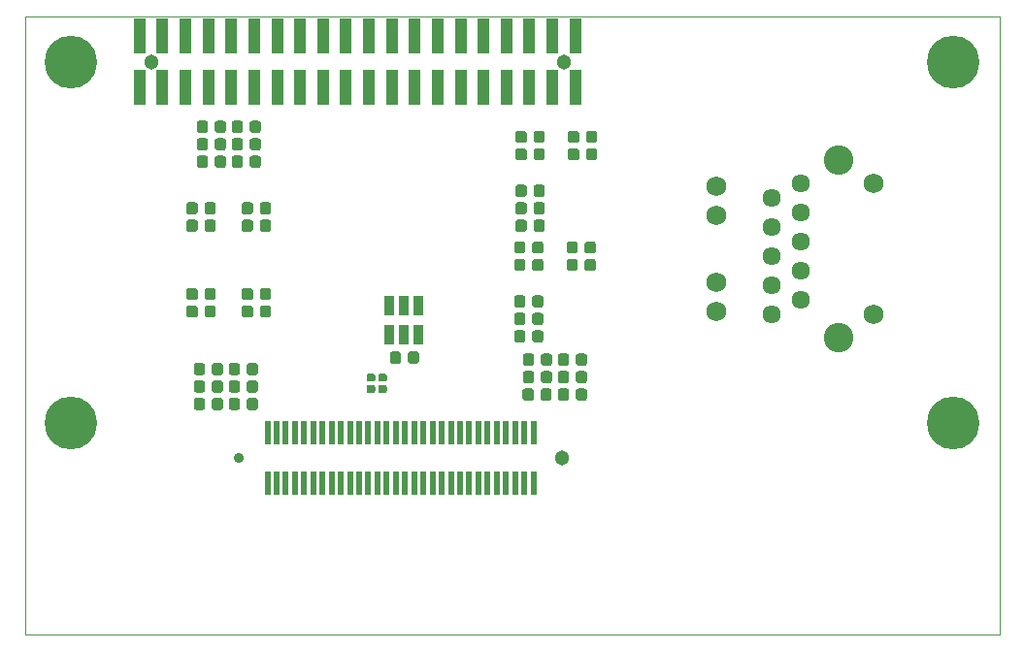
<source format=gbr>
G04 #@! TF.GenerationSoftware,KiCad,Pcbnew,5.1.5-52549c5~84~ubuntu18.04.1*
G04 #@! TF.CreationDate,2020-02-13T10:06:29-08:00*
G04 #@! TF.ProjectId,EthernetBoard,45746865-726e-4657-9442-6f6172642e6b,A*
G04 #@! TF.SameCoordinates,PX5f5e100PY5f5e100*
G04 #@! TF.FileFunction,Soldermask,Bot*
G04 #@! TF.FilePolarity,Negative*
%FSLAX46Y46*%
G04 Gerber Fmt 4.6, Leading zero omitted, Abs format (unit mm)*
G04 Created by KiCad (PCBNEW 5.1.5-52549c5~84~ubuntu18.04.1) date 2020-02-13 10:06:29*
%MOMM*%
%LPD*%
G04 APERTURE LIST*
%ADD10C,0.100000*%
%ADD11C,2.576600*%
%ADD12C,1.726600*%
%ADD13C,1.751600*%
%ADD14C,1.610600*%
%ADD15C,0.150000*%
%ADD16C,4.601600*%
%ADD17R,0.901600X1.801600*%
%ADD18C,0.901600*%
%ADD19R,0.601600X2.101600*%
%ADD20C,1.301600*%
%ADD21R,0.991600X3.101600*%
G04 APERTURE END LIST*
D10*
X0Y-54000000D02*
X84999492Y-54000000D01*
X84999492Y0D02*
X84999492Y-54000000D01*
X0Y-54000000D02*
X0Y0D01*
X0Y0D02*
X84999492Y0D01*
D11*
X70993500Y-12587500D03*
X70993500Y-28077500D03*
D12*
X74053500Y-14617500D03*
X74053500Y-26047500D03*
D13*
X60333500Y-25797500D03*
X60333500Y-23257500D03*
X60333500Y-17407500D03*
X60333500Y-14867500D03*
D14*
X65163500Y-26047500D03*
X67703500Y-24777500D03*
X65163500Y-23507500D03*
X67703500Y-22237500D03*
X65163500Y-20967500D03*
X67703500Y-19697500D03*
X65163500Y-18427500D03*
X67703500Y-17157500D03*
X65163500Y-15887500D03*
X67703500Y-14617500D03*
D15*
G36*
X30390047Y-31212133D02*
G01*
X30406831Y-31214622D01*
X30423290Y-31218745D01*
X30439266Y-31224461D01*
X30454604Y-31231716D01*
X30469158Y-31240439D01*
X30482787Y-31250546D01*
X30495359Y-31261941D01*
X30506754Y-31274513D01*
X30516861Y-31288142D01*
X30525584Y-31302696D01*
X30532839Y-31318034D01*
X30538555Y-31334010D01*
X30542678Y-31350469D01*
X30545167Y-31367253D01*
X30546000Y-31384200D01*
X30546000Y-31730000D01*
X30545167Y-31746947D01*
X30542678Y-31763731D01*
X30538555Y-31780190D01*
X30532839Y-31796166D01*
X30525584Y-31811504D01*
X30516861Y-31826058D01*
X30506754Y-31839687D01*
X30495359Y-31852259D01*
X30482787Y-31863654D01*
X30469158Y-31873761D01*
X30454604Y-31882484D01*
X30439266Y-31889739D01*
X30423290Y-31895455D01*
X30406831Y-31899578D01*
X30390047Y-31902067D01*
X30373100Y-31902900D01*
X29977300Y-31902900D01*
X29960353Y-31902067D01*
X29943569Y-31899578D01*
X29927110Y-31895455D01*
X29911134Y-31889739D01*
X29895796Y-31882484D01*
X29881242Y-31873761D01*
X29867613Y-31863654D01*
X29855041Y-31852259D01*
X29843646Y-31839687D01*
X29833539Y-31826058D01*
X29824816Y-31811504D01*
X29817561Y-31796166D01*
X29811845Y-31780190D01*
X29807722Y-31763731D01*
X29805233Y-31746947D01*
X29804400Y-31730000D01*
X29804400Y-31384200D01*
X29805233Y-31367253D01*
X29807722Y-31350469D01*
X29811845Y-31334010D01*
X29817561Y-31318034D01*
X29824816Y-31302696D01*
X29833539Y-31288142D01*
X29843646Y-31274513D01*
X29855041Y-31261941D01*
X29867613Y-31250546D01*
X29881242Y-31240439D01*
X29895796Y-31231716D01*
X29911134Y-31224461D01*
X29927110Y-31218745D01*
X29943569Y-31214622D01*
X29960353Y-31212133D01*
X29977300Y-31211300D01*
X30373100Y-31211300D01*
X30390047Y-31212133D01*
G37*
G36*
X30390047Y-32182133D02*
G01*
X30406831Y-32184622D01*
X30423290Y-32188745D01*
X30439266Y-32194461D01*
X30454604Y-32201716D01*
X30469158Y-32210439D01*
X30482787Y-32220546D01*
X30495359Y-32231941D01*
X30506754Y-32244513D01*
X30516861Y-32258142D01*
X30525584Y-32272696D01*
X30532839Y-32288034D01*
X30538555Y-32304010D01*
X30542678Y-32320469D01*
X30545167Y-32337253D01*
X30546000Y-32354200D01*
X30546000Y-32700000D01*
X30545167Y-32716947D01*
X30542678Y-32733731D01*
X30538555Y-32750190D01*
X30532839Y-32766166D01*
X30525584Y-32781504D01*
X30516861Y-32796058D01*
X30506754Y-32809687D01*
X30495359Y-32822259D01*
X30482787Y-32833654D01*
X30469158Y-32843761D01*
X30454604Y-32852484D01*
X30439266Y-32859739D01*
X30423290Y-32865455D01*
X30406831Y-32869578D01*
X30390047Y-32872067D01*
X30373100Y-32872900D01*
X29977300Y-32872900D01*
X29960353Y-32872067D01*
X29943569Y-32869578D01*
X29927110Y-32865455D01*
X29911134Y-32859739D01*
X29895796Y-32852484D01*
X29881242Y-32843761D01*
X29867613Y-32833654D01*
X29855041Y-32822259D01*
X29843646Y-32809687D01*
X29833539Y-32796058D01*
X29824816Y-32781504D01*
X29817561Y-32766166D01*
X29811845Y-32750190D01*
X29807722Y-32733731D01*
X29805233Y-32716947D01*
X29804400Y-32700000D01*
X29804400Y-32354200D01*
X29805233Y-32337253D01*
X29807722Y-32320469D01*
X29811845Y-32304010D01*
X29817561Y-32288034D01*
X29824816Y-32272696D01*
X29833539Y-32258142D01*
X29843646Y-32244513D01*
X29855041Y-32231941D01*
X29867613Y-32220546D01*
X29881242Y-32210439D01*
X29895796Y-32201716D01*
X29911134Y-32194461D01*
X29927110Y-32188745D01*
X29943569Y-32184622D01*
X29960353Y-32182133D01*
X29977300Y-32181300D01*
X30373100Y-32181300D01*
X30390047Y-32182133D01*
G37*
G36*
X31405847Y-31212133D02*
G01*
X31422631Y-31214622D01*
X31439090Y-31218745D01*
X31455066Y-31224461D01*
X31470404Y-31231716D01*
X31484958Y-31240439D01*
X31498587Y-31250546D01*
X31511159Y-31261941D01*
X31522554Y-31274513D01*
X31532661Y-31288142D01*
X31541384Y-31302696D01*
X31548639Y-31318034D01*
X31554355Y-31334010D01*
X31558478Y-31350469D01*
X31560967Y-31367253D01*
X31561800Y-31384200D01*
X31561800Y-31730000D01*
X31560967Y-31746947D01*
X31558478Y-31763731D01*
X31554355Y-31780190D01*
X31548639Y-31796166D01*
X31541384Y-31811504D01*
X31532661Y-31826058D01*
X31522554Y-31839687D01*
X31511159Y-31852259D01*
X31498587Y-31863654D01*
X31484958Y-31873761D01*
X31470404Y-31882484D01*
X31455066Y-31889739D01*
X31439090Y-31895455D01*
X31422631Y-31899578D01*
X31405847Y-31902067D01*
X31388900Y-31902900D01*
X30993100Y-31902900D01*
X30976153Y-31902067D01*
X30959369Y-31899578D01*
X30942910Y-31895455D01*
X30926934Y-31889739D01*
X30911596Y-31882484D01*
X30897042Y-31873761D01*
X30883413Y-31863654D01*
X30870841Y-31852259D01*
X30859446Y-31839687D01*
X30849339Y-31826058D01*
X30840616Y-31811504D01*
X30833361Y-31796166D01*
X30827645Y-31780190D01*
X30823522Y-31763731D01*
X30821033Y-31746947D01*
X30820200Y-31730000D01*
X30820200Y-31384200D01*
X30821033Y-31367253D01*
X30823522Y-31350469D01*
X30827645Y-31334010D01*
X30833361Y-31318034D01*
X30840616Y-31302696D01*
X30849339Y-31288142D01*
X30859446Y-31274513D01*
X30870841Y-31261941D01*
X30883413Y-31250546D01*
X30897042Y-31240439D01*
X30911596Y-31231716D01*
X30926934Y-31224461D01*
X30942910Y-31218745D01*
X30959369Y-31214622D01*
X30976153Y-31212133D01*
X30993100Y-31211300D01*
X31388900Y-31211300D01*
X31405847Y-31212133D01*
G37*
G36*
X31405847Y-32182133D02*
G01*
X31422631Y-32184622D01*
X31439090Y-32188745D01*
X31455066Y-32194461D01*
X31470404Y-32201716D01*
X31484958Y-32210439D01*
X31498587Y-32220546D01*
X31511159Y-32231941D01*
X31522554Y-32244513D01*
X31532661Y-32258142D01*
X31541384Y-32272696D01*
X31548639Y-32288034D01*
X31554355Y-32304010D01*
X31558478Y-32320469D01*
X31560967Y-32337253D01*
X31561800Y-32354200D01*
X31561800Y-32700000D01*
X31560967Y-32716947D01*
X31558478Y-32733731D01*
X31554355Y-32750190D01*
X31548639Y-32766166D01*
X31541384Y-32781504D01*
X31532661Y-32796058D01*
X31522554Y-32809687D01*
X31511159Y-32822259D01*
X31498587Y-32833654D01*
X31484958Y-32843761D01*
X31470404Y-32852484D01*
X31455066Y-32859739D01*
X31439090Y-32865455D01*
X31422631Y-32869578D01*
X31405847Y-32872067D01*
X31388900Y-32872900D01*
X30993100Y-32872900D01*
X30976153Y-32872067D01*
X30959369Y-32869578D01*
X30942910Y-32865455D01*
X30926934Y-32859739D01*
X30911596Y-32852484D01*
X30897042Y-32843761D01*
X30883413Y-32833654D01*
X30870841Y-32822259D01*
X30859446Y-32809687D01*
X30849339Y-32796058D01*
X30840616Y-32781504D01*
X30833361Y-32766166D01*
X30827645Y-32750190D01*
X30823522Y-32733731D01*
X30821033Y-32716947D01*
X30820200Y-32700000D01*
X30820200Y-32354200D01*
X30821033Y-32337253D01*
X30823522Y-32320469D01*
X30827645Y-32304010D01*
X30833361Y-32288034D01*
X30840616Y-32272696D01*
X30849339Y-32258142D01*
X30859446Y-32244513D01*
X30870841Y-32231941D01*
X30883413Y-32220546D01*
X30897042Y-32210439D01*
X30911596Y-32201716D01*
X30926934Y-32194461D01*
X30942910Y-32188745D01*
X30959369Y-32184622D01*
X30976153Y-32182133D01*
X30993100Y-32181300D01*
X31388900Y-32181300D01*
X31405847Y-32182133D01*
G37*
D16*
X81000000Y-35500000D03*
X4000000Y-35500000D03*
X81000000Y-4000000D03*
X4000000Y-4000000D03*
D17*
X34353500Y-25243000D03*
X33083500Y-25243000D03*
X31813500Y-25243000D03*
X31813500Y-27843000D03*
X33083500Y-27843000D03*
X34353500Y-27843000D03*
D15*
G36*
X15736581Y-9127376D02*
G01*
X15760281Y-9130891D01*
X15783523Y-9136713D01*
X15806082Y-9144785D01*
X15827742Y-9155029D01*
X15848292Y-9167347D01*
X15867537Y-9181619D01*
X15885290Y-9197710D01*
X15901381Y-9215463D01*
X15915653Y-9234708D01*
X15927971Y-9255258D01*
X15938215Y-9276918D01*
X15946287Y-9299477D01*
X15952109Y-9322719D01*
X15955624Y-9346419D01*
X15956800Y-9370350D01*
X15956800Y-9933650D01*
X15955624Y-9957581D01*
X15952109Y-9981281D01*
X15946287Y-10004523D01*
X15938215Y-10027082D01*
X15927971Y-10048742D01*
X15915653Y-10069292D01*
X15901381Y-10088537D01*
X15885290Y-10106290D01*
X15867537Y-10122381D01*
X15848292Y-10136653D01*
X15827742Y-10148971D01*
X15806082Y-10159215D01*
X15783523Y-10167287D01*
X15760281Y-10173109D01*
X15736581Y-10176624D01*
X15712650Y-10177800D01*
X15224350Y-10177800D01*
X15200419Y-10176624D01*
X15176719Y-10173109D01*
X15153477Y-10167287D01*
X15130918Y-10159215D01*
X15109258Y-10148971D01*
X15088708Y-10136653D01*
X15069463Y-10122381D01*
X15051710Y-10106290D01*
X15035619Y-10088537D01*
X15021347Y-10069292D01*
X15009029Y-10048742D01*
X14998785Y-10027082D01*
X14990713Y-10004523D01*
X14984891Y-9981281D01*
X14981376Y-9957581D01*
X14980200Y-9933650D01*
X14980200Y-9370350D01*
X14981376Y-9346419D01*
X14984891Y-9322719D01*
X14990713Y-9299477D01*
X14998785Y-9276918D01*
X15009029Y-9255258D01*
X15021347Y-9234708D01*
X15035619Y-9215463D01*
X15051710Y-9197710D01*
X15069463Y-9181619D01*
X15088708Y-9167347D01*
X15109258Y-9155029D01*
X15130918Y-9144785D01*
X15153477Y-9136713D01*
X15176719Y-9130891D01*
X15200419Y-9127376D01*
X15224350Y-9126200D01*
X15712650Y-9126200D01*
X15736581Y-9127376D01*
G37*
G36*
X17311581Y-9127376D02*
G01*
X17335281Y-9130891D01*
X17358523Y-9136713D01*
X17381082Y-9144785D01*
X17402742Y-9155029D01*
X17423292Y-9167347D01*
X17442537Y-9181619D01*
X17460290Y-9197710D01*
X17476381Y-9215463D01*
X17490653Y-9234708D01*
X17502971Y-9255258D01*
X17513215Y-9276918D01*
X17521287Y-9299477D01*
X17527109Y-9322719D01*
X17530624Y-9346419D01*
X17531800Y-9370350D01*
X17531800Y-9933650D01*
X17530624Y-9957581D01*
X17527109Y-9981281D01*
X17521287Y-10004523D01*
X17513215Y-10027082D01*
X17502971Y-10048742D01*
X17490653Y-10069292D01*
X17476381Y-10088537D01*
X17460290Y-10106290D01*
X17442537Y-10122381D01*
X17423292Y-10136653D01*
X17402742Y-10148971D01*
X17381082Y-10159215D01*
X17358523Y-10167287D01*
X17335281Y-10173109D01*
X17311581Y-10176624D01*
X17287650Y-10177800D01*
X16799350Y-10177800D01*
X16775419Y-10176624D01*
X16751719Y-10173109D01*
X16728477Y-10167287D01*
X16705918Y-10159215D01*
X16684258Y-10148971D01*
X16663708Y-10136653D01*
X16644463Y-10122381D01*
X16626710Y-10106290D01*
X16610619Y-10088537D01*
X16596347Y-10069292D01*
X16584029Y-10048742D01*
X16573785Y-10027082D01*
X16565713Y-10004523D01*
X16559891Y-9981281D01*
X16556376Y-9957581D01*
X16555200Y-9933650D01*
X16555200Y-9370350D01*
X16556376Y-9346419D01*
X16559891Y-9322719D01*
X16565713Y-9299477D01*
X16573785Y-9276918D01*
X16584029Y-9255258D01*
X16596347Y-9234708D01*
X16610619Y-9215463D01*
X16626710Y-9197710D01*
X16644463Y-9181619D01*
X16663708Y-9167347D01*
X16684258Y-9155029D01*
X16705918Y-9144785D01*
X16728477Y-9136713D01*
X16751719Y-9130891D01*
X16775419Y-9127376D01*
X16799350Y-9126200D01*
X17287650Y-9126200D01*
X17311581Y-9127376D01*
G37*
G36*
X15736581Y-10651376D02*
G01*
X15760281Y-10654891D01*
X15783523Y-10660713D01*
X15806082Y-10668785D01*
X15827742Y-10679029D01*
X15848292Y-10691347D01*
X15867537Y-10705619D01*
X15885290Y-10721710D01*
X15901381Y-10739463D01*
X15915653Y-10758708D01*
X15927971Y-10779258D01*
X15938215Y-10800918D01*
X15946287Y-10823477D01*
X15952109Y-10846719D01*
X15955624Y-10870419D01*
X15956800Y-10894350D01*
X15956800Y-11457650D01*
X15955624Y-11481581D01*
X15952109Y-11505281D01*
X15946287Y-11528523D01*
X15938215Y-11551082D01*
X15927971Y-11572742D01*
X15915653Y-11593292D01*
X15901381Y-11612537D01*
X15885290Y-11630290D01*
X15867537Y-11646381D01*
X15848292Y-11660653D01*
X15827742Y-11672971D01*
X15806082Y-11683215D01*
X15783523Y-11691287D01*
X15760281Y-11697109D01*
X15736581Y-11700624D01*
X15712650Y-11701800D01*
X15224350Y-11701800D01*
X15200419Y-11700624D01*
X15176719Y-11697109D01*
X15153477Y-11691287D01*
X15130918Y-11683215D01*
X15109258Y-11672971D01*
X15088708Y-11660653D01*
X15069463Y-11646381D01*
X15051710Y-11630290D01*
X15035619Y-11612537D01*
X15021347Y-11593292D01*
X15009029Y-11572742D01*
X14998785Y-11551082D01*
X14990713Y-11528523D01*
X14984891Y-11505281D01*
X14981376Y-11481581D01*
X14980200Y-11457650D01*
X14980200Y-10894350D01*
X14981376Y-10870419D01*
X14984891Y-10846719D01*
X14990713Y-10823477D01*
X14998785Y-10800918D01*
X15009029Y-10779258D01*
X15021347Y-10758708D01*
X15035619Y-10739463D01*
X15051710Y-10721710D01*
X15069463Y-10705619D01*
X15088708Y-10691347D01*
X15109258Y-10679029D01*
X15130918Y-10668785D01*
X15153477Y-10660713D01*
X15176719Y-10654891D01*
X15200419Y-10651376D01*
X15224350Y-10650200D01*
X15712650Y-10650200D01*
X15736581Y-10651376D01*
G37*
G36*
X17311581Y-10651376D02*
G01*
X17335281Y-10654891D01*
X17358523Y-10660713D01*
X17381082Y-10668785D01*
X17402742Y-10679029D01*
X17423292Y-10691347D01*
X17442537Y-10705619D01*
X17460290Y-10721710D01*
X17476381Y-10739463D01*
X17490653Y-10758708D01*
X17502971Y-10779258D01*
X17513215Y-10800918D01*
X17521287Y-10823477D01*
X17527109Y-10846719D01*
X17530624Y-10870419D01*
X17531800Y-10894350D01*
X17531800Y-11457650D01*
X17530624Y-11481581D01*
X17527109Y-11505281D01*
X17521287Y-11528523D01*
X17513215Y-11551082D01*
X17502971Y-11572742D01*
X17490653Y-11593292D01*
X17476381Y-11612537D01*
X17460290Y-11630290D01*
X17442537Y-11646381D01*
X17423292Y-11660653D01*
X17402742Y-11672971D01*
X17381082Y-11683215D01*
X17358523Y-11691287D01*
X17335281Y-11697109D01*
X17311581Y-11700624D01*
X17287650Y-11701800D01*
X16799350Y-11701800D01*
X16775419Y-11700624D01*
X16751719Y-11697109D01*
X16728477Y-11691287D01*
X16705918Y-11683215D01*
X16684258Y-11672971D01*
X16663708Y-11660653D01*
X16644463Y-11646381D01*
X16626710Y-11630290D01*
X16610619Y-11612537D01*
X16596347Y-11593292D01*
X16584029Y-11572742D01*
X16573785Y-11551082D01*
X16565713Y-11528523D01*
X16559891Y-11505281D01*
X16556376Y-11481581D01*
X16555200Y-11457650D01*
X16555200Y-10894350D01*
X16556376Y-10870419D01*
X16559891Y-10846719D01*
X16565713Y-10823477D01*
X16573785Y-10800918D01*
X16584029Y-10779258D01*
X16596347Y-10758708D01*
X16610619Y-10739463D01*
X16626710Y-10721710D01*
X16644463Y-10705619D01*
X16663708Y-10691347D01*
X16684258Y-10679029D01*
X16705918Y-10668785D01*
X16728477Y-10660713D01*
X16751719Y-10654891D01*
X16775419Y-10651376D01*
X16799350Y-10650200D01*
X17287650Y-10650200D01*
X17311581Y-10651376D01*
G37*
G36*
X17311581Y-12175376D02*
G01*
X17335281Y-12178891D01*
X17358523Y-12184713D01*
X17381082Y-12192785D01*
X17402742Y-12203029D01*
X17423292Y-12215347D01*
X17442537Y-12229619D01*
X17460290Y-12245710D01*
X17476381Y-12263463D01*
X17490653Y-12282708D01*
X17502971Y-12303258D01*
X17513215Y-12324918D01*
X17521287Y-12347477D01*
X17527109Y-12370719D01*
X17530624Y-12394419D01*
X17531800Y-12418350D01*
X17531800Y-12981650D01*
X17530624Y-13005581D01*
X17527109Y-13029281D01*
X17521287Y-13052523D01*
X17513215Y-13075082D01*
X17502971Y-13096742D01*
X17490653Y-13117292D01*
X17476381Y-13136537D01*
X17460290Y-13154290D01*
X17442537Y-13170381D01*
X17423292Y-13184653D01*
X17402742Y-13196971D01*
X17381082Y-13207215D01*
X17358523Y-13215287D01*
X17335281Y-13221109D01*
X17311581Y-13224624D01*
X17287650Y-13225800D01*
X16799350Y-13225800D01*
X16775419Y-13224624D01*
X16751719Y-13221109D01*
X16728477Y-13215287D01*
X16705918Y-13207215D01*
X16684258Y-13196971D01*
X16663708Y-13184653D01*
X16644463Y-13170381D01*
X16626710Y-13154290D01*
X16610619Y-13136537D01*
X16596347Y-13117292D01*
X16584029Y-13096742D01*
X16573785Y-13075082D01*
X16565713Y-13052523D01*
X16559891Y-13029281D01*
X16556376Y-13005581D01*
X16555200Y-12981650D01*
X16555200Y-12418350D01*
X16556376Y-12394419D01*
X16559891Y-12370719D01*
X16565713Y-12347477D01*
X16573785Y-12324918D01*
X16584029Y-12303258D01*
X16596347Y-12282708D01*
X16610619Y-12263463D01*
X16626710Y-12245710D01*
X16644463Y-12229619D01*
X16663708Y-12215347D01*
X16684258Y-12203029D01*
X16705918Y-12192785D01*
X16728477Y-12184713D01*
X16751719Y-12178891D01*
X16775419Y-12175376D01*
X16799350Y-12174200D01*
X17287650Y-12174200D01*
X17311581Y-12175376D01*
G37*
G36*
X15736581Y-12175376D02*
G01*
X15760281Y-12178891D01*
X15783523Y-12184713D01*
X15806082Y-12192785D01*
X15827742Y-12203029D01*
X15848292Y-12215347D01*
X15867537Y-12229619D01*
X15885290Y-12245710D01*
X15901381Y-12263463D01*
X15915653Y-12282708D01*
X15927971Y-12303258D01*
X15938215Y-12324918D01*
X15946287Y-12347477D01*
X15952109Y-12370719D01*
X15955624Y-12394419D01*
X15956800Y-12418350D01*
X15956800Y-12981650D01*
X15955624Y-13005581D01*
X15952109Y-13029281D01*
X15946287Y-13052523D01*
X15938215Y-13075082D01*
X15927971Y-13096742D01*
X15915653Y-13117292D01*
X15901381Y-13136537D01*
X15885290Y-13154290D01*
X15867537Y-13170381D01*
X15848292Y-13184653D01*
X15827742Y-13196971D01*
X15806082Y-13207215D01*
X15783523Y-13215287D01*
X15760281Y-13221109D01*
X15736581Y-13224624D01*
X15712650Y-13225800D01*
X15224350Y-13225800D01*
X15200419Y-13224624D01*
X15176719Y-13221109D01*
X15153477Y-13215287D01*
X15130918Y-13207215D01*
X15109258Y-13196971D01*
X15088708Y-13184653D01*
X15069463Y-13170381D01*
X15051710Y-13154290D01*
X15035619Y-13136537D01*
X15021347Y-13117292D01*
X15009029Y-13096742D01*
X14998785Y-13075082D01*
X14990713Y-13052523D01*
X14984891Y-13029281D01*
X14981376Y-13005581D01*
X14980200Y-12981650D01*
X14980200Y-12418350D01*
X14981376Y-12394419D01*
X14984891Y-12370719D01*
X14990713Y-12347477D01*
X14998785Y-12324918D01*
X15009029Y-12303258D01*
X15021347Y-12282708D01*
X15035619Y-12263463D01*
X15051710Y-12245710D01*
X15069463Y-12229619D01*
X15088708Y-12215347D01*
X15109258Y-12203029D01*
X15130918Y-12192785D01*
X15153477Y-12184713D01*
X15176719Y-12178891D01*
X15200419Y-12175376D01*
X15224350Y-12174200D01*
X15712650Y-12174200D01*
X15736581Y-12175376D01*
G37*
G36*
X20359581Y-9127376D02*
G01*
X20383281Y-9130891D01*
X20406523Y-9136713D01*
X20429082Y-9144785D01*
X20450742Y-9155029D01*
X20471292Y-9167347D01*
X20490537Y-9181619D01*
X20508290Y-9197710D01*
X20524381Y-9215463D01*
X20538653Y-9234708D01*
X20550971Y-9255258D01*
X20561215Y-9276918D01*
X20569287Y-9299477D01*
X20575109Y-9322719D01*
X20578624Y-9346419D01*
X20579800Y-9370350D01*
X20579800Y-9933650D01*
X20578624Y-9957581D01*
X20575109Y-9981281D01*
X20569287Y-10004523D01*
X20561215Y-10027082D01*
X20550971Y-10048742D01*
X20538653Y-10069292D01*
X20524381Y-10088537D01*
X20508290Y-10106290D01*
X20490537Y-10122381D01*
X20471292Y-10136653D01*
X20450742Y-10148971D01*
X20429082Y-10159215D01*
X20406523Y-10167287D01*
X20383281Y-10173109D01*
X20359581Y-10176624D01*
X20335650Y-10177800D01*
X19847350Y-10177800D01*
X19823419Y-10176624D01*
X19799719Y-10173109D01*
X19776477Y-10167287D01*
X19753918Y-10159215D01*
X19732258Y-10148971D01*
X19711708Y-10136653D01*
X19692463Y-10122381D01*
X19674710Y-10106290D01*
X19658619Y-10088537D01*
X19644347Y-10069292D01*
X19632029Y-10048742D01*
X19621785Y-10027082D01*
X19613713Y-10004523D01*
X19607891Y-9981281D01*
X19604376Y-9957581D01*
X19603200Y-9933650D01*
X19603200Y-9370350D01*
X19604376Y-9346419D01*
X19607891Y-9322719D01*
X19613713Y-9299477D01*
X19621785Y-9276918D01*
X19632029Y-9255258D01*
X19644347Y-9234708D01*
X19658619Y-9215463D01*
X19674710Y-9197710D01*
X19692463Y-9181619D01*
X19711708Y-9167347D01*
X19732258Y-9155029D01*
X19753918Y-9144785D01*
X19776477Y-9136713D01*
X19799719Y-9130891D01*
X19823419Y-9127376D01*
X19847350Y-9126200D01*
X20335650Y-9126200D01*
X20359581Y-9127376D01*
G37*
G36*
X18784581Y-9127376D02*
G01*
X18808281Y-9130891D01*
X18831523Y-9136713D01*
X18854082Y-9144785D01*
X18875742Y-9155029D01*
X18896292Y-9167347D01*
X18915537Y-9181619D01*
X18933290Y-9197710D01*
X18949381Y-9215463D01*
X18963653Y-9234708D01*
X18975971Y-9255258D01*
X18986215Y-9276918D01*
X18994287Y-9299477D01*
X19000109Y-9322719D01*
X19003624Y-9346419D01*
X19004800Y-9370350D01*
X19004800Y-9933650D01*
X19003624Y-9957581D01*
X19000109Y-9981281D01*
X18994287Y-10004523D01*
X18986215Y-10027082D01*
X18975971Y-10048742D01*
X18963653Y-10069292D01*
X18949381Y-10088537D01*
X18933290Y-10106290D01*
X18915537Y-10122381D01*
X18896292Y-10136653D01*
X18875742Y-10148971D01*
X18854082Y-10159215D01*
X18831523Y-10167287D01*
X18808281Y-10173109D01*
X18784581Y-10176624D01*
X18760650Y-10177800D01*
X18272350Y-10177800D01*
X18248419Y-10176624D01*
X18224719Y-10173109D01*
X18201477Y-10167287D01*
X18178918Y-10159215D01*
X18157258Y-10148971D01*
X18136708Y-10136653D01*
X18117463Y-10122381D01*
X18099710Y-10106290D01*
X18083619Y-10088537D01*
X18069347Y-10069292D01*
X18057029Y-10048742D01*
X18046785Y-10027082D01*
X18038713Y-10004523D01*
X18032891Y-9981281D01*
X18029376Y-9957581D01*
X18028200Y-9933650D01*
X18028200Y-9370350D01*
X18029376Y-9346419D01*
X18032891Y-9322719D01*
X18038713Y-9299477D01*
X18046785Y-9276918D01*
X18057029Y-9255258D01*
X18069347Y-9234708D01*
X18083619Y-9215463D01*
X18099710Y-9197710D01*
X18117463Y-9181619D01*
X18136708Y-9167347D01*
X18157258Y-9155029D01*
X18178918Y-9144785D01*
X18201477Y-9136713D01*
X18224719Y-9130891D01*
X18248419Y-9127376D01*
X18272350Y-9126200D01*
X18760650Y-9126200D01*
X18784581Y-9127376D01*
G37*
G36*
X20359581Y-10651376D02*
G01*
X20383281Y-10654891D01*
X20406523Y-10660713D01*
X20429082Y-10668785D01*
X20450742Y-10679029D01*
X20471292Y-10691347D01*
X20490537Y-10705619D01*
X20508290Y-10721710D01*
X20524381Y-10739463D01*
X20538653Y-10758708D01*
X20550971Y-10779258D01*
X20561215Y-10800918D01*
X20569287Y-10823477D01*
X20575109Y-10846719D01*
X20578624Y-10870419D01*
X20579800Y-10894350D01*
X20579800Y-11457650D01*
X20578624Y-11481581D01*
X20575109Y-11505281D01*
X20569287Y-11528523D01*
X20561215Y-11551082D01*
X20550971Y-11572742D01*
X20538653Y-11593292D01*
X20524381Y-11612537D01*
X20508290Y-11630290D01*
X20490537Y-11646381D01*
X20471292Y-11660653D01*
X20450742Y-11672971D01*
X20429082Y-11683215D01*
X20406523Y-11691287D01*
X20383281Y-11697109D01*
X20359581Y-11700624D01*
X20335650Y-11701800D01*
X19847350Y-11701800D01*
X19823419Y-11700624D01*
X19799719Y-11697109D01*
X19776477Y-11691287D01*
X19753918Y-11683215D01*
X19732258Y-11672971D01*
X19711708Y-11660653D01*
X19692463Y-11646381D01*
X19674710Y-11630290D01*
X19658619Y-11612537D01*
X19644347Y-11593292D01*
X19632029Y-11572742D01*
X19621785Y-11551082D01*
X19613713Y-11528523D01*
X19607891Y-11505281D01*
X19604376Y-11481581D01*
X19603200Y-11457650D01*
X19603200Y-10894350D01*
X19604376Y-10870419D01*
X19607891Y-10846719D01*
X19613713Y-10823477D01*
X19621785Y-10800918D01*
X19632029Y-10779258D01*
X19644347Y-10758708D01*
X19658619Y-10739463D01*
X19674710Y-10721710D01*
X19692463Y-10705619D01*
X19711708Y-10691347D01*
X19732258Y-10679029D01*
X19753918Y-10668785D01*
X19776477Y-10660713D01*
X19799719Y-10654891D01*
X19823419Y-10651376D01*
X19847350Y-10650200D01*
X20335650Y-10650200D01*
X20359581Y-10651376D01*
G37*
G36*
X18784581Y-10651376D02*
G01*
X18808281Y-10654891D01*
X18831523Y-10660713D01*
X18854082Y-10668785D01*
X18875742Y-10679029D01*
X18896292Y-10691347D01*
X18915537Y-10705619D01*
X18933290Y-10721710D01*
X18949381Y-10739463D01*
X18963653Y-10758708D01*
X18975971Y-10779258D01*
X18986215Y-10800918D01*
X18994287Y-10823477D01*
X19000109Y-10846719D01*
X19003624Y-10870419D01*
X19004800Y-10894350D01*
X19004800Y-11457650D01*
X19003624Y-11481581D01*
X19000109Y-11505281D01*
X18994287Y-11528523D01*
X18986215Y-11551082D01*
X18975971Y-11572742D01*
X18963653Y-11593292D01*
X18949381Y-11612537D01*
X18933290Y-11630290D01*
X18915537Y-11646381D01*
X18896292Y-11660653D01*
X18875742Y-11672971D01*
X18854082Y-11683215D01*
X18831523Y-11691287D01*
X18808281Y-11697109D01*
X18784581Y-11700624D01*
X18760650Y-11701800D01*
X18272350Y-11701800D01*
X18248419Y-11700624D01*
X18224719Y-11697109D01*
X18201477Y-11691287D01*
X18178918Y-11683215D01*
X18157258Y-11672971D01*
X18136708Y-11660653D01*
X18117463Y-11646381D01*
X18099710Y-11630290D01*
X18083619Y-11612537D01*
X18069347Y-11593292D01*
X18057029Y-11572742D01*
X18046785Y-11551082D01*
X18038713Y-11528523D01*
X18032891Y-11505281D01*
X18029376Y-11481581D01*
X18028200Y-11457650D01*
X18028200Y-10894350D01*
X18029376Y-10870419D01*
X18032891Y-10846719D01*
X18038713Y-10823477D01*
X18046785Y-10800918D01*
X18057029Y-10779258D01*
X18069347Y-10758708D01*
X18083619Y-10739463D01*
X18099710Y-10721710D01*
X18117463Y-10705619D01*
X18136708Y-10691347D01*
X18157258Y-10679029D01*
X18178918Y-10668785D01*
X18201477Y-10660713D01*
X18224719Y-10654891D01*
X18248419Y-10651376D01*
X18272350Y-10650200D01*
X18760650Y-10650200D01*
X18784581Y-10651376D01*
G37*
G36*
X48807581Y-32495376D02*
G01*
X48831281Y-32498891D01*
X48854523Y-32504713D01*
X48877082Y-32512785D01*
X48898742Y-32523029D01*
X48919292Y-32535347D01*
X48938537Y-32549619D01*
X48956290Y-32565710D01*
X48972381Y-32583463D01*
X48986653Y-32602708D01*
X48998971Y-32623258D01*
X49009215Y-32644918D01*
X49017287Y-32667477D01*
X49023109Y-32690719D01*
X49026624Y-32714419D01*
X49027800Y-32738350D01*
X49027800Y-33301650D01*
X49026624Y-33325581D01*
X49023109Y-33349281D01*
X49017287Y-33372523D01*
X49009215Y-33395082D01*
X48998971Y-33416742D01*
X48986653Y-33437292D01*
X48972381Y-33456537D01*
X48956290Y-33474290D01*
X48938537Y-33490381D01*
X48919292Y-33504653D01*
X48898742Y-33516971D01*
X48877082Y-33527215D01*
X48854523Y-33535287D01*
X48831281Y-33541109D01*
X48807581Y-33544624D01*
X48783650Y-33545800D01*
X48295350Y-33545800D01*
X48271419Y-33544624D01*
X48247719Y-33541109D01*
X48224477Y-33535287D01*
X48201918Y-33527215D01*
X48180258Y-33516971D01*
X48159708Y-33504653D01*
X48140463Y-33490381D01*
X48122710Y-33474290D01*
X48106619Y-33456537D01*
X48092347Y-33437292D01*
X48080029Y-33416742D01*
X48069785Y-33395082D01*
X48061713Y-33372523D01*
X48055891Y-33349281D01*
X48052376Y-33325581D01*
X48051200Y-33301650D01*
X48051200Y-32738350D01*
X48052376Y-32714419D01*
X48055891Y-32690719D01*
X48061713Y-32667477D01*
X48069785Y-32644918D01*
X48080029Y-32623258D01*
X48092347Y-32602708D01*
X48106619Y-32583463D01*
X48122710Y-32565710D01*
X48140463Y-32549619D01*
X48159708Y-32535347D01*
X48180258Y-32523029D01*
X48201918Y-32512785D01*
X48224477Y-32504713D01*
X48247719Y-32498891D01*
X48271419Y-32495376D01*
X48295350Y-32494200D01*
X48783650Y-32494200D01*
X48807581Y-32495376D01*
G37*
G36*
X47232581Y-32495376D02*
G01*
X47256281Y-32498891D01*
X47279523Y-32504713D01*
X47302082Y-32512785D01*
X47323742Y-32523029D01*
X47344292Y-32535347D01*
X47363537Y-32549619D01*
X47381290Y-32565710D01*
X47397381Y-32583463D01*
X47411653Y-32602708D01*
X47423971Y-32623258D01*
X47434215Y-32644918D01*
X47442287Y-32667477D01*
X47448109Y-32690719D01*
X47451624Y-32714419D01*
X47452800Y-32738350D01*
X47452800Y-33301650D01*
X47451624Y-33325581D01*
X47448109Y-33349281D01*
X47442287Y-33372523D01*
X47434215Y-33395082D01*
X47423971Y-33416742D01*
X47411653Y-33437292D01*
X47397381Y-33456537D01*
X47381290Y-33474290D01*
X47363537Y-33490381D01*
X47344292Y-33504653D01*
X47323742Y-33516971D01*
X47302082Y-33527215D01*
X47279523Y-33535287D01*
X47256281Y-33541109D01*
X47232581Y-33544624D01*
X47208650Y-33545800D01*
X46720350Y-33545800D01*
X46696419Y-33544624D01*
X46672719Y-33541109D01*
X46649477Y-33535287D01*
X46626918Y-33527215D01*
X46605258Y-33516971D01*
X46584708Y-33504653D01*
X46565463Y-33490381D01*
X46547710Y-33474290D01*
X46531619Y-33456537D01*
X46517347Y-33437292D01*
X46505029Y-33416742D01*
X46494785Y-33395082D01*
X46486713Y-33372523D01*
X46480891Y-33349281D01*
X46477376Y-33325581D01*
X46476200Y-33301650D01*
X46476200Y-32738350D01*
X46477376Y-32714419D01*
X46480891Y-32690719D01*
X46486713Y-32667477D01*
X46494785Y-32644918D01*
X46505029Y-32623258D01*
X46517347Y-32602708D01*
X46531619Y-32583463D01*
X46547710Y-32565710D01*
X46565463Y-32549619D01*
X46584708Y-32535347D01*
X46605258Y-32523029D01*
X46626918Y-32512785D01*
X46649477Y-32504713D01*
X46672719Y-32498891D01*
X46696419Y-32495376D01*
X46720350Y-32494200D01*
X47208650Y-32494200D01*
X47232581Y-32495376D01*
G37*
G36*
X48807581Y-30971376D02*
G01*
X48831281Y-30974891D01*
X48854523Y-30980713D01*
X48877082Y-30988785D01*
X48898742Y-30999029D01*
X48919292Y-31011347D01*
X48938537Y-31025619D01*
X48956290Y-31041710D01*
X48972381Y-31059463D01*
X48986653Y-31078708D01*
X48998971Y-31099258D01*
X49009215Y-31120918D01*
X49017287Y-31143477D01*
X49023109Y-31166719D01*
X49026624Y-31190419D01*
X49027800Y-31214350D01*
X49027800Y-31777650D01*
X49026624Y-31801581D01*
X49023109Y-31825281D01*
X49017287Y-31848523D01*
X49009215Y-31871082D01*
X48998971Y-31892742D01*
X48986653Y-31913292D01*
X48972381Y-31932537D01*
X48956290Y-31950290D01*
X48938537Y-31966381D01*
X48919292Y-31980653D01*
X48898742Y-31992971D01*
X48877082Y-32003215D01*
X48854523Y-32011287D01*
X48831281Y-32017109D01*
X48807581Y-32020624D01*
X48783650Y-32021800D01*
X48295350Y-32021800D01*
X48271419Y-32020624D01*
X48247719Y-32017109D01*
X48224477Y-32011287D01*
X48201918Y-32003215D01*
X48180258Y-31992971D01*
X48159708Y-31980653D01*
X48140463Y-31966381D01*
X48122710Y-31950290D01*
X48106619Y-31932537D01*
X48092347Y-31913292D01*
X48080029Y-31892742D01*
X48069785Y-31871082D01*
X48061713Y-31848523D01*
X48055891Y-31825281D01*
X48052376Y-31801581D01*
X48051200Y-31777650D01*
X48051200Y-31214350D01*
X48052376Y-31190419D01*
X48055891Y-31166719D01*
X48061713Y-31143477D01*
X48069785Y-31120918D01*
X48080029Y-31099258D01*
X48092347Y-31078708D01*
X48106619Y-31059463D01*
X48122710Y-31041710D01*
X48140463Y-31025619D01*
X48159708Y-31011347D01*
X48180258Y-30999029D01*
X48201918Y-30988785D01*
X48224477Y-30980713D01*
X48247719Y-30974891D01*
X48271419Y-30971376D01*
X48295350Y-30970200D01*
X48783650Y-30970200D01*
X48807581Y-30971376D01*
G37*
G36*
X47232581Y-30971376D02*
G01*
X47256281Y-30974891D01*
X47279523Y-30980713D01*
X47302082Y-30988785D01*
X47323742Y-30999029D01*
X47344292Y-31011347D01*
X47363537Y-31025619D01*
X47381290Y-31041710D01*
X47397381Y-31059463D01*
X47411653Y-31078708D01*
X47423971Y-31099258D01*
X47434215Y-31120918D01*
X47442287Y-31143477D01*
X47448109Y-31166719D01*
X47451624Y-31190419D01*
X47452800Y-31214350D01*
X47452800Y-31777650D01*
X47451624Y-31801581D01*
X47448109Y-31825281D01*
X47442287Y-31848523D01*
X47434215Y-31871082D01*
X47423971Y-31892742D01*
X47411653Y-31913292D01*
X47397381Y-31932537D01*
X47381290Y-31950290D01*
X47363537Y-31966381D01*
X47344292Y-31980653D01*
X47323742Y-31992971D01*
X47302082Y-32003215D01*
X47279523Y-32011287D01*
X47256281Y-32017109D01*
X47232581Y-32020624D01*
X47208650Y-32021800D01*
X46720350Y-32021800D01*
X46696419Y-32020624D01*
X46672719Y-32017109D01*
X46649477Y-32011287D01*
X46626918Y-32003215D01*
X46605258Y-31992971D01*
X46584708Y-31980653D01*
X46565463Y-31966381D01*
X46547710Y-31950290D01*
X46531619Y-31932537D01*
X46517347Y-31913292D01*
X46505029Y-31892742D01*
X46494785Y-31871082D01*
X46486713Y-31848523D01*
X46480891Y-31825281D01*
X46477376Y-31801581D01*
X46476200Y-31777650D01*
X46476200Y-31214350D01*
X46477376Y-31190419D01*
X46480891Y-31166719D01*
X46486713Y-31143477D01*
X46494785Y-31120918D01*
X46505029Y-31099258D01*
X46517347Y-31078708D01*
X46531619Y-31059463D01*
X46547710Y-31041710D01*
X46565463Y-31025619D01*
X46584708Y-31011347D01*
X46605258Y-30999029D01*
X46626918Y-30988785D01*
X46649477Y-30980713D01*
X46672719Y-30974891D01*
X46696419Y-30971376D01*
X46720350Y-30970200D01*
X47208650Y-30970200D01*
X47232581Y-30971376D01*
G37*
G36*
X47232581Y-29447376D02*
G01*
X47256281Y-29450891D01*
X47279523Y-29456713D01*
X47302082Y-29464785D01*
X47323742Y-29475029D01*
X47344292Y-29487347D01*
X47363537Y-29501619D01*
X47381290Y-29517710D01*
X47397381Y-29535463D01*
X47411653Y-29554708D01*
X47423971Y-29575258D01*
X47434215Y-29596918D01*
X47442287Y-29619477D01*
X47448109Y-29642719D01*
X47451624Y-29666419D01*
X47452800Y-29690350D01*
X47452800Y-30253650D01*
X47451624Y-30277581D01*
X47448109Y-30301281D01*
X47442287Y-30324523D01*
X47434215Y-30347082D01*
X47423971Y-30368742D01*
X47411653Y-30389292D01*
X47397381Y-30408537D01*
X47381290Y-30426290D01*
X47363537Y-30442381D01*
X47344292Y-30456653D01*
X47323742Y-30468971D01*
X47302082Y-30479215D01*
X47279523Y-30487287D01*
X47256281Y-30493109D01*
X47232581Y-30496624D01*
X47208650Y-30497800D01*
X46720350Y-30497800D01*
X46696419Y-30496624D01*
X46672719Y-30493109D01*
X46649477Y-30487287D01*
X46626918Y-30479215D01*
X46605258Y-30468971D01*
X46584708Y-30456653D01*
X46565463Y-30442381D01*
X46547710Y-30426290D01*
X46531619Y-30408537D01*
X46517347Y-30389292D01*
X46505029Y-30368742D01*
X46494785Y-30347082D01*
X46486713Y-30324523D01*
X46480891Y-30301281D01*
X46477376Y-30277581D01*
X46476200Y-30253650D01*
X46476200Y-29690350D01*
X46477376Y-29666419D01*
X46480891Y-29642719D01*
X46486713Y-29619477D01*
X46494785Y-29596918D01*
X46505029Y-29575258D01*
X46517347Y-29554708D01*
X46531619Y-29535463D01*
X46547710Y-29517710D01*
X46565463Y-29501619D01*
X46584708Y-29487347D01*
X46605258Y-29475029D01*
X46626918Y-29464785D01*
X46649477Y-29456713D01*
X46672719Y-29450891D01*
X46696419Y-29447376D01*
X46720350Y-29446200D01*
X47208650Y-29446200D01*
X47232581Y-29447376D01*
G37*
G36*
X48807581Y-29447376D02*
G01*
X48831281Y-29450891D01*
X48854523Y-29456713D01*
X48877082Y-29464785D01*
X48898742Y-29475029D01*
X48919292Y-29487347D01*
X48938537Y-29501619D01*
X48956290Y-29517710D01*
X48972381Y-29535463D01*
X48986653Y-29554708D01*
X48998971Y-29575258D01*
X49009215Y-29596918D01*
X49017287Y-29619477D01*
X49023109Y-29642719D01*
X49026624Y-29666419D01*
X49027800Y-29690350D01*
X49027800Y-30253650D01*
X49026624Y-30277581D01*
X49023109Y-30301281D01*
X49017287Y-30324523D01*
X49009215Y-30347082D01*
X48998971Y-30368742D01*
X48986653Y-30389292D01*
X48972381Y-30408537D01*
X48956290Y-30426290D01*
X48938537Y-30442381D01*
X48919292Y-30456653D01*
X48898742Y-30468971D01*
X48877082Y-30479215D01*
X48854523Y-30487287D01*
X48831281Y-30493109D01*
X48807581Y-30496624D01*
X48783650Y-30497800D01*
X48295350Y-30497800D01*
X48271419Y-30496624D01*
X48247719Y-30493109D01*
X48224477Y-30487287D01*
X48201918Y-30479215D01*
X48180258Y-30468971D01*
X48159708Y-30456653D01*
X48140463Y-30442381D01*
X48122710Y-30426290D01*
X48106619Y-30408537D01*
X48092347Y-30389292D01*
X48080029Y-30368742D01*
X48069785Y-30347082D01*
X48061713Y-30324523D01*
X48055891Y-30301281D01*
X48052376Y-30277581D01*
X48051200Y-30253650D01*
X48051200Y-29690350D01*
X48052376Y-29666419D01*
X48055891Y-29642719D01*
X48061713Y-29619477D01*
X48069785Y-29596918D01*
X48080029Y-29575258D01*
X48092347Y-29554708D01*
X48106619Y-29535463D01*
X48122710Y-29517710D01*
X48140463Y-29501619D01*
X48159708Y-29487347D01*
X48180258Y-29475029D01*
X48201918Y-29464785D01*
X48224477Y-29456713D01*
X48247719Y-29450891D01*
X48271419Y-29447376D01*
X48295350Y-29446200D01*
X48783650Y-29446200D01*
X48807581Y-29447376D01*
G37*
G36*
X44159081Y-32495376D02*
G01*
X44182781Y-32498891D01*
X44206023Y-32504713D01*
X44228582Y-32512785D01*
X44250242Y-32523029D01*
X44270792Y-32535347D01*
X44290037Y-32549619D01*
X44307790Y-32565710D01*
X44323881Y-32583463D01*
X44338153Y-32602708D01*
X44350471Y-32623258D01*
X44360715Y-32644918D01*
X44368787Y-32667477D01*
X44374609Y-32690719D01*
X44378124Y-32714419D01*
X44379300Y-32738350D01*
X44379300Y-33301650D01*
X44378124Y-33325581D01*
X44374609Y-33349281D01*
X44368787Y-33372523D01*
X44360715Y-33395082D01*
X44350471Y-33416742D01*
X44338153Y-33437292D01*
X44323881Y-33456537D01*
X44307790Y-33474290D01*
X44290037Y-33490381D01*
X44270792Y-33504653D01*
X44250242Y-33516971D01*
X44228582Y-33527215D01*
X44206023Y-33535287D01*
X44182781Y-33541109D01*
X44159081Y-33544624D01*
X44135150Y-33545800D01*
X43646850Y-33545800D01*
X43622919Y-33544624D01*
X43599219Y-33541109D01*
X43575977Y-33535287D01*
X43553418Y-33527215D01*
X43531758Y-33516971D01*
X43511208Y-33504653D01*
X43491963Y-33490381D01*
X43474210Y-33474290D01*
X43458119Y-33456537D01*
X43443847Y-33437292D01*
X43431529Y-33416742D01*
X43421285Y-33395082D01*
X43413213Y-33372523D01*
X43407391Y-33349281D01*
X43403876Y-33325581D01*
X43402700Y-33301650D01*
X43402700Y-32738350D01*
X43403876Y-32714419D01*
X43407391Y-32690719D01*
X43413213Y-32667477D01*
X43421285Y-32644918D01*
X43431529Y-32623258D01*
X43443847Y-32602708D01*
X43458119Y-32583463D01*
X43474210Y-32565710D01*
X43491963Y-32549619D01*
X43511208Y-32535347D01*
X43531758Y-32523029D01*
X43553418Y-32512785D01*
X43575977Y-32504713D01*
X43599219Y-32498891D01*
X43622919Y-32495376D01*
X43646850Y-32494200D01*
X44135150Y-32494200D01*
X44159081Y-32495376D01*
G37*
G36*
X45734081Y-32495376D02*
G01*
X45757781Y-32498891D01*
X45781023Y-32504713D01*
X45803582Y-32512785D01*
X45825242Y-32523029D01*
X45845792Y-32535347D01*
X45865037Y-32549619D01*
X45882790Y-32565710D01*
X45898881Y-32583463D01*
X45913153Y-32602708D01*
X45925471Y-32623258D01*
X45935715Y-32644918D01*
X45943787Y-32667477D01*
X45949609Y-32690719D01*
X45953124Y-32714419D01*
X45954300Y-32738350D01*
X45954300Y-33301650D01*
X45953124Y-33325581D01*
X45949609Y-33349281D01*
X45943787Y-33372523D01*
X45935715Y-33395082D01*
X45925471Y-33416742D01*
X45913153Y-33437292D01*
X45898881Y-33456537D01*
X45882790Y-33474290D01*
X45865037Y-33490381D01*
X45845792Y-33504653D01*
X45825242Y-33516971D01*
X45803582Y-33527215D01*
X45781023Y-33535287D01*
X45757781Y-33541109D01*
X45734081Y-33544624D01*
X45710150Y-33545800D01*
X45221850Y-33545800D01*
X45197919Y-33544624D01*
X45174219Y-33541109D01*
X45150977Y-33535287D01*
X45128418Y-33527215D01*
X45106758Y-33516971D01*
X45086208Y-33504653D01*
X45066963Y-33490381D01*
X45049210Y-33474290D01*
X45033119Y-33456537D01*
X45018847Y-33437292D01*
X45006529Y-33416742D01*
X44996285Y-33395082D01*
X44988213Y-33372523D01*
X44982391Y-33349281D01*
X44978876Y-33325581D01*
X44977700Y-33301650D01*
X44977700Y-32738350D01*
X44978876Y-32714419D01*
X44982391Y-32690719D01*
X44988213Y-32667477D01*
X44996285Y-32644918D01*
X45006529Y-32623258D01*
X45018847Y-32602708D01*
X45033119Y-32583463D01*
X45049210Y-32565710D01*
X45066963Y-32549619D01*
X45086208Y-32535347D01*
X45106758Y-32523029D01*
X45128418Y-32512785D01*
X45150977Y-32504713D01*
X45174219Y-32498891D01*
X45197919Y-32495376D01*
X45221850Y-32494200D01*
X45710150Y-32494200D01*
X45734081Y-32495376D01*
G37*
G36*
X44184581Y-30971376D02*
G01*
X44208281Y-30974891D01*
X44231523Y-30980713D01*
X44254082Y-30988785D01*
X44275742Y-30999029D01*
X44296292Y-31011347D01*
X44315537Y-31025619D01*
X44333290Y-31041710D01*
X44349381Y-31059463D01*
X44363653Y-31078708D01*
X44375971Y-31099258D01*
X44386215Y-31120918D01*
X44394287Y-31143477D01*
X44400109Y-31166719D01*
X44403624Y-31190419D01*
X44404800Y-31214350D01*
X44404800Y-31777650D01*
X44403624Y-31801581D01*
X44400109Y-31825281D01*
X44394287Y-31848523D01*
X44386215Y-31871082D01*
X44375971Y-31892742D01*
X44363653Y-31913292D01*
X44349381Y-31932537D01*
X44333290Y-31950290D01*
X44315537Y-31966381D01*
X44296292Y-31980653D01*
X44275742Y-31992971D01*
X44254082Y-32003215D01*
X44231523Y-32011287D01*
X44208281Y-32017109D01*
X44184581Y-32020624D01*
X44160650Y-32021800D01*
X43672350Y-32021800D01*
X43648419Y-32020624D01*
X43624719Y-32017109D01*
X43601477Y-32011287D01*
X43578918Y-32003215D01*
X43557258Y-31992971D01*
X43536708Y-31980653D01*
X43517463Y-31966381D01*
X43499710Y-31950290D01*
X43483619Y-31932537D01*
X43469347Y-31913292D01*
X43457029Y-31892742D01*
X43446785Y-31871082D01*
X43438713Y-31848523D01*
X43432891Y-31825281D01*
X43429376Y-31801581D01*
X43428200Y-31777650D01*
X43428200Y-31214350D01*
X43429376Y-31190419D01*
X43432891Y-31166719D01*
X43438713Y-31143477D01*
X43446785Y-31120918D01*
X43457029Y-31099258D01*
X43469347Y-31078708D01*
X43483619Y-31059463D01*
X43499710Y-31041710D01*
X43517463Y-31025619D01*
X43536708Y-31011347D01*
X43557258Y-30999029D01*
X43578918Y-30988785D01*
X43601477Y-30980713D01*
X43624719Y-30974891D01*
X43648419Y-30971376D01*
X43672350Y-30970200D01*
X44160650Y-30970200D01*
X44184581Y-30971376D01*
G37*
G36*
X45759581Y-30971376D02*
G01*
X45783281Y-30974891D01*
X45806523Y-30980713D01*
X45829082Y-30988785D01*
X45850742Y-30999029D01*
X45871292Y-31011347D01*
X45890537Y-31025619D01*
X45908290Y-31041710D01*
X45924381Y-31059463D01*
X45938653Y-31078708D01*
X45950971Y-31099258D01*
X45961215Y-31120918D01*
X45969287Y-31143477D01*
X45975109Y-31166719D01*
X45978624Y-31190419D01*
X45979800Y-31214350D01*
X45979800Y-31777650D01*
X45978624Y-31801581D01*
X45975109Y-31825281D01*
X45969287Y-31848523D01*
X45961215Y-31871082D01*
X45950971Y-31892742D01*
X45938653Y-31913292D01*
X45924381Y-31932537D01*
X45908290Y-31950290D01*
X45890537Y-31966381D01*
X45871292Y-31980653D01*
X45850742Y-31992971D01*
X45829082Y-32003215D01*
X45806523Y-32011287D01*
X45783281Y-32017109D01*
X45759581Y-32020624D01*
X45735650Y-32021800D01*
X45247350Y-32021800D01*
X45223419Y-32020624D01*
X45199719Y-32017109D01*
X45176477Y-32011287D01*
X45153918Y-32003215D01*
X45132258Y-31992971D01*
X45111708Y-31980653D01*
X45092463Y-31966381D01*
X45074710Y-31950290D01*
X45058619Y-31932537D01*
X45044347Y-31913292D01*
X45032029Y-31892742D01*
X45021785Y-31871082D01*
X45013713Y-31848523D01*
X45007891Y-31825281D01*
X45004376Y-31801581D01*
X45003200Y-31777650D01*
X45003200Y-31214350D01*
X45004376Y-31190419D01*
X45007891Y-31166719D01*
X45013713Y-31143477D01*
X45021785Y-31120918D01*
X45032029Y-31099258D01*
X45044347Y-31078708D01*
X45058619Y-31059463D01*
X45074710Y-31041710D01*
X45092463Y-31025619D01*
X45111708Y-31011347D01*
X45132258Y-30999029D01*
X45153918Y-30988785D01*
X45176477Y-30980713D01*
X45199719Y-30974891D01*
X45223419Y-30971376D01*
X45247350Y-30970200D01*
X45735650Y-30970200D01*
X45759581Y-30971376D01*
G37*
G36*
X15482581Y-30272876D02*
G01*
X15506281Y-30276391D01*
X15529523Y-30282213D01*
X15552082Y-30290285D01*
X15573742Y-30300529D01*
X15594292Y-30312847D01*
X15613537Y-30327119D01*
X15631290Y-30343210D01*
X15647381Y-30360963D01*
X15661653Y-30380208D01*
X15673971Y-30400758D01*
X15684215Y-30422418D01*
X15692287Y-30444977D01*
X15698109Y-30468219D01*
X15701624Y-30491919D01*
X15702800Y-30515850D01*
X15702800Y-31079150D01*
X15701624Y-31103081D01*
X15698109Y-31126781D01*
X15692287Y-31150023D01*
X15684215Y-31172582D01*
X15673971Y-31194242D01*
X15661653Y-31214792D01*
X15647381Y-31234037D01*
X15631290Y-31251790D01*
X15613537Y-31267881D01*
X15594292Y-31282153D01*
X15573742Y-31294471D01*
X15552082Y-31304715D01*
X15529523Y-31312787D01*
X15506281Y-31318609D01*
X15482581Y-31322124D01*
X15458650Y-31323300D01*
X14970350Y-31323300D01*
X14946419Y-31322124D01*
X14922719Y-31318609D01*
X14899477Y-31312787D01*
X14876918Y-31304715D01*
X14855258Y-31294471D01*
X14834708Y-31282153D01*
X14815463Y-31267881D01*
X14797710Y-31251790D01*
X14781619Y-31234037D01*
X14767347Y-31214792D01*
X14755029Y-31194242D01*
X14744785Y-31172582D01*
X14736713Y-31150023D01*
X14730891Y-31126781D01*
X14727376Y-31103081D01*
X14726200Y-31079150D01*
X14726200Y-30515850D01*
X14727376Y-30491919D01*
X14730891Y-30468219D01*
X14736713Y-30444977D01*
X14744785Y-30422418D01*
X14755029Y-30400758D01*
X14767347Y-30380208D01*
X14781619Y-30360963D01*
X14797710Y-30343210D01*
X14815463Y-30327119D01*
X14834708Y-30312847D01*
X14855258Y-30300529D01*
X14876918Y-30290285D01*
X14899477Y-30282213D01*
X14922719Y-30276391D01*
X14946419Y-30272876D01*
X14970350Y-30271700D01*
X15458650Y-30271700D01*
X15482581Y-30272876D01*
G37*
G36*
X17057581Y-30272876D02*
G01*
X17081281Y-30276391D01*
X17104523Y-30282213D01*
X17127082Y-30290285D01*
X17148742Y-30300529D01*
X17169292Y-30312847D01*
X17188537Y-30327119D01*
X17206290Y-30343210D01*
X17222381Y-30360963D01*
X17236653Y-30380208D01*
X17248971Y-30400758D01*
X17259215Y-30422418D01*
X17267287Y-30444977D01*
X17273109Y-30468219D01*
X17276624Y-30491919D01*
X17277800Y-30515850D01*
X17277800Y-31079150D01*
X17276624Y-31103081D01*
X17273109Y-31126781D01*
X17267287Y-31150023D01*
X17259215Y-31172582D01*
X17248971Y-31194242D01*
X17236653Y-31214792D01*
X17222381Y-31234037D01*
X17206290Y-31251790D01*
X17188537Y-31267881D01*
X17169292Y-31282153D01*
X17148742Y-31294471D01*
X17127082Y-31304715D01*
X17104523Y-31312787D01*
X17081281Y-31318609D01*
X17057581Y-31322124D01*
X17033650Y-31323300D01*
X16545350Y-31323300D01*
X16521419Y-31322124D01*
X16497719Y-31318609D01*
X16474477Y-31312787D01*
X16451918Y-31304715D01*
X16430258Y-31294471D01*
X16409708Y-31282153D01*
X16390463Y-31267881D01*
X16372710Y-31251790D01*
X16356619Y-31234037D01*
X16342347Y-31214792D01*
X16330029Y-31194242D01*
X16319785Y-31172582D01*
X16311713Y-31150023D01*
X16305891Y-31126781D01*
X16302376Y-31103081D01*
X16301200Y-31079150D01*
X16301200Y-30515850D01*
X16302376Y-30491919D01*
X16305891Y-30468219D01*
X16311713Y-30444977D01*
X16319785Y-30422418D01*
X16330029Y-30400758D01*
X16342347Y-30380208D01*
X16356619Y-30360963D01*
X16372710Y-30343210D01*
X16390463Y-30327119D01*
X16409708Y-30312847D01*
X16430258Y-30300529D01*
X16451918Y-30290285D01*
X16474477Y-30282213D01*
X16497719Y-30276391D01*
X16521419Y-30272876D01*
X16545350Y-30271700D01*
X17033650Y-30271700D01*
X17057581Y-30272876D01*
G37*
G36*
X15482581Y-31796876D02*
G01*
X15506281Y-31800391D01*
X15529523Y-31806213D01*
X15552082Y-31814285D01*
X15573742Y-31824529D01*
X15594292Y-31836847D01*
X15613537Y-31851119D01*
X15631290Y-31867210D01*
X15647381Y-31884963D01*
X15661653Y-31904208D01*
X15673971Y-31924758D01*
X15684215Y-31946418D01*
X15692287Y-31968977D01*
X15698109Y-31992219D01*
X15701624Y-32015919D01*
X15702800Y-32039850D01*
X15702800Y-32603150D01*
X15701624Y-32627081D01*
X15698109Y-32650781D01*
X15692287Y-32674023D01*
X15684215Y-32696582D01*
X15673971Y-32718242D01*
X15661653Y-32738792D01*
X15647381Y-32758037D01*
X15631290Y-32775790D01*
X15613537Y-32791881D01*
X15594292Y-32806153D01*
X15573742Y-32818471D01*
X15552082Y-32828715D01*
X15529523Y-32836787D01*
X15506281Y-32842609D01*
X15482581Y-32846124D01*
X15458650Y-32847300D01*
X14970350Y-32847300D01*
X14946419Y-32846124D01*
X14922719Y-32842609D01*
X14899477Y-32836787D01*
X14876918Y-32828715D01*
X14855258Y-32818471D01*
X14834708Y-32806153D01*
X14815463Y-32791881D01*
X14797710Y-32775790D01*
X14781619Y-32758037D01*
X14767347Y-32738792D01*
X14755029Y-32718242D01*
X14744785Y-32696582D01*
X14736713Y-32674023D01*
X14730891Y-32650781D01*
X14727376Y-32627081D01*
X14726200Y-32603150D01*
X14726200Y-32039850D01*
X14727376Y-32015919D01*
X14730891Y-31992219D01*
X14736713Y-31968977D01*
X14744785Y-31946418D01*
X14755029Y-31924758D01*
X14767347Y-31904208D01*
X14781619Y-31884963D01*
X14797710Y-31867210D01*
X14815463Y-31851119D01*
X14834708Y-31836847D01*
X14855258Y-31824529D01*
X14876918Y-31814285D01*
X14899477Y-31806213D01*
X14922719Y-31800391D01*
X14946419Y-31796876D01*
X14970350Y-31795700D01*
X15458650Y-31795700D01*
X15482581Y-31796876D01*
G37*
G36*
X17057581Y-31796876D02*
G01*
X17081281Y-31800391D01*
X17104523Y-31806213D01*
X17127082Y-31814285D01*
X17148742Y-31824529D01*
X17169292Y-31836847D01*
X17188537Y-31851119D01*
X17206290Y-31867210D01*
X17222381Y-31884963D01*
X17236653Y-31904208D01*
X17248971Y-31924758D01*
X17259215Y-31946418D01*
X17267287Y-31968977D01*
X17273109Y-31992219D01*
X17276624Y-32015919D01*
X17277800Y-32039850D01*
X17277800Y-32603150D01*
X17276624Y-32627081D01*
X17273109Y-32650781D01*
X17267287Y-32674023D01*
X17259215Y-32696582D01*
X17248971Y-32718242D01*
X17236653Y-32738792D01*
X17222381Y-32758037D01*
X17206290Y-32775790D01*
X17188537Y-32791881D01*
X17169292Y-32806153D01*
X17148742Y-32818471D01*
X17127082Y-32828715D01*
X17104523Y-32836787D01*
X17081281Y-32842609D01*
X17057581Y-32846124D01*
X17033650Y-32847300D01*
X16545350Y-32847300D01*
X16521419Y-32846124D01*
X16497719Y-32842609D01*
X16474477Y-32836787D01*
X16451918Y-32828715D01*
X16430258Y-32818471D01*
X16409708Y-32806153D01*
X16390463Y-32791881D01*
X16372710Y-32775790D01*
X16356619Y-32758037D01*
X16342347Y-32738792D01*
X16330029Y-32718242D01*
X16319785Y-32696582D01*
X16311713Y-32674023D01*
X16305891Y-32650781D01*
X16302376Y-32627081D01*
X16301200Y-32603150D01*
X16301200Y-32039850D01*
X16302376Y-32015919D01*
X16305891Y-31992219D01*
X16311713Y-31968977D01*
X16319785Y-31946418D01*
X16330029Y-31924758D01*
X16342347Y-31904208D01*
X16356619Y-31884963D01*
X16372710Y-31867210D01*
X16390463Y-31851119D01*
X16409708Y-31836847D01*
X16430258Y-31824529D01*
X16451918Y-31814285D01*
X16474477Y-31806213D01*
X16497719Y-31800391D01*
X16521419Y-31796876D01*
X16545350Y-31795700D01*
X17033650Y-31795700D01*
X17057581Y-31796876D01*
G37*
G36*
X17057581Y-33320876D02*
G01*
X17081281Y-33324391D01*
X17104523Y-33330213D01*
X17127082Y-33338285D01*
X17148742Y-33348529D01*
X17169292Y-33360847D01*
X17188537Y-33375119D01*
X17206290Y-33391210D01*
X17222381Y-33408963D01*
X17236653Y-33428208D01*
X17248971Y-33448758D01*
X17259215Y-33470418D01*
X17267287Y-33492977D01*
X17273109Y-33516219D01*
X17276624Y-33539919D01*
X17277800Y-33563850D01*
X17277800Y-34127150D01*
X17276624Y-34151081D01*
X17273109Y-34174781D01*
X17267287Y-34198023D01*
X17259215Y-34220582D01*
X17248971Y-34242242D01*
X17236653Y-34262792D01*
X17222381Y-34282037D01*
X17206290Y-34299790D01*
X17188537Y-34315881D01*
X17169292Y-34330153D01*
X17148742Y-34342471D01*
X17127082Y-34352715D01*
X17104523Y-34360787D01*
X17081281Y-34366609D01*
X17057581Y-34370124D01*
X17033650Y-34371300D01*
X16545350Y-34371300D01*
X16521419Y-34370124D01*
X16497719Y-34366609D01*
X16474477Y-34360787D01*
X16451918Y-34352715D01*
X16430258Y-34342471D01*
X16409708Y-34330153D01*
X16390463Y-34315881D01*
X16372710Y-34299790D01*
X16356619Y-34282037D01*
X16342347Y-34262792D01*
X16330029Y-34242242D01*
X16319785Y-34220582D01*
X16311713Y-34198023D01*
X16305891Y-34174781D01*
X16302376Y-34151081D01*
X16301200Y-34127150D01*
X16301200Y-33563850D01*
X16302376Y-33539919D01*
X16305891Y-33516219D01*
X16311713Y-33492977D01*
X16319785Y-33470418D01*
X16330029Y-33448758D01*
X16342347Y-33428208D01*
X16356619Y-33408963D01*
X16372710Y-33391210D01*
X16390463Y-33375119D01*
X16409708Y-33360847D01*
X16430258Y-33348529D01*
X16451918Y-33338285D01*
X16474477Y-33330213D01*
X16497719Y-33324391D01*
X16521419Y-33320876D01*
X16545350Y-33319700D01*
X17033650Y-33319700D01*
X17057581Y-33320876D01*
G37*
G36*
X15482581Y-33320876D02*
G01*
X15506281Y-33324391D01*
X15529523Y-33330213D01*
X15552082Y-33338285D01*
X15573742Y-33348529D01*
X15594292Y-33360847D01*
X15613537Y-33375119D01*
X15631290Y-33391210D01*
X15647381Y-33408963D01*
X15661653Y-33428208D01*
X15673971Y-33448758D01*
X15684215Y-33470418D01*
X15692287Y-33492977D01*
X15698109Y-33516219D01*
X15701624Y-33539919D01*
X15702800Y-33563850D01*
X15702800Y-34127150D01*
X15701624Y-34151081D01*
X15698109Y-34174781D01*
X15692287Y-34198023D01*
X15684215Y-34220582D01*
X15673971Y-34242242D01*
X15661653Y-34262792D01*
X15647381Y-34282037D01*
X15631290Y-34299790D01*
X15613537Y-34315881D01*
X15594292Y-34330153D01*
X15573742Y-34342471D01*
X15552082Y-34352715D01*
X15529523Y-34360787D01*
X15506281Y-34366609D01*
X15482581Y-34370124D01*
X15458650Y-34371300D01*
X14970350Y-34371300D01*
X14946419Y-34370124D01*
X14922719Y-34366609D01*
X14899477Y-34360787D01*
X14876918Y-34352715D01*
X14855258Y-34342471D01*
X14834708Y-34330153D01*
X14815463Y-34315881D01*
X14797710Y-34299790D01*
X14781619Y-34282037D01*
X14767347Y-34262792D01*
X14755029Y-34242242D01*
X14744785Y-34220582D01*
X14736713Y-34198023D01*
X14730891Y-34174781D01*
X14727376Y-34151081D01*
X14726200Y-34127150D01*
X14726200Y-33563850D01*
X14727376Y-33539919D01*
X14730891Y-33516219D01*
X14736713Y-33492977D01*
X14744785Y-33470418D01*
X14755029Y-33448758D01*
X14767347Y-33428208D01*
X14781619Y-33408963D01*
X14797710Y-33391210D01*
X14815463Y-33375119D01*
X14834708Y-33360847D01*
X14855258Y-33348529D01*
X14876918Y-33338285D01*
X14899477Y-33330213D01*
X14922719Y-33324391D01*
X14946419Y-33320876D01*
X14970350Y-33319700D01*
X15458650Y-33319700D01*
X15482581Y-33320876D01*
G37*
G36*
X20105581Y-30272876D02*
G01*
X20129281Y-30276391D01*
X20152523Y-30282213D01*
X20175082Y-30290285D01*
X20196742Y-30300529D01*
X20217292Y-30312847D01*
X20236537Y-30327119D01*
X20254290Y-30343210D01*
X20270381Y-30360963D01*
X20284653Y-30380208D01*
X20296971Y-30400758D01*
X20307215Y-30422418D01*
X20315287Y-30444977D01*
X20321109Y-30468219D01*
X20324624Y-30491919D01*
X20325800Y-30515850D01*
X20325800Y-31079150D01*
X20324624Y-31103081D01*
X20321109Y-31126781D01*
X20315287Y-31150023D01*
X20307215Y-31172582D01*
X20296971Y-31194242D01*
X20284653Y-31214792D01*
X20270381Y-31234037D01*
X20254290Y-31251790D01*
X20236537Y-31267881D01*
X20217292Y-31282153D01*
X20196742Y-31294471D01*
X20175082Y-31304715D01*
X20152523Y-31312787D01*
X20129281Y-31318609D01*
X20105581Y-31322124D01*
X20081650Y-31323300D01*
X19593350Y-31323300D01*
X19569419Y-31322124D01*
X19545719Y-31318609D01*
X19522477Y-31312787D01*
X19499918Y-31304715D01*
X19478258Y-31294471D01*
X19457708Y-31282153D01*
X19438463Y-31267881D01*
X19420710Y-31251790D01*
X19404619Y-31234037D01*
X19390347Y-31214792D01*
X19378029Y-31194242D01*
X19367785Y-31172582D01*
X19359713Y-31150023D01*
X19353891Y-31126781D01*
X19350376Y-31103081D01*
X19349200Y-31079150D01*
X19349200Y-30515850D01*
X19350376Y-30491919D01*
X19353891Y-30468219D01*
X19359713Y-30444977D01*
X19367785Y-30422418D01*
X19378029Y-30400758D01*
X19390347Y-30380208D01*
X19404619Y-30360963D01*
X19420710Y-30343210D01*
X19438463Y-30327119D01*
X19457708Y-30312847D01*
X19478258Y-30300529D01*
X19499918Y-30290285D01*
X19522477Y-30282213D01*
X19545719Y-30276391D01*
X19569419Y-30272876D01*
X19593350Y-30271700D01*
X20081650Y-30271700D01*
X20105581Y-30272876D01*
G37*
G36*
X18530581Y-30272876D02*
G01*
X18554281Y-30276391D01*
X18577523Y-30282213D01*
X18600082Y-30290285D01*
X18621742Y-30300529D01*
X18642292Y-30312847D01*
X18661537Y-30327119D01*
X18679290Y-30343210D01*
X18695381Y-30360963D01*
X18709653Y-30380208D01*
X18721971Y-30400758D01*
X18732215Y-30422418D01*
X18740287Y-30444977D01*
X18746109Y-30468219D01*
X18749624Y-30491919D01*
X18750800Y-30515850D01*
X18750800Y-31079150D01*
X18749624Y-31103081D01*
X18746109Y-31126781D01*
X18740287Y-31150023D01*
X18732215Y-31172582D01*
X18721971Y-31194242D01*
X18709653Y-31214792D01*
X18695381Y-31234037D01*
X18679290Y-31251790D01*
X18661537Y-31267881D01*
X18642292Y-31282153D01*
X18621742Y-31294471D01*
X18600082Y-31304715D01*
X18577523Y-31312787D01*
X18554281Y-31318609D01*
X18530581Y-31322124D01*
X18506650Y-31323300D01*
X18018350Y-31323300D01*
X17994419Y-31322124D01*
X17970719Y-31318609D01*
X17947477Y-31312787D01*
X17924918Y-31304715D01*
X17903258Y-31294471D01*
X17882708Y-31282153D01*
X17863463Y-31267881D01*
X17845710Y-31251790D01*
X17829619Y-31234037D01*
X17815347Y-31214792D01*
X17803029Y-31194242D01*
X17792785Y-31172582D01*
X17784713Y-31150023D01*
X17778891Y-31126781D01*
X17775376Y-31103081D01*
X17774200Y-31079150D01*
X17774200Y-30515850D01*
X17775376Y-30491919D01*
X17778891Y-30468219D01*
X17784713Y-30444977D01*
X17792785Y-30422418D01*
X17803029Y-30400758D01*
X17815347Y-30380208D01*
X17829619Y-30360963D01*
X17845710Y-30343210D01*
X17863463Y-30327119D01*
X17882708Y-30312847D01*
X17903258Y-30300529D01*
X17924918Y-30290285D01*
X17947477Y-30282213D01*
X17970719Y-30276391D01*
X17994419Y-30272876D01*
X18018350Y-30271700D01*
X18506650Y-30271700D01*
X18530581Y-30272876D01*
G37*
G36*
X20105581Y-31796876D02*
G01*
X20129281Y-31800391D01*
X20152523Y-31806213D01*
X20175082Y-31814285D01*
X20196742Y-31824529D01*
X20217292Y-31836847D01*
X20236537Y-31851119D01*
X20254290Y-31867210D01*
X20270381Y-31884963D01*
X20284653Y-31904208D01*
X20296971Y-31924758D01*
X20307215Y-31946418D01*
X20315287Y-31968977D01*
X20321109Y-31992219D01*
X20324624Y-32015919D01*
X20325800Y-32039850D01*
X20325800Y-32603150D01*
X20324624Y-32627081D01*
X20321109Y-32650781D01*
X20315287Y-32674023D01*
X20307215Y-32696582D01*
X20296971Y-32718242D01*
X20284653Y-32738792D01*
X20270381Y-32758037D01*
X20254290Y-32775790D01*
X20236537Y-32791881D01*
X20217292Y-32806153D01*
X20196742Y-32818471D01*
X20175082Y-32828715D01*
X20152523Y-32836787D01*
X20129281Y-32842609D01*
X20105581Y-32846124D01*
X20081650Y-32847300D01*
X19593350Y-32847300D01*
X19569419Y-32846124D01*
X19545719Y-32842609D01*
X19522477Y-32836787D01*
X19499918Y-32828715D01*
X19478258Y-32818471D01*
X19457708Y-32806153D01*
X19438463Y-32791881D01*
X19420710Y-32775790D01*
X19404619Y-32758037D01*
X19390347Y-32738792D01*
X19378029Y-32718242D01*
X19367785Y-32696582D01*
X19359713Y-32674023D01*
X19353891Y-32650781D01*
X19350376Y-32627081D01*
X19349200Y-32603150D01*
X19349200Y-32039850D01*
X19350376Y-32015919D01*
X19353891Y-31992219D01*
X19359713Y-31968977D01*
X19367785Y-31946418D01*
X19378029Y-31924758D01*
X19390347Y-31904208D01*
X19404619Y-31884963D01*
X19420710Y-31867210D01*
X19438463Y-31851119D01*
X19457708Y-31836847D01*
X19478258Y-31824529D01*
X19499918Y-31814285D01*
X19522477Y-31806213D01*
X19545719Y-31800391D01*
X19569419Y-31796876D01*
X19593350Y-31795700D01*
X20081650Y-31795700D01*
X20105581Y-31796876D01*
G37*
G36*
X18530581Y-31796876D02*
G01*
X18554281Y-31800391D01*
X18577523Y-31806213D01*
X18600082Y-31814285D01*
X18621742Y-31824529D01*
X18642292Y-31836847D01*
X18661537Y-31851119D01*
X18679290Y-31867210D01*
X18695381Y-31884963D01*
X18709653Y-31904208D01*
X18721971Y-31924758D01*
X18732215Y-31946418D01*
X18740287Y-31968977D01*
X18746109Y-31992219D01*
X18749624Y-32015919D01*
X18750800Y-32039850D01*
X18750800Y-32603150D01*
X18749624Y-32627081D01*
X18746109Y-32650781D01*
X18740287Y-32674023D01*
X18732215Y-32696582D01*
X18721971Y-32718242D01*
X18709653Y-32738792D01*
X18695381Y-32758037D01*
X18679290Y-32775790D01*
X18661537Y-32791881D01*
X18642292Y-32806153D01*
X18621742Y-32818471D01*
X18600082Y-32828715D01*
X18577523Y-32836787D01*
X18554281Y-32842609D01*
X18530581Y-32846124D01*
X18506650Y-32847300D01*
X18018350Y-32847300D01*
X17994419Y-32846124D01*
X17970719Y-32842609D01*
X17947477Y-32836787D01*
X17924918Y-32828715D01*
X17903258Y-32818471D01*
X17882708Y-32806153D01*
X17863463Y-32791881D01*
X17845710Y-32775790D01*
X17829619Y-32758037D01*
X17815347Y-32738792D01*
X17803029Y-32718242D01*
X17792785Y-32696582D01*
X17784713Y-32674023D01*
X17778891Y-32650781D01*
X17775376Y-32627081D01*
X17774200Y-32603150D01*
X17774200Y-32039850D01*
X17775376Y-32015919D01*
X17778891Y-31992219D01*
X17784713Y-31968977D01*
X17792785Y-31946418D01*
X17803029Y-31924758D01*
X17815347Y-31904208D01*
X17829619Y-31884963D01*
X17845710Y-31867210D01*
X17863463Y-31851119D01*
X17882708Y-31836847D01*
X17903258Y-31824529D01*
X17924918Y-31814285D01*
X17947477Y-31806213D01*
X17970719Y-31800391D01*
X17994419Y-31796876D01*
X18018350Y-31795700D01*
X18506650Y-31795700D01*
X18530581Y-31796876D01*
G37*
G36*
X45124581Y-17763376D02*
G01*
X45148281Y-17766891D01*
X45171523Y-17772713D01*
X45194082Y-17780785D01*
X45215742Y-17791029D01*
X45236292Y-17803347D01*
X45255537Y-17817619D01*
X45273290Y-17833710D01*
X45289381Y-17851463D01*
X45303653Y-17870708D01*
X45315971Y-17891258D01*
X45326215Y-17912918D01*
X45334287Y-17935477D01*
X45340109Y-17958719D01*
X45343624Y-17982419D01*
X45344800Y-18006350D01*
X45344800Y-18569650D01*
X45343624Y-18593581D01*
X45340109Y-18617281D01*
X45334287Y-18640523D01*
X45326215Y-18663082D01*
X45315971Y-18684742D01*
X45303653Y-18705292D01*
X45289381Y-18724537D01*
X45273290Y-18742290D01*
X45255537Y-18758381D01*
X45236292Y-18772653D01*
X45215742Y-18784971D01*
X45194082Y-18795215D01*
X45171523Y-18803287D01*
X45148281Y-18809109D01*
X45124581Y-18812624D01*
X45100650Y-18813800D01*
X44612350Y-18813800D01*
X44588419Y-18812624D01*
X44564719Y-18809109D01*
X44541477Y-18803287D01*
X44518918Y-18795215D01*
X44497258Y-18784971D01*
X44476708Y-18772653D01*
X44457463Y-18758381D01*
X44439710Y-18742290D01*
X44423619Y-18724537D01*
X44409347Y-18705292D01*
X44397029Y-18684742D01*
X44386785Y-18663082D01*
X44378713Y-18640523D01*
X44372891Y-18617281D01*
X44369376Y-18593581D01*
X44368200Y-18569650D01*
X44368200Y-18006350D01*
X44369376Y-17982419D01*
X44372891Y-17958719D01*
X44378713Y-17935477D01*
X44386785Y-17912918D01*
X44397029Y-17891258D01*
X44409347Y-17870708D01*
X44423619Y-17851463D01*
X44439710Y-17833710D01*
X44457463Y-17817619D01*
X44476708Y-17803347D01*
X44497258Y-17791029D01*
X44518918Y-17780785D01*
X44541477Y-17772713D01*
X44564719Y-17766891D01*
X44588419Y-17763376D01*
X44612350Y-17762200D01*
X45100650Y-17762200D01*
X45124581Y-17763376D01*
G37*
G36*
X43549581Y-17763376D02*
G01*
X43573281Y-17766891D01*
X43596523Y-17772713D01*
X43619082Y-17780785D01*
X43640742Y-17791029D01*
X43661292Y-17803347D01*
X43680537Y-17817619D01*
X43698290Y-17833710D01*
X43714381Y-17851463D01*
X43728653Y-17870708D01*
X43740971Y-17891258D01*
X43751215Y-17912918D01*
X43759287Y-17935477D01*
X43765109Y-17958719D01*
X43768624Y-17982419D01*
X43769800Y-18006350D01*
X43769800Y-18569650D01*
X43768624Y-18593581D01*
X43765109Y-18617281D01*
X43759287Y-18640523D01*
X43751215Y-18663082D01*
X43740971Y-18684742D01*
X43728653Y-18705292D01*
X43714381Y-18724537D01*
X43698290Y-18742290D01*
X43680537Y-18758381D01*
X43661292Y-18772653D01*
X43640742Y-18784971D01*
X43619082Y-18795215D01*
X43596523Y-18803287D01*
X43573281Y-18809109D01*
X43549581Y-18812624D01*
X43525650Y-18813800D01*
X43037350Y-18813800D01*
X43013419Y-18812624D01*
X42989719Y-18809109D01*
X42966477Y-18803287D01*
X42943918Y-18795215D01*
X42922258Y-18784971D01*
X42901708Y-18772653D01*
X42882463Y-18758381D01*
X42864710Y-18742290D01*
X42848619Y-18724537D01*
X42834347Y-18705292D01*
X42822029Y-18684742D01*
X42811785Y-18663082D01*
X42803713Y-18640523D01*
X42797891Y-18617281D01*
X42794376Y-18593581D01*
X42793200Y-18569650D01*
X42793200Y-18006350D01*
X42794376Y-17982419D01*
X42797891Y-17958719D01*
X42803713Y-17935477D01*
X42811785Y-17912918D01*
X42822029Y-17891258D01*
X42834347Y-17870708D01*
X42848619Y-17851463D01*
X42864710Y-17833710D01*
X42882463Y-17817619D01*
X42901708Y-17803347D01*
X42922258Y-17791029D01*
X42943918Y-17780785D01*
X42966477Y-17772713D01*
X42989719Y-17766891D01*
X43013419Y-17763376D01*
X43037350Y-17762200D01*
X43525650Y-17762200D01*
X43549581Y-17763376D01*
G37*
G36*
X45124581Y-16239376D02*
G01*
X45148281Y-16242891D01*
X45171523Y-16248713D01*
X45194082Y-16256785D01*
X45215742Y-16267029D01*
X45236292Y-16279347D01*
X45255537Y-16293619D01*
X45273290Y-16309710D01*
X45289381Y-16327463D01*
X45303653Y-16346708D01*
X45315971Y-16367258D01*
X45326215Y-16388918D01*
X45334287Y-16411477D01*
X45340109Y-16434719D01*
X45343624Y-16458419D01*
X45344800Y-16482350D01*
X45344800Y-17045650D01*
X45343624Y-17069581D01*
X45340109Y-17093281D01*
X45334287Y-17116523D01*
X45326215Y-17139082D01*
X45315971Y-17160742D01*
X45303653Y-17181292D01*
X45289381Y-17200537D01*
X45273290Y-17218290D01*
X45255537Y-17234381D01*
X45236292Y-17248653D01*
X45215742Y-17260971D01*
X45194082Y-17271215D01*
X45171523Y-17279287D01*
X45148281Y-17285109D01*
X45124581Y-17288624D01*
X45100650Y-17289800D01*
X44612350Y-17289800D01*
X44588419Y-17288624D01*
X44564719Y-17285109D01*
X44541477Y-17279287D01*
X44518918Y-17271215D01*
X44497258Y-17260971D01*
X44476708Y-17248653D01*
X44457463Y-17234381D01*
X44439710Y-17218290D01*
X44423619Y-17200537D01*
X44409347Y-17181292D01*
X44397029Y-17160742D01*
X44386785Y-17139082D01*
X44378713Y-17116523D01*
X44372891Y-17093281D01*
X44369376Y-17069581D01*
X44368200Y-17045650D01*
X44368200Y-16482350D01*
X44369376Y-16458419D01*
X44372891Y-16434719D01*
X44378713Y-16411477D01*
X44386785Y-16388918D01*
X44397029Y-16367258D01*
X44409347Y-16346708D01*
X44423619Y-16327463D01*
X44439710Y-16309710D01*
X44457463Y-16293619D01*
X44476708Y-16279347D01*
X44497258Y-16267029D01*
X44518918Y-16256785D01*
X44541477Y-16248713D01*
X44564719Y-16242891D01*
X44588419Y-16239376D01*
X44612350Y-16238200D01*
X45100650Y-16238200D01*
X45124581Y-16239376D01*
G37*
G36*
X43549581Y-16239376D02*
G01*
X43573281Y-16242891D01*
X43596523Y-16248713D01*
X43619082Y-16256785D01*
X43640742Y-16267029D01*
X43661292Y-16279347D01*
X43680537Y-16293619D01*
X43698290Y-16309710D01*
X43714381Y-16327463D01*
X43728653Y-16346708D01*
X43740971Y-16367258D01*
X43751215Y-16388918D01*
X43759287Y-16411477D01*
X43765109Y-16434719D01*
X43768624Y-16458419D01*
X43769800Y-16482350D01*
X43769800Y-17045650D01*
X43768624Y-17069581D01*
X43765109Y-17093281D01*
X43759287Y-17116523D01*
X43751215Y-17139082D01*
X43740971Y-17160742D01*
X43728653Y-17181292D01*
X43714381Y-17200537D01*
X43698290Y-17218290D01*
X43680537Y-17234381D01*
X43661292Y-17248653D01*
X43640742Y-17260971D01*
X43619082Y-17271215D01*
X43596523Y-17279287D01*
X43573281Y-17285109D01*
X43549581Y-17288624D01*
X43525650Y-17289800D01*
X43037350Y-17289800D01*
X43013419Y-17288624D01*
X42989719Y-17285109D01*
X42966477Y-17279287D01*
X42943918Y-17271215D01*
X42922258Y-17260971D01*
X42901708Y-17248653D01*
X42882463Y-17234381D01*
X42864710Y-17218290D01*
X42848619Y-17200537D01*
X42834347Y-17181292D01*
X42822029Y-17160742D01*
X42811785Y-17139082D01*
X42803713Y-17116523D01*
X42797891Y-17093281D01*
X42794376Y-17069581D01*
X42793200Y-17045650D01*
X42793200Y-16482350D01*
X42794376Y-16458419D01*
X42797891Y-16434719D01*
X42803713Y-16411477D01*
X42811785Y-16388918D01*
X42822029Y-16367258D01*
X42834347Y-16346708D01*
X42848619Y-16327463D01*
X42864710Y-16309710D01*
X42882463Y-16293619D01*
X42901708Y-16279347D01*
X42922258Y-16267029D01*
X42943918Y-16256785D01*
X42966477Y-16248713D01*
X42989719Y-16242891D01*
X43013419Y-16239376D01*
X43037350Y-16238200D01*
X43525650Y-16238200D01*
X43549581Y-16239376D01*
G37*
G36*
X45124581Y-14715376D02*
G01*
X45148281Y-14718891D01*
X45171523Y-14724713D01*
X45194082Y-14732785D01*
X45215742Y-14743029D01*
X45236292Y-14755347D01*
X45255537Y-14769619D01*
X45273290Y-14785710D01*
X45289381Y-14803463D01*
X45303653Y-14822708D01*
X45315971Y-14843258D01*
X45326215Y-14864918D01*
X45334287Y-14887477D01*
X45340109Y-14910719D01*
X45343624Y-14934419D01*
X45344800Y-14958350D01*
X45344800Y-15521650D01*
X45343624Y-15545581D01*
X45340109Y-15569281D01*
X45334287Y-15592523D01*
X45326215Y-15615082D01*
X45315971Y-15636742D01*
X45303653Y-15657292D01*
X45289381Y-15676537D01*
X45273290Y-15694290D01*
X45255537Y-15710381D01*
X45236292Y-15724653D01*
X45215742Y-15736971D01*
X45194082Y-15747215D01*
X45171523Y-15755287D01*
X45148281Y-15761109D01*
X45124581Y-15764624D01*
X45100650Y-15765800D01*
X44612350Y-15765800D01*
X44588419Y-15764624D01*
X44564719Y-15761109D01*
X44541477Y-15755287D01*
X44518918Y-15747215D01*
X44497258Y-15736971D01*
X44476708Y-15724653D01*
X44457463Y-15710381D01*
X44439710Y-15694290D01*
X44423619Y-15676537D01*
X44409347Y-15657292D01*
X44397029Y-15636742D01*
X44386785Y-15615082D01*
X44378713Y-15592523D01*
X44372891Y-15569281D01*
X44369376Y-15545581D01*
X44368200Y-15521650D01*
X44368200Y-14958350D01*
X44369376Y-14934419D01*
X44372891Y-14910719D01*
X44378713Y-14887477D01*
X44386785Y-14864918D01*
X44397029Y-14843258D01*
X44409347Y-14822708D01*
X44423619Y-14803463D01*
X44439710Y-14785710D01*
X44457463Y-14769619D01*
X44476708Y-14755347D01*
X44497258Y-14743029D01*
X44518918Y-14732785D01*
X44541477Y-14724713D01*
X44564719Y-14718891D01*
X44588419Y-14715376D01*
X44612350Y-14714200D01*
X45100650Y-14714200D01*
X45124581Y-14715376D01*
G37*
G36*
X43549581Y-14715376D02*
G01*
X43573281Y-14718891D01*
X43596523Y-14724713D01*
X43619082Y-14732785D01*
X43640742Y-14743029D01*
X43661292Y-14755347D01*
X43680537Y-14769619D01*
X43698290Y-14785710D01*
X43714381Y-14803463D01*
X43728653Y-14822708D01*
X43740971Y-14843258D01*
X43751215Y-14864918D01*
X43759287Y-14887477D01*
X43765109Y-14910719D01*
X43768624Y-14934419D01*
X43769800Y-14958350D01*
X43769800Y-15521650D01*
X43768624Y-15545581D01*
X43765109Y-15569281D01*
X43759287Y-15592523D01*
X43751215Y-15615082D01*
X43740971Y-15636742D01*
X43728653Y-15657292D01*
X43714381Y-15676537D01*
X43698290Y-15694290D01*
X43680537Y-15710381D01*
X43661292Y-15724653D01*
X43640742Y-15736971D01*
X43619082Y-15747215D01*
X43596523Y-15755287D01*
X43573281Y-15761109D01*
X43549581Y-15764624D01*
X43525650Y-15765800D01*
X43037350Y-15765800D01*
X43013419Y-15764624D01*
X42989719Y-15761109D01*
X42966477Y-15755287D01*
X42943918Y-15747215D01*
X42922258Y-15736971D01*
X42901708Y-15724653D01*
X42882463Y-15710381D01*
X42864710Y-15694290D01*
X42848619Y-15676537D01*
X42834347Y-15657292D01*
X42822029Y-15636742D01*
X42811785Y-15615082D01*
X42803713Y-15592523D01*
X42797891Y-15569281D01*
X42794376Y-15545581D01*
X42793200Y-15521650D01*
X42793200Y-14958350D01*
X42794376Y-14934419D01*
X42797891Y-14910719D01*
X42803713Y-14887477D01*
X42811785Y-14864918D01*
X42822029Y-14843258D01*
X42834347Y-14822708D01*
X42848619Y-14803463D01*
X42864710Y-14785710D01*
X42882463Y-14769619D01*
X42901708Y-14755347D01*
X42922258Y-14743029D01*
X42943918Y-14732785D01*
X42966477Y-14724713D01*
X42989719Y-14718891D01*
X43013419Y-14715376D01*
X43037350Y-14714200D01*
X43525650Y-14714200D01*
X43549581Y-14715376D01*
G37*
G36*
X49696581Y-11540376D02*
G01*
X49720281Y-11543891D01*
X49743523Y-11549713D01*
X49766082Y-11557785D01*
X49787742Y-11568029D01*
X49808292Y-11580347D01*
X49827537Y-11594619D01*
X49845290Y-11610710D01*
X49861381Y-11628463D01*
X49875653Y-11647708D01*
X49887971Y-11668258D01*
X49898215Y-11689918D01*
X49906287Y-11712477D01*
X49912109Y-11735719D01*
X49915624Y-11759419D01*
X49916800Y-11783350D01*
X49916800Y-12346650D01*
X49915624Y-12370581D01*
X49912109Y-12394281D01*
X49906287Y-12417523D01*
X49898215Y-12440082D01*
X49887971Y-12461742D01*
X49875653Y-12482292D01*
X49861381Y-12501537D01*
X49845290Y-12519290D01*
X49827537Y-12535381D01*
X49808292Y-12549653D01*
X49787742Y-12561971D01*
X49766082Y-12572215D01*
X49743523Y-12580287D01*
X49720281Y-12586109D01*
X49696581Y-12589624D01*
X49672650Y-12590800D01*
X49184350Y-12590800D01*
X49160419Y-12589624D01*
X49136719Y-12586109D01*
X49113477Y-12580287D01*
X49090918Y-12572215D01*
X49069258Y-12561971D01*
X49048708Y-12549653D01*
X49029463Y-12535381D01*
X49011710Y-12519290D01*
X48995619Y-12501537D01*
X48981347Y-12482292D01*
X48969029Y-12461742D01*
X48958785Y-12440082D01*
X48950713Y-12417523D01*
X48944891Y-12394281D01*
X48941376Y-12370581D01*
X48940200Y-12346650D01*
X48940200Y-11783350D01*
X48941376Y-11759419D01*
X48944891Y-11735719D01*
X48950713Y-11712477D01*
X48958785Y-11689918D01*
X48969029Y-11668258D01*
X48981347Y-11647708D01*
X48995619Y-11628463D01*
X49011710Y-11610710D01*
X49029463Y-11594619D01*
X49048708Y-11580347D01*
X49069258Y-11568029D01*
X49090918Y-11557785D01*
X49113477Y-11549713D01*
X49136719Y-11543891D01*
X49160419Y-11540376D01*
X49184350Y-11539200D01*
X49672650Y-11539200D01*
X49696581Y-11540376D01*
G37*
G36*
X48121581Y-11540376D02*
G01*
X48145281Y-11543891D01*
X48168523Y-11549713D01*
X48191082Y-11557785D01*
X48212742Y-11568029D01*
X48233292Y-11580347D01*
X48252537Y-11594619D01*
X48270290Y-11610710D01*
X48286381Y-11628463D01*
X48300653Y-11647708D01*
X48312971Y-11668258D01*
X48323215Y-11689918D01*
X48331287Y-11712477D01*
X48337109Y-11735719D01*
X48340624Y-11759419D01*
X48341800Y-11783350D01*
X48341800Y-12346650D01*
X48340624Y-12370581D01*
X48337109Y-12394281D01*
X48331287Y-12417523D01*
X48323215Y-12440082D01*
X48312971Y-12461742D01*
X48300653Y-12482292D01*
X48286381Y-12501537D01*
X48270290Y-12519290D01*
X48252537Y-12535381D01*
X48233292Y-12549653D01*
X48212742Y-12561971D01*
X48191082Y-12572215D01*
X48168523Y-12580287D01*
X48145281Y-12586109D01*
X48121581Y-12589624D01*
X48097650Y-12590800D01*
X47609350Y-12590800D01*
X47585419Y-12589624D01*
X47561719Y-12586109D01*
X47538477Y-12580287D01*
X47515918Y-12572215D01*
X47494258Y-12561971D01*
X47473708Y-12549653D01*
X47454463Y-12535381D01*
X47436710Y-12519290D01*
X47420619Y-12501537D01*
X47406347Y-12482292D01*
X47394029Y-12461742D01*
X47383785Y-12440082D01*
X47375713Y-12417523D01*
X47369891Y-12394281D01*
X47366376Y-12370581D01*
X47365200Y-12346650D01*
X47365200Y-11783350D01*
X47366376Y-11759419D01*
X47369891Y-11735719D01*
X47375713Y-11712477D01*
X47383785Y-11689918D01*
X47394029Y-11668258D01*
X47406347Y-11647708D01*
X47420619Y-11628463D01*
X47436710Y-11610710D01*
X47454463Y-11594619D01*
X47473708Y-11580347D01*
X47494258Y-11568029D01*
X47515918Y-11557785D01*
X47538477Y-11549713D01*
X47561719Y-11543891D01*
X47585419Y-11540376D01*
X47609350Y-11539200D01*
X48097650Y-11539200D01*
X48121581Y-11540376D01*
G37*
G36*
X45124581Y-11540376D02*
G01*
X45148281Y-11543891D01*
X45171523Y-11549713D01*
X45194082Y-11557785D01*
X45215742Y-11568029D01*
X45236292Y-11580347D01*
X45255537Y-11594619D01*
X45273290Y-11610710D01*
X45289381Y-11628463D01*
X45303653Y-11647708D01*
X45315971Y-11668258D01*
X45326215Y-11689918D01*
X45334287Y-11712477D01*
X45340109Y-11735719D01*
X45343624Y-11759419D01*
X45344800Y-11783350D01*
X45344800Y-12346650D01*
X45343624Y-12370581D01*
X45340109Y-12394281D01*
X45334287Y-12417523D01*
X45326215Y-12440082D01*
X45315971Y-12461742D01*
X45303653Y-12482292D01*
X45289381Y-12501537D01*
X45273290Y-12519290D01*
X45255537Y-12535381D01*
X45236292Y-12549653D01*
X45215742Y-12561971D01*
X45194082Y-12572215D01*
X45171523Y-12580287D01*
X45148281Y-12586109D01*
X45124581Y-12589624D01*
X45100650Y-12590800D01*
X44612350Y-12590800D01*
X44588419Y-12589624D01*
X44564719Y-12586109D01*
X44541477Y-12580287D01*
X44518918Y-12572215D01*
X44497258Y-12561971D01*
X44476708Y-12549653D01*
X44457463Y-12535381D01*
X44439710Y-12519290D01*
X44423619Y-12501537D01*
X44409347Y-12482292D01*
X44397029Y-12461742D01*
X44386785Y-12440082D01*
X44378713Y-12417523D01*
X44372891Y-12394281D01*
X44369376Y-12370581D01*
X44368200Y-12346650D01*
X44368200Y-11783350D01*
X44369376Y-11759419D01*
X44372891Y-11735719D01*
X44378713Y-11712477D01*
X44386785Y-11689918D01*
X44397029Y-11668258D01*
X44409347Y-11647708D01*
X44423619Y-11628463D01*
X44439710Y-11610710D01*
X44457463Y-11594619D01*
X44476708Y-11580347D01*
X44497258Y-11568029D01*
X44518918Y-11557785D01*
X44541477Y-11549713D01*
X44564719Y-11543891D01*
X44588419Y-11540376D01*
X44612350Y-11539200D01*
X45100650Y-11539200D01*
X45124581Y-11540376D01*
G37*
G36*
X43549581Y-11540376D02*
G01*
X43573281Y-11543891D01*
X43596523Y-11549713D01*
X43619082Y-11557785D01*
X43640742Y-11568029D01*
X43661292Y-11580347D01*
X43680537Y-11594619D01*
X43698290Y-11610710D01*
X43714381Y-11628463D01*
X43728653Y-11647708D01*
X43740971Y-11668258D01*
X43751215Y-11689918D01*
X43759287Y-11712477D01*
X43765109Y-11735719D01*
X43768624Y-11759419D01*
X43769800Y-11783350D01*
X43769800Y-12346650D01*
X43768624Y-12370581D01*
X43765109Y-12394281D01*
X43759287Y-12417523D01*
X43751215Y-12440082D01*
X43740971Y-12461742D01*
X43728653Y-12482292D01*
X43714381Y-12501537D01*
X43698290Y-12519290D01*
X43680537Y-12535381D01*
X43661292Y-12549653D01*
X43640742Y-12561971D01*
X43619082Y-12572215D01*
X43596523Y-12580287D01*
X43573281Y-12586109D01*
X43549581Y-12589624D01*
X43525650Y-12590800D01*
X43037350Y-12590800D01*
X43013419Y-12589624D01*
X42989719Y-12586109D01*
X42966477Y-12580287D01*
X42943918Y-12572215D01*
X42922258Y-12561971D01*
X42901708Y-12549653D01*
X42882463Y-12535381D01*
X42864710Y-12519290D01*
X42848619Y-12501537D01*
X42834347Y-12482292D01*
X42822029Y-12461742D01*
X42811785Y-12440082D01*
X42803713Y-12417523D01*
X42797891Y-12394281D01*
X42794376Y-12370581D01*
X42793200Y-12346650D01*
X42793200Y-11783350D01*
X42794376Y-11759419D01*
X42797891Y-11735719D01*
X42803713Y-11712477D01*
X42811785Y-11689918D01*
X42822029Y-11668258D01*
X42834347Y-11647708D01*
X42848619Y-11628463D01*
X42864710Y-11610710D01*
X42882463Y-11594619D01*
X42901708Y-11580347D01*
X42922258Y-11568029D01*
X42943918Y-11557785D01*
X42966477Y-11549713D01*
X42989719Y-11543891D01*
X43013419Y-11540376D01*
X43037350Y-11539200D01*
X43525650Y-11539200D01*
X43549581Y-11540376D01*
G37*
G36*
X44997581Y-27415376D02*
G01*
X45021281Y-27418891D01*
X45044523Y-27424713D01*
X45067082Y-27432785D01*
X45088742Y-27443029D01*
X45109292Y-27455347D01*
X45128537Y-27469619D01*
X45146290Y-27485710D01*
X45162381Y-27503463D01*
X45176653Y-27522708D01*
X45188971Y-27543258D01*
X45199215Y-27564918D01*
X45207287Y-27587477D01*
X45213109Y-27610719D01*
X45216624Y-27634419D01*
X45217800Y-27658350D01*
X45217800Y-28221650D01*
X45216624Y-28245581D01*
X45213109Y-28269281D01*
X45207287Y-28292523D01*
X45199215Y-28315082D01*
X45188971Y-28336742D01*
X45176653Y-28357292D01*
X45162381Y-28376537D01*
X45146290Y-28394290D01*
X45128537Y-28410381D01*
X45109292Y-28424653D01*
X45088742Y-28436971D01*
X45067082Y-28447215D01*
X45044523Y-28455287D01*
X45021281Y-28461109D01*
X44997581Y-28464624D01*
X44973650Y-28465800D01*
X44485350Y-28465800D01*
X44461419Y-28464624D01*
X44437719Y-28461109D01*
X44414477Y-28455287D01*
X44391918Y-28447215D01*
X44370258Y-28436971D01*
X44349708Y-28424653D01*
X44330463Y-28410381D01*
X44312710Y-28394290D01*
X44296619Y-28376537D01*
X44282347Y-28357292D01*
X44270029Y-28336742D01*
X44259785Y-28315082D01*
X44251713Y-28292523D01*
X44245891Y-28269281D01*
X44242376Y-28245581D01*
X44241200Y-28221650D01*
X44241200Y-27658350D01*
X44242376Y-27634419D01*
X44245891Y-27610719D01*
X44251713Y-27587477D01*
X44259785Y-27564918D01*
X44270029Y-27543258D01*
X44282347Y-27522708D01*
X44296619Y-27503463D01*
X44312710Y-27485710D01*
X44330463Y-27469619D01*
X44349708Y-27455347D01*
X44370258Y-27443029D01*
X44391918Y-27432785D01*
X44414477Y-27424713D01*
X44437719Y-27418891D01*
X44461419Y-27415376D01*
X44485350Y-27414200D01*
X44973650Y-27414200D01*
X44997581Y-27415376D01*
G37*
G36*
X43422581Y-27415376D02*
G01*
X43446281Y-27418891D01*
X43469523Y-27424713D01*
X43492082Y-27432785D01*
X43513742Y-27443029D01*
X43534292Y-27455347D01*
X43553537Y-27469619D01*
X43571290Y-27485710D01*
X43587381Y-27503463D01*
X43601653Y-27522708D01*
X43613971Y-27543258D01*
X43624215Y-27564918D01*
X43632287Y-27587477D01*
X43638109Y-27610719D01*
X43641624Y-27634419D01*
X43642800Y-27658350D01*
X43642800Y-28221650D01*
X43641624Y-28245581D01*
X43638109Y-28269281D01*
X43632287Y-28292523D01*
X43624215Y-28315082D01*
X43613971Y-28336742D01*
X43601653Y-28357292D01*
X43587381Y-28376537D01*
X43571290Y-28394290D01*
X43553537Y-28410381D01*
X43534292Y-28424653D01*
X43513742Y-28436971D01*
X43492082Y-28447215D01*
X43469523Y-28455287D01*
X43446281Y-28461109D01*
X43422581Y-28464624D01*
X43398650Y-28465800D01*
X42910350Y-28465800D01*
X42886419Y-28464624D01*
X42862719Y-28461109D01*
X42839477Y-28455287D01*
X42816918Y-28447215D01*
X42795258Y-28436971D01*
X42774708Y-28424653D01*
X42755463Y-28410381D01*
X42737710Y-28394290D01*
X42721619Y-28376537D01*
X42707347Y-28357292D01*
X42695029Y-28336742D01*
X42684785Y-28315082D01*
X42676713Y-28292523D01*
X42670891Y-28269281D01*
X42667376Y-28245581D01*
X42666200Y-28221650D01*
X42666200Y-27658350D01*
X42667376Y-27634419D01*
X42670891Y-27610719D01*
X42676713Y-27587477D01*
X42684785Y-27564918D01*
X42695029Y-27543258D01*
X42707347Y-27522708D01*
X42721619Y-27503463D01*
X42737710Y-27485710D01*
X42755463Y-27469619D01*
X42774708Y-27455347D01*
X42795258Y-27443029D01*
X42816918Y-27432785D01*
X42839477Y-27424713D01*
X42862719Y-27418891D01*
X42886419Y-27415376D01*
X42910350Y-27414200D01*
X43398650Y-27414200D01*
X43422581Y-27415376D01*
G37*
G36*
X44997581Y-25891376D02*
G01*
X45021281Y-25894891D01*
X45044523Y-25900713D01*
X45067082Y-25908785D01*
X45088742Y-25919029D01*
X45109292Y-25931347D01*
X45128537Y-25945619D01*
X45146290Y-25961710D01*
X45162381Y-25979463D01*
X45176653Y-25998708D01*
X45188971Y-26019258D01*
X45199215Y-26040918D01*
X45207287Y-26063477D01*
X45213109Y-26086719D01*
X45216624Y-26110419D01*
X45217800Y-26134350D01*
X45217800Y-26697650D01*
X45216624Y-26721581D01*
X45213109Y-26745281D01*
X45207287Y-26768523D01*
X45199215Y-26791082D01*
X45188971Y-26812742D01*
X45176653Y-26833292D01*
X45162381Y-26852537D01*
X45146290Y-26870290D01*
X45128537Y-26886381D01*
X45109292Y-26900653D01*
X45088742Y-26912971D01*
X45067082Y-26923215D01*
X45044523Y-26931287D01*
X45021281Y-26937109D01*
X44997581Y-26940624D01*
X44973650Y-26941800D01*
X44485350Y-26941800D01*
X44461419Y-26940624D01*
X44437719Y-26937109D01*
X44414477Y-26931287D01*
X44391918Y-26923215D01*
X44370258Y-26912971D01*
X44349708Y-26900653D01*
X44330463Y-26886381D01*
X44312710Y-26870290D01*
X44296619Y-26852537D01*
X44282347Y-26833292D01*
X44270029Y-26812742D01*
X44259785Y-26791082D01*
X44251713Y-26768523D01*
X44245891Y-26745281D01*
X44242376Y-26721581D01*
X44241200Y-26697650D01*
X44241200Y-26134350D01*
X44242376Y-26110419D01*
X44245891Y-26086719D01*
X44251713Y-26063477D01*
X44259785Y-26040918D01*
X44270029Y-26019258D01*
X44282347Y-25998708D01*
X44296619Y-25979463D01*
X44312710Y-25961710D01*
X44330463Y-25945619D01*
X44349708Y-25931347D01*
X44370258Y-25919029D01*
X44391918Y-25908785D01*
X44414477Y-25900713D01*
X44437719Y-25894891D01*
X44461419Y-25891376D01*
X44485350Y-25890200D01*
X44973650Y-25890200D01*
X44997581Y-25891376D01*
G37*
G36*
X43422581Y-25891376D02*
G01*
X43446281Y-25894891D01*
X43469523Y-25900713D01*
X43492082Y-25908785D01*
X43513742Y-25919029D01*
X43534292Y-25931347D01*
X43553537Y-25945619D01*
X43571290Y-25961710D01*
X43587381Y-25979463D01*
X43601653Y-25998708D01*
X43613971Y-26019258D01*
X43624215Y-26040918D01*
X43632287Y-26063477D01*
X43638109Y-26086719D01*
X43641624Y-26110419D01*
X43642800Y-26134350D01*
X43642800Y-26697650D01*
X43641624Y-26721581D01*
X43638109Y-26745281D01*
X43632287Y-26768523D01*
X43624215Y-26791082D01*
X43613971Y-26812742D01*
X43601653Y-26833292D01*
X43587381Y-26852537D01*
X43571290Y-26870290D01*
X43553537Y-26886381D01*
X43534292Y-26900653D01*
X43513742Y-26912971D01*
X43492082Y-26923215D01*
X43469523Y-26931287D01*
X43446281Y-26937109D01*
X43422581Y-26940624D01*
X43398650Y-26941800D01*
X42910350Y-26941800D01*
X42886419Y-26940624D01*
X42862719Y-26937109D01*
X42839477Y-26931287D01*
X42816918Y-26923215D01*
X42795258Y-26912971D01*
X42774708Y-26900653D01*
X42755463Y-26886381D01*
X42737710Y-26870290D01*
X42721619Y-26852537D01*
X42707347Y-26833292D01*
X42695029Y-26812742D01*
X42684785Y-26791082D01*
X42676713Y-26768523D01*
X42670891Y-26745281D01*
X42667376Y-26721581D01*
X42666200Y-26697650D01*
X42666200Y-26134350D01*
X42667376Y-26110419D01*
X42670891Y-26086719D01*
X42676713Y-26063477D01*
X42684785Y-26040918D01*
X42695029Y-26019258D01*
X42707347Y-25998708D01*
X42721619Y-25979463D01*
X42737710Y-25961710D01*
X42755463Y-25945619D01*
X42774708Y-25931347D01*
X42795258Y-25919029D01*
X42816918Y-25908785D01*
X42839477Y-25900713D01*
X42862719Y-25894891D01*
X42886419Y-25891376D01*
X42910350Y-25890200D01*
X43398650Y-25890200D01*
X43422581Y-25891376D01*
G37*
G36*
X44997581Y-24367376D02*
G01*
X45021281Y-24370891D01*
X45044523Y-24376713D01*
X45067082Y-24384785D01*
X45088742Y-24395029D01*
X45109292Y-24407347D01*
X45128537Y-24421619D01*
X45146290Y-24437710D01*
X45162381Y-24455463D01*
X45176653Y-24474708D01*
X45188971Y-24495258D01*
X45199215Y-24516918D01*
X45207287Y-24539477D01*
X45213109Y-24562719D01*
X45216624Y-24586419D01*
X45217800Y-24610350D01*
X45217800Y-25173650D01*
X45216624Y-25197581D01*
X45213109Y-25221281D01*
X45207287Y-25244523D01*
X45199215Y-25267082D01*
X45188971Y-25288742D01*
X45176653Y-25309292D01*
X45162381Y-25328537D01*
X45146290Y-25346290D01*
X45128537Y-25362381D01*
X45109292Y-25376653D01*
X45088742Y-25388971D01*
X45067082Y-25399215D01*
X45044523Y-25407287D01*
X45021281Y-25413109D01*
X44997581Y-25416624D01*
X44973650Y-25417800D01*
X44485350Y-25417800D01*
X44461419Y-25416624D01*
X44437719Y-25413109D01*
X44414477Y-25407287D01*
X44391918Y-25399215D01*
X44370258Y-25388971D01*
X44349708Y-25376653D01*
X44330463Y-25362381D01*
X44312710Y-25346290D01*
X44296619Y-25328537D01*
X44282347Y-25309292D01*
X44270029Y-25288742D01*
X44259785Y-25267082D01*
X44251713Y-25244523D01*
X44245891Y-25221281D01*
X44242376Y-25197581D01*
X44241200Y-25173650D01*
X44241200Y-24610350D01*
X44242376Y-24586419D01*
X44245891Y-24562719D01*
X44251713Y-24539477D01*
X44259785Y-24516918D01*
X44270029Y-24495258D01*
X44282347Y-24474708D01*
X44296619Y-24455463D01*
X44312710Y-24437710D01*
X44330463Y-24421619D01*
X44349708Y-24407347D01*
X44370258Y-24395029D01*
X44391918Y-24384785D01*
X44414477Y-24376713D01*
X44437719Y-24370891D01*
X44461419Y-24367376D01*
X44485350Y-24366200D01*
X44973650Y-24366200D01*
X44997581Y-24367376D01*
G37*
G36*
X43422581Y-24367376D02*
G01*
X43446281Y-24370891D01*
X43469523Y-24376713D01*
X43492082Y-24384785D01*
X43513742Y-24395029D01*
X43534292Y-24407347D01*
X43553537Y-24421619D01*
X43571290Y-24437710D01*
X43587381Y-24455463D01*
X43601653Y-24474708D01*
X43613971Y-24495258D01*
X43624215Y-24516918D01*
X43632287Y-24539477D01*
X43638109Y-24562719D01*
X43641624Y-24586419D01*
X43642800Y-24610350D01*
X43642800Y-25173650D01*
X43641624Y-25197581D01*
X43638109Y-25221281D01*
X43632287Y-25244523D01*
X43624215Y-25267082D01*
X43613971Y-25288742D01*
X43601653Y-25309292D01*
X43587381Y-25328537D01*
X43571290Y-25346290D01*
X43553537Y-25362381D01*
X43534292Y-25376653D01*
X43513742Y-25388971D01*
X43492082Y-25399215D01*
X43469523Y-25407287D01*
X43446281Y-25413109D01*
X43422581Y-25416624D01*
X43398650Y-25417800D01*
X42910350Y-25417800D01*
X42886419Y-25416624D01*
X42862719Y-25413109D01*
X42839477Y-25407287D01*
X42816918Y-25399215D01*
X42795258Y-25388971D01*
X42774708Y-25376653D01*
X42755463Y-25362381D01*
X42737710Y-25346290D01*
X42721619Y-25328537D01*
X42707347Y-25309292D01*
X42695029Y-25288742D01*
X42684785Y-25267082D01*
X42676713Y-25244523D01*
X42670891Y-25221281D01*
X42667376Y-25197581D01*
X42666200Y-25173650D01*
X42666200Y-24610350D01*
X42667376Y-24586419D01*
X42670891Y-24562719D01*
X42676713Y-24539477D01*
X42684785Y-24516918D01*
X42695029Y-24495258D01*
X42707347Y-24474708D01*
X42721619Y-24455463D01*
X42737710Y-24437710D01*
X42755463Y-24421619D01*
X42774708Y-24407347D01*
X42795258Y-24395029D01*
X42816918Y-24384785D01*
X42839477Y-24376713D01*
X42862719Y-24370891D01*
X42886419Y-24367376D01*
X42910350Y-24366200D01*
X43398650Y-24366200D01*
X43422581Y-24367376D01*
G37*
G36*
X49569581Y-21192376D02*
G01*
X49593281Y-21195891D01*
X49616523Y-21201713D01*
X49639082Y-21209785D01*
X49660742Y-21220029D01*
X49681292Y-21232347D01*
X49700537Y-21246619D01*
X49718290Y-21262710D01*
X49734381Y-21280463D01*
X49748653Y-21299708D01*
X49760971Y-21320258D01*
X49771215Y-21341918D01*
X49779287Y-21364477D01*
X49785109Y-21387719D01*
X49788624Y-21411419D01*
X49789800Y-21435350D01*
X49789800Y-21998650D01*
X49788624Y-22022581D01*
X49785109Y-22046281D01*
X49779287Y-22069523D01*
X49771215Y-22092082D01*
X49760971Y-22113742D01*
X49748653Y-22134292D01*
X49734381Y-22153537D01*
X49718290Y-22171290D01*
X49700537Y-22187381D01*
X49681292Y-22201653D01*
X49660742Y-22213971D01*
X49639082Y-22224215D01*
X49616523Y-22232287D01*
X49593281Y-22238109D01*
X49569581Y-22241624D01*
X49545650Y-22242800D01*
X49057350Y-22242800D01*
X49033419Y-22241624D01*
X49009719Y-22238109D01*
X48986477Y-22232287D01*
X48963918Y-22224215D01*
X48942258Y-22213971D01*
X48921708Y-22201653D01*
X48902463Y-22187381D01*
X48884710Y-22171290D01*
X48868619Y-22153537D01*
X48854347Y-22134292D01*
X48842029Y-22113742D01*
X48831785Y-22092082D01*
X48823713Y-22069523D01*
X48817891Y-22046281D01*
X48814376Y-22022581D01*
X48813200Y-21998650D01*
X48813200Y-21435350D01*
X48814376Y-21411419D01*
X48817891Y-21387719D01*
X48823713Y-21364477D01*
X48831785Y-21341918D01*
X48842029Y-21320258D01*
X48854347Y-21299708D01*
X48868619Y-21280463D01*
X48884710Y-21262710D01*
X48902463Y-21246619D01*
X48921708Y-21232347D01*
X48942258Y-21220029D01*
X48963918Y-21209785D01*
X48986477Y-21201713D01*
X49009719Y-21195891D01*
X49033419Y-21192376D01*
X49057350Y-21191200D01*
X49545650Y-21191200D01*
X49569581Y-21192376D01*
G37*
G36*
X47994581Y-21192376D02*
G01*
X48018281Y-21195891D01*
X48041523Y-21201713D01*
X48064082Y-21209785D01*
X48085742Y-21220029D01*
X48106292Y-21232347D01*
X48125537Y-21246619D01*
X48143290Y-21262710D01*
X48159381Y-21280463D01*
X48173653Y-21299708D01*
X48185971Y-21320258D01*
X48196215Y-21341918D01*
X48204287Y-21364477D01*
X48210109Y-21387719D01*
X48213624Y-21411419D01*
X48214800Y-21435350D01*
X48214800Y-21998650D01*
X48213624Y-22022581D01*
X48210109Y-22046281D01*
X48204287Y-22069523D01*
X48196215Y-22092082D01*
X48185971Y-22113742D01*
X48173653Y-22134292D01*
X48159381Y-22153537D01*
X48143290Y-22171290D01*
X48125537Y-22187381D01*
X48106292Y-22201653D01*
X48085742Y-22213971D01*
X48064082Y-22224215D01*
X48041523Y-22232287D01*
X48018281Y-22238109D01*
X47994581Y-22241624D01*
X47970650Y-22242800D01*
X47482350Y-22242800D01*
X47458419Y-22241624D01*
X47434719Y-22238109D01*
X47411477Y-22232287D01*
X47388918Y-22224215D01*
X47367258Y-22213971D01*
X47346708Y-22201653D01*
X47327463Y-22187381D01*
X47309710Y-22171290D01*
X47293619Y-22153537D01*
X47279347Y-22134292D01*
X47267029Y-22113742D01*
X47256785Y-22092082D01*
X47248713Y-22069523D01*
X47242891Y-22046281D01*
X47239376Y-22022581D01*
X47238200Y-21998650D01*
X47238200Y-21435350D01*
X47239376Y-21411419D01*
X47242891Y-21387719D01*
X47248713Y-21364477D01*
X47256785Y-21341918D01*
X47267029Y-21320258D01*
X47279347Y-21299708D01*
X47293619Y-21280463D01*
X47309710Y-21262710D01*
X47327463Y-21246619D01*
X47346708Y-21232347D01*
X47367258Y-21220029D01*
X47388918Y-21209785D01*
X47411477Y-21201713D01*
X47434719Y-21195891D01*
X47458419Y-21192376D01*
X47482350Y-21191200D01*
X47970650Y-21191200D01*
X47994581Y-21192376D01*
G37*
G36*
X43422581Y-21192376D02*
G01*
X43446281Y-21195891D01*
X43469523Y-21201713D01*
X43492082Y-21209785D01*
X43513742Y-21220029D01*
X43534292Y-21232347D01*
X43553537Y-21246619D01*
X43571290Y-21262710D01*
X43587381Y-21280463D01*
X43601653Y-21299708D01*
X43613971Y-21320258D01*
X43624215Y-21341918D01*
X43632287Y-21364477D01*
X43638109Y-21387719D01*
X43641624Y-21411419D01*
X43642800Y-21435350D01*
X43642800Y-21998650D01*
X43641624Y-22022581D01*
X43638109Y-22046281D01*
X43632287Y-22069523D01*
X43624215Y-22092082D01*
X43613971Y-22113742D01*
X43601653Y-22134292D01*
X43587381Y-22153537D01*
X43571290Y-22171290D01*
X43553537Y-22187381D01*
X43534292Y-22201653D01*
X43513742Y-22213971D01*
X43492082Y-22224215D01*
X43469523Y-22232287D01*
X43446281Y-22238109D01*
X43422581Y-22241624D01*
X43398650Y-22242800D01*
X42910350Y-22242800D01*
X42886419Y-22241624D01*
X42862719Y-22238109D01*
X42839477Y-22232287D01*
X42816918Y-22224215D01*
X42795258Y-22213971D01*
X42774708Y-22201653D01*
X42755463Y-22187381D01*
X42737710Y-22171290D01*
X42721619Y-22153537D01*
X42707347Y-22134292D01*
X42695029Y-22113742D01*
X42684785Y-22092082D01*
X42676713Y-22069523D01*
X42670891Y-22046281D01*
X42667376Y-22022581D01*
X42666200Y-21998650D01*
X42666200Y-21435350D01*
X42667376Y-21411419D01*
X42670891Y-21387719D01*
X42676713Y-21364477D01*
X42684785Y-21341918D01*
X42695029Y-21320258D01*
X42707347Y-21299708D01*
X42721619Y-21280463D01*
X42737710Y-21262710D01*
X42755463Y-21246619D01*
X42774708Y-21232347D01*
X42795258Y-21220029D01*
X42816918Y-21209785D01*
X42839477Y-21201713D01*
X42862719Y-21195891D01*
X42886419Y-21192376D01*
X42910350Y-21191200D01*
X43398650Y-21191200D01*
X43422581Y-21192376D01*
G37*
G36*
X44997581Y-21192376D02*
G01*
X45021281Y-21195891D01*
X45044523Y-21201713D01*
X45067082Y-21209785D01*
X45088742Y-21220029D01*
X45109292Y-21232347D01*
X45128537Y-21246619D01*
X45146290Y-21262710D01*
X45162381Y-21280463D01*
X45176653Y-21299708D01*
X45188971Y-21320258D01*
X45199215Y-21341918D01*
X45207287Y-21364477D01*
X45213109Y-21387719D01*
X45216624Y-21411419D01*
X45217800Y-21435350D01*
X45217800Y-21998650D01*
X45216624Y-22022581D01*
X45213109Y-22046281D01*
X45207287Y-22069523D01*
X45199215Y-22092082D01*
X45188971Y-22113742D01*
X45176653Y-22134292D01*
X45162381Y-22153537D01*
X45146290Y-22171290D01*
X45128537Y-22187381D01*
X45109292Y-22201653D01*
X45088742Y-22213971D01*
X45067082Y-22224215D01*
X45044523Y-22232287D01*
X45021281Y-22238109D01*
X44997581Y-22241624D01*
X44973650Y-22242800D01*
X44485350Y-22242800D01*
X44461419Y-22241624D01*
X44437719Y-22238109D01*
X44414477Y-22232287D01*
X44391918Y-22224215D01*
X44370258Y-22213971D01*
X44349708Y-22201653D01*
X44330463Y-22187381D01*
X44312710Y-22171290D01*
X44296619Y-22153537D01*
X44282347Y-22134292D01*
X44270029Y-22113742D01*
X44259785Y-22092082D01*
X44251713Y-22069523D01*
X44245891Y-22046281D01*
X44242376Y-22022581D01*
X44241200Y-21998650D01*
X44241200Y-21435350D01*
X44242376Y-21411419D01*
X44245891Y-21387719D01*
X44251713Y-21364477D01*
X44259785Y-21341918D01*
X44270029Y-21320258D01*
X44282347Y-21299708D01*
X44296619Y-21280463D01*
X44312710Y-21262710D01*
X44330463Y-21246619D01*
X44349708Y-21232347D01*
X44370258Y-21220029D01*
X44391918Y-21209785D01*
X44414477Y-21201713D01*
X44437719Y-21195891D01*
X44461419Y-21192376D01*
X44485350Y-21191200D01*
X44973650Y-21191200D01*
X44997581Y-21192376D01*
G37*
G36*
X20359581Y-12175376D02*
G01*
X20383281Y-12178891D01*
X20406523Y-12184713D01*
X20429082Y-12192785D01*
X20450742Y-12203029D01*
X20471292Y-12215347D01*
X20490537Y-12229619D01*
X20508290Y-12245710D01*
X20524381Y-12263463D01*
X20538653Y-12282708D01*
X20550971Y-12303258D01*
X20561215Y-12324918D01*
X20569287Y-12347477D01*
X20575109Y-12370719D01*
X20578624Y-12394419D01*
X20579800Y-12418350D01*
X20579800Y-12981650D01*
X20578624Y-13005581D01*
X20575109Y-13029281D01*
X20569287Y-13052523D01*
X20561215Y-13075082D01*
X20550971Y-13096742D01*
X20538653Y-13117292D01*
X20524381Y-13136537D01*
X20508290Y-13154290D01*
X20490537Y-13170381D01*
X20471292Y-13184653D01*
X20450742Y-13196971D01*
X20429082Y-13207215D01*
X20406523Y-13215287D01*
X20383281Y-13221109D01*
X20359581Y-13224624D01*
X20335650Y-13225800D01*
X19847350Y-13225800D01*
X19823419Y-13224624D01*
X19799719Y-13221109D01*
X19776477Y-13215287D01*
X19753918Y-13207215D01*
X19732258Y-13196971D01*
X19711708Y-13184653D01*
X19692463Y-13170381D01*
X19674710Y-13154290D01*
X19658619Y-13136537D01*
X19644347Y-13117292D01*
X19632029Y-13096742D01*
X19621785Y-13075082D01*
X19613713Y-13052523D01*
X19607891Y-13029281D01*
X19604376Y-13005581D01*
X19603200Y-12981650D01*
X19603200Y-12418350D01*
X19604376Y-12394419D01*
X19607891Y-12370719D01*
X19613713Y-12347477D01*
X19621785Y-12324918D01*
X19632029Y-12303258D01*
X19644347Y-12282708D01*
X19658619Y-12263463D01*
X19674710Y-12245710D01*
X19692463Y-12229619D01*
X19711708Y-12215347D01*
X19732258Y-12203029D01*
X19753918Y-12192785D01*
X19776477Y-12184713D01*
X19799719Y-12178891D01*
X19823419Y-12175376D01*
X19847350Y-12174200D01*
X20335650Y-12174200D01*
X20359581Y-12175376D01*
G37*
G36*
X18784581Y-12175376D02*
G01*
X18808281Y-12178891D01*
X18831523Y-12184713D01*
X18854082Y-12192785D01*
X18875742Y-12203029D01*
X18896292Y-12215347D01*
X18915537Y-12229619D01*
X18933290Y-12245710D01*
X18949381Y-12263463D01*
X18963653Y-12282708D01*
X18975971Y-12303258D01*
X18986215Y-12324918D01*
X18994287Y-12347477D01*
X19000109Y-12370719D01*
X19003624Y-12394419D01*
X19004800Y-12418350D01*
X19004800Y-12981650D01*
X19003624Y-13005581D01*
X19000109Y-13029281D01*
X18994287Y-13052523D01*
X18986215Y-13075082D01*
X18975971Y-13096742D01*
X18963653Y-13117292D01*
X18949381Y-13136537D01*
X18933290Y-13154290D01*
X18915537Y-13170381D01*
X18896292Y-13184653D01*
X18875742Y-13196971D01*
X18854082Y-13207215D01*
X18831523Y-13215287D01*
X18808281Y-13221109D01*
X18784581Y-13224624D01*
X18760650Y-13225800D01*
X18272350Y-13225800D01*
X18248419Y-13224624D01*
X18224719Y-13221109D01*
X18201477Y-13215287D01*
X18178918Y-13207215D01*
X18157258Y-13196971D01*
X18136708Y-13184653D01*
X18117463Y-13170381D01*
X18099710Y-13154290D01*
X18083619Y-13136537D01*
X18069347Y-13117292D01*
X18057029Y-13096742D01*
X18046785Y-13075082D01*
X18038713Y-13052523D01*
X18032891Y-13029281D01*
X18029376Y-13005581D01*
X18028200Y-12981650D01*
X18028200Y-12418350D01*
X18029376Y-12394419D01*
X18032891Y-12370719D01*
X18038713Y-12347477D01*
X18046785Y-12324918D01*
X18057029Y-12303258D01*
X18069347Y-12282708D01*
X18083619Y-12263463D01*
X18099710Y-12245710D01*
X18117463Y-12229619D01*
X18136708Y-12215347D01*
X18157258Y-12203029D01*
X18178918Y-12192785D01*
X18201477Y-12184713D01*
X18224719Y-12178891D01*
X18248419Y-12175376D01*
X18272350Y-12174200D01*
X18760650Y-12174200D01*
X18784581Y-12175376D01*
G37*
G36*
X44184581Y-29447376D02*
G01*
X44208281Y-29450891D01*
X44231523Y-29456713D01*
X44254082Y-29464785D01*
X44275742Y-29475029D01*
X44296292Y-29487347D01*
X44315537Y-29501619D01*
X44333290Y-29517710D01*
X44349381Y-29535463D01*
X44363653Y-29554708D01*
X44375971Y-29575258D01*
X44386215Y-29596918D01*
X44394287Y-29619477D01*
X44400109Y-29642719D01*
X44403624Y-29666419D01*
X44404800Y-29690350D01*
X44404800Y-30253650D01*
X44403624Y-30277581D01*
X44400109Y-30301281D01*
X44394287Y-30324523D01*
X44386215Y-30347082D01*
X44375971Y-30368742D01*
X44363653Y-30389292D01*
X44349381Y-30408537D01*
X44333290Y-30426290D01*
X44315537Y-30442381D01*
X44296292Y-30456653D01*
X44275742Y-30468971D01*
X44254082Y-30479215D01*
X44231523Y-30487287D01*
X44208281Y-30493109D01*
X44184581Y-30496624D01*
X44160650Y-30497800D01*
X43672350Y-30497800D01*
X43648419Y-30496624D01*
X43624719Y-30493109D01*
X43601477Y-30487287D01*
X43578918Y-30479215D01*
X43557258Y-30468971D01*
X43536708Y-30456653D01*
X43517463Y-30442381D01*
X43499710Y-30426290D01*
X43483619Y-30408537D01*
X43469347Y-30389292D01*
X43457029Y-30368742D01*
X43446785Y-30347082D01*
X43438713Y-30324523D01*
X43432891Y-30301281D01*
X43429376Y-30277581D01*
X43428200Y-30253650D01*
X43428200Y-29690350D01*
X43429376Y-29666419D01*
X43432891Y-29642719D01*
X43438713Y-29619477D01*
X43446785Y-29596918D01*
X43457029Y-29575258D01*
X43469347Y-29554708D01*
X43483619Y-29535463D01*
X43499710Y-29517710D01*
X43517463Y-29501619D01*
X43536708Y-29487347D01*
X43557258Y-29475029D01*
X43578918Y-29464785D01*
X43601477Y-29456713D01*
X43624719Y-29450891D01*
X43648419Y-29447376D01*
X43672350Y-29446200D01*
X44160650Y-29446200D01*
X44184581Y-29447376D01*
G37*
G36*
X45759581Y-29447376D02*
G01*
X45783281Y-29450891D01*
X45806523Y-29456713D01*
X45829082Y-29464785D01*
X45850742Y-29475029D01*
X45871292Y-29487347D01*
X45890537Y-29501619D01*
X45908290Y-29517710D01*
X45924381Y-29535463D01*
X45938653Y-29554708D01*
X45950971Y-29575258D01*
X45961215Y-29596918D01*
X45969287Y-29619477D01*
X45975109Y-29642719D01*
X45978624Y-29666419D01*
X45979800Y-29690350D01*
X45979800Y-30253650D01*
X45978624Y-30277581D01*
X45975109Y-30301281D01*
X45969287Y-30324523D01*
X45961215Y-30347082D01*
X45950971Y-30368742D01*
X45938653Y-30389292D01*
X45924381Y-30408537D01*
X45908290Y-30426290D01*
X45890537Y-30442381D01*
X45871292Y-30456653D01*
X45850742Y-30468971D01*
X45829082Y-30479215D01*
X45806523Y-30487287D01*
X45783281Y-30493109D01*
X45759581Y-30496624D01*
X45735650Y-30497800D01*
X45247350Y-30497800D01*
X45223419Y-30496624D01*
X45199719Y-30493109D01*
X45176477Y-30487287D01*
X45153918Y-30479215D01*
X45132258Y-30468971D01*
X45111708Y-30456653D01*
X45092463Y-30442381D01*
X45074710Y-30426290D01*
X45058619Y-30408537D01*
X45044347Y-30389292D01*
X45032029Y-30368742D01*
X45021785Y-30347082D01*
X45013713Y-30324523D01*
X45007891Y-30301281D01*
X45004376Y-30277581D01*
X45003200Y-30253650D01*
X45003200Y-29690350D01*
X45004376Y-29666419D01*
X45007891Y-29642719D01*
X45013713Y-29619477D01*
X45021785Y-29596918D01*
X45032029Y-29575258D01*
X45044347Y-29554708D01*
X45058619Y-29535463D01*
X45074710Y-29517710D01*
X45092463Y-29501619D01*
X45111708Y-29487347D01*
X45132258Y-29475029D01*
X45153918Y-29464785D01*
X45176477Y-29456713D01*
X45199719Y-29450891D01*
X45223419Y-29447376D01*
X45247350Y-29446200D01*
X45735650Y-29446200D01*
X45759581Y-29447376D01*
G37*
G36*
X20105581Y-33320876D02*
G01*
X20129281Y-33324391D01*
X20152523Y-33330213D01*
X20175082Y-33338285D01*
X20196742Y-33348529D01*
X20217292Y-33360847D01*
X20236537Y-33375119D01*
X20254290Y-33391210D01*
X20270381Y-33408963D01*
X20284653Y-33428208D01*
X20296971Y-33448758D01*
X20307215Y-33470418D01*
X20315287Y-33492977D01*
X20321109Y-33516219D01*
X20324624Y-33539919D01*
X20325800Y-33563850D01*
X20325800Y-34127150D01*
X20324624Y-34151081D01*
X20321109Y-34174781D01*
X20315287Y-34198023D01*
X20307215Y-34220582D01*
X20296971Y-34242242D01*
X20284653Y-34262792D01*
X20270381Y-34282037D01*
X20254290Y-34299790D01*
X20236537Y-34315881D01*
X20217292Y-34330153D01*
X20196742Y-34342471D01*
X20175082Y-34352715D01*
X20152523Y-34360787D01*
X20129281Y-34366609D01*
X20105581Y-34370124D01*
X20081650Y-34371300D01*
X19593350Y-34371300D01*
X19569419Y-34370124D01*
X19545719Y-34366609D01*
X19522477Y-34360787D01*
X19499918Y-34352715D01*
X19478258Y-34342471D01*
X19457708Y-34330153D01*
X19438463Y-34315881D01*
X19420710Y-34299790D01*
X19404619Y-34282037D01*
X19390347Y-34262792D01*
X19378029Y-34242242D01*
X19367785Y-34220582D01*
X19359713Y-34198023D01*
X19353891Y-34174781D01*
X19350376Y-34151081D01*
X19349200Y-34127150D01*
X19349200Y-33563850D01*
X19350376Y-33539919D01*
X19353891Y-33516219D01*
X19359713Y-33492977D01*
X19367785Y-33470418D01*
X19378029Y-33448758D01*
X19390347Y-33428208D01*
X19404619Y-33408963D01*
X19420710Y-33391210D01*
X19438463Y-33375119D01*
X19457708Y-33360847D01*
X19478258Y-33348529D01*
X19499918Y-33338285D01*
X19522477Y-33330213D01*
X19545719Y-33324391D01*
X19569419Y-33320876D01*
X19593350Y-33319700D01*
X20081650Y-33319700D01*
X20105581Y-33320876D01*
G37*
G36*
X18530581Y-33320876D02*
G01*
X18554281Y-33324391D01*
X18577523Y-33330213D01*
X18600082Y-33338285D01*
X18621742Y-33348529D01*
X18642292Y-33360847D01*
X18661537Y-33375119D01*
X18679290Y-33391210D01*
X18695381Y-33408963D01*
X18709653Y-33428208D01*
X18721971Y-33448758D01*
X18732215Y-33470418D01*
X18740287Y-33492977D01*
X18746109Y-33516219D01*
X18749624Y-33539919D01*
X18750800Y-33563850D01*
X18750800Y-34127150D01*
X18749624Y-34151081D01*
X18746109Y-34174781D01*
X18740287Y-34198023D01*
X18732215Y-34220582D01*
X18721971Y-34242242D01*
X18709653Y-34262792D01*
X18695381Y-34282037D01*
X18679290Y-34299790D01*
X18661537Y-34315881D01*
X18642292Y-34330153D01*
X18621742Y-34342471D01*
X18600082Y-34352715D01*
X18577523Y-34360787D01*
X18554281Y-34366609D01*
X18530581Y-34370124D01*
X18506650Y-34371300D01*
X18018350Y-34371300D01*
X17994419Y-34370124D01*
X17970719Y-34366609D01*
X17947477Y-34360787D01*
X17924918Y-34352715D01*
X17903258Y-34342471D01*
X17882708Y-34330153D01*
X17863463Y-34315881D01*
X17845710Y-34299790D01*
X17829619Y-34282037D01*
X17815347Y-34262792D01*
X17803029Y-34242242D01*
X17792785Y-34220582D01*
X17784713Y-34198023D01*
X17778891Y-34174781D01*
X17775376Y-34151081D01*
X17774200Y-34127150D01*
X17774200Y-33563850D01*
X17775376Y-33539919D01*
X17778891Y-33516219D01*
X17784713Y-33492977D01*
X17792785Y-33470418D01*
X17803029Y-33448758D01*
X17815347Y-33428208D01*
X17829619Y-33408963D01*
X17845710Y-33391210D01*
X17863463Y-33375119D01*
X17882708Y-33360847D01*
X17903258Y-33348529D01*
X17924918Y-33338285D01*
X17947477Y-33330213D01*
X17970719Y-33324391D01*
X17994419Y-33320876D01*
X18018350Y-33319700D01*
X18506650Y-33319700D01*
X18530581Y-33320876D01*
G37*
G36*
X48121581Y-10016376D02*
G01*
X48145281Y-10019891D01*
X48168523Y-10025713D01*
X48191082Y-10033785D01*
X48212742Y-10044029D01*
X48233292Y-10056347D01*
X48252537Y-10070619D01*
X48270290Y-10086710D01*
X48286381Y-10104463D01*
X48300653Y-10123708D01*
X48312971Y-10144258D01*
X48323215Y-10165918D01*
X48331287Y-10188477D01*
X48337109Y-10211719D01*
X48340624Y-10235419D01*
X48341800Y-10259350D01*
X48341800Y-10822650D01*
X48340624Y-10846581D01*
X48337109Y-10870281D01*
X48331287Y-10893523D01*
X48323215Y-10916082D01*
X48312971Y-10937742D01*
X48300653Y-10958292D01*
X48286381Y-10977537D01*
X48270290Y-10995290D01*
X48252537Y-11011381D01*
X48233292Y-11025653D01*
X48212742Y-11037971D01*
X48191082Y-11048215D01*
X48168523Y-11056287D01*
X48145281Y-11062109D01*
X48121581Y-11065624D01*
X48097650Y-11066800D01*
X47609350Y-11066800D01*
X47585419Y-11065624D01*
X47561719Y-11062109D01*
X47538477Y-11056287D01*
X47515918Y-11048215D01*
X47494258Y-11037971D01*
X47473708Y-11025653D01*
X47454463Y-11011381D01*
X47436710Y-10995290D01*
X47420619Y-10977537D01*
X47406347Y-10958292D01*
X47394029Y-10937742D01*
X47383785Y-10916082D01*
X47375713Y-10893523D01*
X47369891Y-10870281D01*
X47366376Y-10846581D01*
X47365200Y-10822650D01*
X47365200Y-10259350D01*
X47366376Y-10235419D01*
X47369891Y-10211719D01*
X47375713Y-10188477D01*
X47383785Y-10165918D01*
X47394029Y-10144258D01*
X47406347Y-10123708D01*
X47420619Y-10104463D01*
X47436710Y-10086710D01*
X47454463Y-10070619D01*
X47473708Y-10056347D01*
X47494258Y-10044029D01*
X47515918Y-10033785D01*
X47538477Y-10025713D01*
X47561719Y-10019891D01*
X47585419Y-10016376D01*
X47609350Y-10015200D01*
X48097650Y-10015200D01*
X48121581Y-10016376D01*
G37*
G36*
X49696581Y-10016376D02*
G01*
X49720281Y-10019891D01*
X49743523Y-10025713D01*
X49766082Y-10033785D01*
X49787742Y-10044029D01*
X49808292Y-10056347D01*
X49827537Y-10070619D01*
X49845290Y-10086710D01*
X49861381Y-10104463D01*
X49875653Y-10123708D01*
X49887971Y-10144258D01*
X49898215Y-10165918D01*
X49906287Y-10188477D01*
X49912109Y-10211719D01*
X49915624Y-10235419D01*
X49916800Y-10259350D01*
X49916800Y-10822650D01*
X49915624Y-10846581D01*
X49912109Y-10870281D01*
X49906287Y-10893523D01*
X49898215Y-10916082D01*
X49887971Y-10937742D01*
X49875653Y-10958292D01*
X49861381Y-10977537D01*
X49845290Y-10995290D01*
X49827537Y-11011381D01*
X49808292Y-11025653D01*
X49787742Y-11037971D01*
X49766082Y-11048215D01*
X49743523Y-11056287D01*
X49720281Y-11062109D01*
X49696581Y-11065624D01*
X49672650Y-11066800D01*
X49184350Y-11066800D01*
X49160419Y-11065624D01*
X49136719Y-11062109D01*
X49113477Y-11056287D01*
X49090918Y-11048215D01*
X49069258Y-11037971D01*
X49048708Y-11025653D01*
X49029463Y-11011381D01*
X49011710Y-10995290D01*
X48995619Y-10977537D01*
X48981347Y-10958292D01*
X48969029Y-10937742D01*
X48958785Y-10916082D01*
X48950713Y-10893523D01*
X48944891Y-10870281D01*
X48941376Y-10846581D01*
X48940200Y-10822650D01*
X48940200Y-10259350D01*
X48941376Y-10235419D01*
X48944891Y-10211719D01*
X48950713Y-10188477D01*
X48958785Y-10165918D01*
X48969029Y-10144258D01*
X48981347Y-10123708D01*
X48995619Y-10104463D01*
X49011710Y-10086710D01*
X49029463Y-10070619D01*
X49048708Y-10056347D01*
X49069258Y-10044029D01*
X49090918Y-10033785D01*
X49113477Y-10025713D01*
X49136719Y-10019891D01*
X49160419Y-10016376D01*
X49184350Y-10015200D01*
X49672650Y-10015200D01*
X49696581Y-10016376D01*
G37*
G36*
X45124581Y-10016376D02*
G01*
X45148281Y-10019891D01*
X45171523Y-10025713D01*
X45194082Y-10033785D01*
X45215742Y-10044029D01*
X45236292Y-10056347D01*
X45255537Y-10070619D01*
X45273290Y-10086710D01*
X45289381Y-10104463D01*
X45303653Y-10123708D01*
X45315971Y-10144258D01*
X45326215Y-10165918D01*
X45334287Y-10188477D01*
X45340109Y-10211719D01*
X45343624Y-10235419D01*
X45344800Y-10259350D01*
X45344800Y-10822650D01*
X45343624Y-10846581D01*
X45340109Y-10870281D01*
X45334287Y-10893523D01*
X45326215Y-10916082D01*
X45315971Y-10937742D01*
X45303653Y-10958292D01*
X45289381Y-10977537D01*
X45273290Y-10995290D01*
X45255537Y-11011381D01*
X45236292Y-11025653D01*
X45215742Y-11037971D01*
X45194082Y-11048215D01*
X45171523Y-11056287D01*
X45148281Y-11062109D01*
X45124581Y-11065624D01*
X45100650Y-11066800D01*
X44612350Y-11066800D01*
X44588419Y-11065624D01*
X44564719Y-11062109D01*
X44541477Y-11056287D01*
X44518918Y-11048215D01*
X44497258Y-11037971D01*
X44476708Y-11025653D01*
X44457463Y-11011381D01*
X44439710Y-10995290D01*
X44423619Y-10977537D01*
X44409347Y-10958292D01*
X44397029Y-10937742D01*
X44386785Y-10916082D01*
X44378713Y-10893523D01*
X44372891Y-10870281D01*
X44369376Y-10846581D01*
X44368200Y-10822650D01*
X44368200Y-10259350D01*
X44369376Y-10235419D01*
X44372891Y-10211719D01*
X44378713Y-10188477D01*
X44386785Y-10165918D01*
X44397029Y-10144258D01*
X44409347Y-10123708D01*
X44423619Y-10104463D01*
X44439710Y-10086710D01*
X44457463Y-10070619D01*
X44476708Y-10056347D01*
X44497258Y-10044029D01*
X44518918Y-10033785D01*
X44541477Y-10025713D01*
X44564719Y-10019891D01*
X44588419Y-10016376D01*
X44612350Y-10015200D01*
X45100650Y-10015200D01*
X45124581Y-10016376D01*
G37*
G36*
X43549581Y-10016376D02*
G01*
X43573281Y-10019891D01*
X43596523Y-10025713D01*
X43619082Y-10033785D01*
X43640742Y-10044029D01*
X43661292Y-10056347D01*
X43680537Y-10070619D01*
X43698290Y-10086710D01*
X43714381Y-10104463D01*
X43728653Y-10123708D01*
X43740971Y-10144258D01*
X43751215Y-10165918D01*
X43759287Y-10188477D01*
X43765109Y-10211719D01*
X43768624Y-10235419D01*
X43769800Y-10259350D01*
X43769800Y-10822650D01*
X43768624Y-10846581D01*
X43765109Y-10870281D01*
X43759287Y-10893523D01*
X43751215Y-10916082D01*
X43740971Y-10937742D01*
X43728653Y-10958292D01*
X43714381Y-10977537D01*
X43698290Y-10995290D01*
X43680537Y-11011381D01*
X43661292Y-11025653D01*
X43640742Y-11037971D01*
X43619082Y-11048215D01*
X43596523Y-11056287D01*
X43573281Y-11062109D01*
X43549581Y-11065624D01*
X43525650Y-11066800D01*
X43037350Y-11066800D01*
X43013419Y-11065624D01*
X42989719Y-11062109D01*
X42966477Y-11056287D01*
X42943918Y-11048215D01*
X42922258Y-11037971D01*
X42901708Y-11025653D01*
X42882463Y-11011381D01*
X42864710Y-10995290D01*
X42848619Y-10977537D01*
X42834347Y-10958292D01*
X42822029Y-10937742D01*
X42811785Y-10916082D01*
X42803713Y-10893523D01*
X42797891Y-10870281D01*
X42794376Y-10846581D01*
X42793200Y-10822650D01*
X42793200Y-10259350D01*
X42794376Y-10235419D01*
X42797891Y-10211719D01*
X42803713Y-10188477D01*
X42811785Y-10165918D01*
X42822029Y-10144258D01*
X42834347Y-10123708D01*
X42848619Y-10104463D01*
X42864710Y-10086710D01*
X42882463Y-10070619D01*
X42901708Y-10056347D01*
X42922258Y-10044029D01*
X42943918Y-10033785D01*
X42966477Y-10025713D01*
X42989719Y-10019891D01*
X43013419Y-10016376D01*
X43037350Y-10015200D01*
X43525650Y-10015200D01*
X43549581Y-10016376D01*
G37*
G36*
X32576581Y-29269376D02*
G01*
X32600281Y-29272891D01*
X32623523Y-29278713D01*
X32646082Y-29286785D01*
X32667742Y-29297029D01*
X32688292Y-29309347D01*
X32707537Y-29323619D01*
X32725290Y-29339710D01*
X32741381Y-29357463D01*
X32755653Y-29376708D01*
X32767971Y-29397258D01*
X32778215Y-29418918D01*
X32786287Y-29441477D01*
X32792109Y-29464719D01*
X32795624Y-29488419D01*
X32796800Y-29512350D01*
X32796800Y-30075650D01*
X32795624Y-30099581D01*
X32792109Y-30123281D01*
X32786287Y-30146523D01*
X32778215Y-30169082D01*
X32767971Y-30190742D01*
X32755653Y-30211292D01*
X32741381Y-30230537D01*
X32725290Y-30248290D01*
X32707537Y-30264381D01*
X32688292Y-30278653D01*
X32667742Y-30290971D01*
X32646082Y-30301215D01*
X32623523Y-30309287D01*
X32600281Y-30315109D01*
X32576581Y-30318624D01*
X32552650Y-30319800D01*
X32064350Y-30319800D01*
X32040419Y-30318624D01*
X32016719Y-30315109D01*
X31993477Y-30309287D01*
X31970918Y-30301215D01*
X31949258Y-30290971D01*
X31928708Y-30278653D01*
X31909463Y-30264381D01*
X31891710Y-30248290D01*
X31875619Y-30230537D01*
X31861347Y-30211292D01*
X31849029Y-30190742D01*
X31838785Y-30169082D01*
X31830713Y-30146523D01*
X31824891Y-30123281D01*
X31821376Y-30099581D01*
X31820200Y-30075650D01*
X31820200Y-29512350D01*
X31821376Y-29488419D01*
X31824891Y-29464719D01*
X31830713Y-29441477D01*
X31838785Y-29418918D01*
X31849029Y-29397258D01*
X31861347Y-29376708D01*
X31875619Y-29357463D01*
X31891710Y-29339710D01*
X31909463Y-29323619D01*
X31928708Y-29309347D01*
X31949258Y-29297029D01*
X31970918Y-29286785D01*
X31993477Y-29278713D01*
X32016719Y-29272891D01*
X32040419Y-29269376D01*
X32064350Y-29268200D01*
X32552650Y-29268200D01*
X32576581Y-29269376D01*
G37*
G36*
X34151581Y-29269376D02*
G01*
X34175281Y-29272891D01*
X34198523Y-29278713D01*
X34221082Y-29286785D01*
X34242742Y-29297029D01*
X34263292Y-29309347D01*
X34282537Y-29323619D01*
X34300290Y-29339710D01*
X34316381Y-29357463D01*
X34330653Y-29376708D01*
X34342971Y-29397258D01*
X34353215Y-29418918D01*
X34361287Y-29441477D01*
X34367109Y-29464719D01*
X34370624Y-29488419D01*
X34371800Y-29512350D01*
X34371800Y-30075650D01*
X34370624Y-30099581D01*
X34367109Y-30123281D01*
X34361287Y-30146523D01*
X34353215Y-30169082D01*
X34342971Y-30190742D01*
X34330653Y-30211292D01*
X34316381Y-30230537D01*
X34300290Y-30248290D01*
X34282537Y-30264381D01*
X34263292Y-30278653D01*
X34242742Y-30290971D01*
X34221082Y-30301215D01*
X34198523Y-30309287D01*
X34175281Y-30315109D01*
X34151581Y-30318624D01*
X34127650Y-30319800D01*
X33639350Y-30319800D01*
X33615419Y-30318624D01*
X33591719Y-30315109D01*
X33568477Y-30309287D01*
X33545918Y-30301215D01*
X33524258Y-30290971D01*
X33503708Y-30278653D01*
X33484463Y-30264381D01*
X33466710Y-30248290D01*
X33450619Y-30230537D01*
X33436347Y-30211292D01*
X33424029Y-30190742D01*
X33413785Y-30169082D01*
X33405713Y-30146523D01*
X33399891Y-30123281D01*
X33396376Y-30099581D01*
X33395200Y-30075650D01*
X33395200Y-29512350D01*
X33396376Y-29488419D01*
X33399891Y-29464719D01*
X33405713Y-29441477D01*
X33413785Y-29418918D01*
X33424029Y-29397258D01*
X33436347Y-29376708D01*
X33450619Y-29357463D01*
X33466710Y-29339710D01*
X33484463Y-29323619D01*
X33503708Y-29309347D01*
X33524258Y-29297029D01*
X33545918Y-29286785D01*
X33568477Y-29278713D01*
X33591719Y-29272891D01*
X33615419Y-29269376D01*
X33639350Y-29268200D01*
X34127650Y-29268200D01*
X34151581Y-29269376D01*
G37*
G36*
X16422581Y-17763376D02*
G01*
X16446281Y-17766891D01*
X16469523Y-17772713D01*
X16492082Y-17780785D01*
X16513742Y-17791029D01*
X16534292Y-17803347D01*
X16553537Y-17817619D01*
X16571290Y-17833710D01*
X16587381Y-17851463D01*
X16601653Y-17870708D01*
X16613971Y-17891258D01*
X16624215Y-17912918D01*
X16632287Y-17935477D01*
X16638109Y-17958719D01*
X16641624Y-17982419D01*
X16642800Y-18006350D01*
X16642800Y-18569650D01*
X16641624Y-18593581D01*
X16638109Y-18617281D01*
X16632287Y-18640523D01*
X16624215Y-18663082D01*
X16613971Y-18684742D01*
X16601653Y-18705292D01*
X16587381Y-18724537D01*
X16571290Y-18742290D01*
X16553537Y-18758381D01*
X16534292Y-18772653D01*
X16513742Y-18784971D01*
X16492082Y-18795215D01*
X16469523Y-18803287D01*
X16446281Y-18809109D01*
X16422581Y-18812624D01*
X16398650Y-18813800D01*
X15910350Y-18813800D01*
X15886419Y-18812624D01*
X15862719Y-18809109D01*
X15839477Y-18803287D01*
X15816918Y-18795215D01*
X15795258Y-18784971D01*
X15774708Y-18772653D01*
X15755463Y-18758381D01*
X15737710Y-18742290D01*
X15721619Y-18724537D01*
X15707347Y-18705292D01*
X15695029Y-18684742D01*
X15684785Y-18663082D01*
X15676713Y-18640523D01*
X15670891Y-18617281D01*
X15667376Y-18593581D01*
X15666200Y-18569650D01*
X15666200Y-18006350D01*
X15667376Y-17982419D01*
X15670891Y-17958719D01*
X15676713Y-17935477D01*
X15684785Y-17912918D01*
X15695029Y-17891258D01*
X15707347Y-17870708D01*
X15721619Y-17851463D01*
X15737710Y-17833710D01*
X15755463Y-17817619D01*
X15774708Y-17803347D01*
X15795258Y-17791029D01*
X15816918Y-17780785D01*
X15839477Y-17772713D01*
X15862719Y-17766891D01*
X15886419Y-17763376D01*
X15910350Y-17762200D01*
X16398650Y-17762200D01*
X16422581Y-17763376D01*
G37*
G36*
X14847581Y-17763376D02*
G01*
X14871281Y-17766891D01*
X14894523Y-17772713D01*
X14917082Y-17780785D01*
X14938742Y-17791029D01*
X14959292Y-17803347D01*
X14978537Y-17817619D01*
X14996290Y-17833710D01*
X15012381Y-17851463D01*
X15026653Y-17870708D01*
X15038971Y-17891258D01*
X15049215Y-17912918D01*
X15057287Y-17935477D01*
X15063109Y-17958719D01*
X15066624Y-17982419D01*
X15067800Y-18006350D01*
X15067800Y-18569650D01*
X15066624Y-18593581D01*
X15063109Y-18617281D01*
X15057287Y-18640523D01*
X15049215Y-18663082D01*
X15038971Y-18684742D01*
X15026653Y-18705292D01*
X15012381Y-18724537D01*
X14996290Y-18742290D01*
X14978537Y-18758381D01*
X14959292Y-18772653D01*
X14938742Y-18784971D01*
X14917082Y-18795215D01*
X14894523Y-18803287D01*
X14871281Y-18809109D01*
X14847581Y-18812624D01*
X14823650Y-18813800D01*
X14335350Y-18813800D01*
X14311419Y-18812624D01*
X14287719Y-18809109D01*
X14264477Y-18803287D01*
X14241918Y-18795215D01*
X14220258Y-18784971D01*
X14199708Y-18772653D01*
X14180463Y-18758381D01*
X14162710Y-18742290D01*
X14146619Y-18724537D01*
X14132347Y-18705292D01*
X14120029Y-18684742D01*
X14109785Y-18663082D01*
X14101713Y-18640523D01*
X14095891Y-18617281D01*
X14092376Y-18593581D01*
X14091200Y-18569650D01*
X14091200Y-18006350D01*
X14092376Y-17982419D01*
X14095891Y-17958719D01*
X14101713Y-17935477D01*
X14109785Y-17912918D01*
X14120029Y-17891258D01*
X14132347Y-17870708D01*
X14146619Y-17851463D01*
X14162710Y-17833710D01*
X14180463Y-17817619D01*
X14199708Y-17803347D01*
X14220258Y-17791029D01*
X14241918Y-17780785D01*
X14264477Y-17772713D01*
X14287719Y-17766891D01*
X14311419Y-17763376D01*
X14335350Y-17762200D01*
X14823650Y-17762200D01*
X14847581Y-17763376D01*
G37*
G36*
X16422581Y-16239376D02*
G01*
X16446281Y-16242891D01*
X16469523Y-16248713D01*
X16492082Y-16256785D01*
X16513742Y-16267029D01*
X16534292Y-16279347D01*
X16553537Y-16293619D01*
X16571290Y-16309710D01*
X16587381Y-16327463D01*
X16601653Y-16346708D01*
X16613971Y-16367258D01*
X16624215Y-16388918D01*
X16632287Y-16411477D01*
X16638109Y-16434719D01*
X16641624Y-16458419D01*
X16642800Y-16482350D01*
X16642800Y-17045650D01*
X16641624Y-17069581D01*
X16638109Y-17093281D01*
X16632287Y-17116523D01*
X16624215Y-17139082D01*
X16613971Y-17160742D01*
X16601653Y-17181292D01*
X16587381Y-17200537D01*
X16571290Y-17218290D01*
X16553537Y-17234381D01*
X16534292Y-17248653D01*
X16513742Y-17260971D01*
X16492082Y-17271215D01*
X16469523Y-17279287D01*
X16446281Y-17285109D01*
X16422581Y-17288624D01*
X16398650Y-17289800D01*
X15910350Y-17289800D01*
X15886419Y-17288624D01*
X15862719Y-17285109D01*
X15839477Y-17279287D01*
X15816918Y-17271215D01*
X15795258Y-17260971D01*
X15774708Y-17248653D01*
X15755463Y-17234381D01*
X15737710Y-17218290D01*
X15721619Y-17200537D01*
X15707347Y-17181292D01*
X15695029Y-17160742D01*
X15684785Y-17139082D01*
X15676713Y-17116523D01*
X15670891Y-17093281D01*
X15667376Y-17069581D01*
X15666200Y-17045650D01*
X15666200Y-16482350D01*
X15667376Y-16458419D01*
X15670891Y-16434719D01*
X15676713Y-16411477D01*
X15684785Y-16388918D01*
X15695029Y-16367258D01*
X15707347Y-16346708D01*
X15721619Y-16327463D01*
X15737710Y-16309710D01*
X15755463Y-16293619D01*
X15774708Y-16279347D01*
X15795258Y-16267029D01*
X15816918Y-16256785D01*
X15839477Y-16248713D01*
X15862719Y-16242891D01*
X15886419Y-16239376D01*
X15910350Y-16238200D01*
X16398650Y-16238200D01*
X16422581Y-16239376D01*
G37*
G36*
X14847581Y-16239376D02*
G01*
X14871281Y-16242891D01*
X14894523Y-16248713D01*
X14917082Y-16256785D01*
X14938742Y-16267029D01*
X14959292Y-16279347D01*
X14978537Y-16293619D01*
X14996290Y-16309710D01*
X15012381Y-16327463D01*
X15026653Y-16346708D01*
X15038971Y-16367258D01*
X15049215Y-16388918D01*
X15057287Y-16411477D01*
X15063109Y-16434719D01*
X15066624Y-16458419D01*
X15067800Y-16482350D01*
X15067800Y-17045650D01*
X15066624Y-17069581D01*
X15063109Y-17093281D01*
X15057287Y-17116523D01*
X15049215Y-17139082D01*
X15038971Y-17160742D01*
X15026653Y-17181292D01*
X15012381Y-17200537D01*
X14996290Y-17218290D01*
X14978537Y-17234381D01*
X14959292Y-17248653D01*
X14938742Y-17260971D01*
X14917082Y-17271215D01*
X14894523Y-17279287D01*
X14871281Y-17285109D01*
X14847581Y-17288624D01*
X14823650Y-17289800D01*
X14335350Y-17289800D01*
X14311419Y-17288624D01*
X14287719Y-17285109D01*
X14264477Y-17279287D01*
X14241918Y-17271215D01*
X14220258Y-17260971D01*
X14199708Y-17248653D01*
X14180463Y-17234381D01*
X14162710Y-17218290D01*
X14146619Y-17200537D01*
X14132347Y-17181292D01*
X14120029Y-17160742D01*
X14109785Y-17139082D01*
X14101713Y-17116523D01*
X14095891Y-17093281D01*
X14092376Y-17069581D01*
X14091200Y-17045650D01*
X14091200Y-16482350D01*
X14092376Y-16458419D01*
X14095891Y-16434719D01*
X14101713Y-16411477D01*
X14109785Y-16388918D01*
X14120029Y-16367258D01*
X14132347Y-16346708D01*
X14146619Y-16327463D01*
X14162710Y-16309710D01*
X14180463Y-16293619D01*
X14199708Y-16279347D01*
X14220258Y-16267029D01*
X14241918Y-16256785D01*
X14264477Y-16248713D01*
X14287719Y-16242891D01*
X14311419Y-16239376D01*
X14335350Y-16238200D01*
X14823650Y-16238200D01*
X14847581Y-16239376D01*
G37*
G36*
X19673581Y-17763376D02*
G01*
X19697281Y-17766891D01*
X19720523Y-17772713D01*
X19743082Y-17780785D01*
X19764742Y-17791029D01*
X19785292Y-17803347D01*
X19804537Y-17817619D01*
X19822290Y-17833710D01*
X19838381Y-17851463D01*
X19852653Y-17870708D01*
X19864971Y-17891258D01*
X19875215Y-17912918D01*
X19883287Y-17935477D01*
X19889109Y-17958719D01*
X19892624Y-17982419D01*
X19893800Y-18006350D01*
X19893800Y-18569650D01*
X19892624Y-18593581D01*
X19889109Y-18617281D01*
X19883287Y-18640523D01*
X19875215Y-18663082D01*
X19864971Y-18684742D01*
X19852653Y-18705292D01*
X19838381Y-18724537D01*
X19822290Y-18742290D01*
X19804537Y-18758381D01*
X19785292Y-18772653D01*
X19764742Y-18784971D01*
X19743082Y-18795215D01*
X19720523Y-18803287D01*
X19697281Y-18809109D01*
X19673581Y-18812624D01*
X19649650Y-18813800D01*
X19161350Y-18813800D01*
X19137419Y-18812624D01*
X19113719Y-18809109D01*
X19090477Y-18803287D01*
X19067918Y-18795215D01*
X19046258Y-18784971D01*
X19025708Y-18772653D01*
X19006463Y-18758381D01*
X18988710Y-18742290D01*
X18972619Y-18724537D01*
X18958347Y-18705292D01*
X18946029Y-18684742D01*
X18935785Y-18663082D01*
X18927713Y-18640523D01*
X18921891Y-18617281D01*
X18918376Y-18593581D01*
X18917200Y-18569650D01*
X18917200Y-18006350D01*
X18918376Y-17982419D01*
X18921891Y-17958719D01*
X18927713Y-17935477D01*
X18935785Y-17912918D01*
X18946029Y-17891258D01*
X18958347Y-17870708D01*
X18972619Y-17851463D01*
X18988710Y-17833710D01*
X19006463Y-17817619D01*
X19025708Y-17803347D01*
X19046258Y-17791029D01*
X19067918Y-17780785D01*
X19090477Y-17772713D01*
X19113719Y-17766891D01*
X19137419Y-17763376D01*
X19161350Y-17762200D01*
X19649650Y-17762200D01*
X19673581Y-17763376D01*
G37*
G36*
X21248581Y-17763376D02*
G01*
X21272281Y-17766891D01*
X21295523Y-17772713D01*
X21318082Y-17780785D01*
X21339742Y-17791029D01*
X21360292Y-17803347D01*
X21379537Y-17817619D01*
X21397290Y-17833710D01*
X21413381Y-17851463D01*
X21427653Y-17870708D01*
X21439971Y-17891258D01*
X21450215Y-17912918D01*
X21458287Y-17935477D01*
X21464109Y-17958719D01*
X21467624Y-17982419D01*
X21468800Y-18006350D01*
X21468800Y-18569650D01*
X21467624Y-18593581D01*
X21464109Y-18617281D01*
X21458287Y-18640523D01*
X21450215Y-18663082D01*
X21439971Y-18684742D01*
X21427653Y-18705292D01*
X21413381Y-18724537D01*
X21397290Y-18742290D01*
X21379537Y-18758381D01*
X21360292Y-18772653D01*
X21339742Y-18784971D01*
X21318082Y-18795215D01*
X21295523Y-18803287D01*
X21272281Y-18809109D01*
X21248581Y-18812624D01*
X21224650Y-18813800D01*
X20736350Y-18813800D01*
X20712419Y-18812624D01*
X20688719Y-18809109D01*
X20665477Y-18803287D01*
X20642918Y-18795215D01*
X20621258Y-18784971D01*
X20600708Y-18772653D01*
X20581463Y-18758381D01*
X20563710Y-18742290D01*
X20547619Y-18724537D01*
X20533347Y-18705292D01*
X20521029Y-18684742D01*
X20510785Y-18663082D01*
X20502713Y-18640523D01*
X20496891Y-18617281D01*
X20493376Y-18593581D01*
X20492200Y-18569650D01*
X20492200Y-18006350D01*
X20493376Y-17982419D01*
X20496891Y-17958719D01*
X20502713Y-17935477D01*
X20510785Y-17912918D01*
X20521029Y-17891258D01*
X20533347Y-17870708D01*
X20547619Y-17851463D01*
X20563710Y-17833710D01*
X20581463Y-17817619D01*
X20600708Y-17803347D01*
X20621258Y-17791029D01*
X20642918Y-17780785D01*
X20665477Y-17772713D01*
X20688719Y-17766891D01*
X20712419Y-17763376D01*
X20736350Y-17762200D01*
X21224650Y-17762200D01*
X21248581Y-17763376D01*
G37*
G36*
X19673581Y-16239376D02*
G01*
X19697281Y-16242891D01*
X19720523Y-16248713D01*
X19743082Y-16256785D01*
X19764742Y-16267029D01*
X19785292Y-16279347D01*
X19804537Y-16293619D01*
X19822290Y-16309710D01*
X19838381Y-16327463D01*
X19852653Y-16346708D01*
X19864971Y-16367258D01*
X19875215Y-16388918D01*
X19883287Y-16411477D01*
X19889109Y-16434719D01*
X19892624Y-16458419D01*
X19893800Y-16482350D01*
X19893800Y-17045650D01*
X19892624Y-17069581D01*
X19889109Y-17093281D01*
X19883287Y-17116523D01*
X19875215Y-17139082D01*
X19864971Y-17160742D01*
X19852653Y-17181292D01*
X19838381Y-17200537D01*
X19822290Y-17218290D01*
X19804537Y-17234381D01*
X19785292Y-17248653D01*
X19764742Y-17260971D01*
X19743082Y-17271215D01*
X19720523Y-17279287D01*
X19697281Y-17285109D01*
X19673581Y-17288624D01*
X19649650Y-17289800D01*
X19161350Y-17289800D01*
X19137419Y-17288624D01*
X19113719Y-17285109D01*
X19090477Y-17279287D01*
X19067918Y-17271215D01*
X19046258Y-17260971D01*
X19025708Y-17248653D01*
X19006463Y-17234381D01*
X18988710Y-17218290D01*
X18972619Y-17200537D01*
X18958347Y-17181292D01*
X18946029Y-17160742D01*
X18935785Y-17139082D01*
X18927713Y-17116523D01*
X18921891Y-17093281D01*
X18918376Y-17069581D01*
X18917200Y-17045650D01*
X18917200Y-16482350D01*
X18918376Y-16458419D01*
X18921891Y-16434719D01*
X18927713Y-16411477D01*
X18935785Y-16388918D01*
X18946029Y-16367258D01*
X18958347Y-16346708D01*
X18972619Y-16327463D01*
X18988710Y-16309710D01*
X19006463Y-16293619D01*
X19025708Y-16279347D01*
X19046258Y-16267029D01*
X19067918Y-16256785D01*
X19090477Y-16248713D01*
X19113719Y-16242891D01*
X19137419Y-16239376D01*
X19161350Y-16238200D01*
X19649650Y-16238200D01*
X19673581Y-16239376D01*
G37*
G36*
X21248581Y-16239376D02*
G01*
X21272281Y-16242891D01*
X21295523Y-16248713D01*
X21318082Y-16256785D01*
X21339742Y-16267029D01*
X21360292Y-16279347D01*
X21379537Y-16293619D01*
X21397290Y-16309710D01*
X21413381Y-16327463D01*
X21427653Y-16346708D01*
X21439971Y-16367258D01*
X21450215Y-16388918D01*
X21458287Y-16411477D01*
X21464109Y-16434719D01*
X21467624Y-16458419D01*
X21468800Y-16482350D01*
X21468800Y-17045650D01*
X21467624Y-17069581D01*
X21464109Y-17093281D01*
X21458287Y-17116523D01*
X21450215Y-17139082D01*
X21439971Y-17160742D01*
X21427653Y-17181292D01*
X21413381Y-17200537D01*
X21397290Y-17218290D01*
X21379537Y-17234381D01*
X21360292Y-17248653D01*
X21339742Y-17260971D01*
X21318082Y-17271215D01*
X21295523Y-17279287D01*
X21272281Y-17285109D01*
X21248581Y-17288624D01*
X21224650Y-17289800D01*
X20736350Y-17289800D01*
X20712419Y-17288624D01*
X20688719Y-17285109D01*
X20665477Y-17279287D01*
X20642918Y-17271215D01*
X20621258Y-17260971D01*
X20600708Y-17248653D01*
X20581463Y-17234381D01*
X20563710Y-17218290D01*
X20547619Y-17200537D01*
X20533347Y-17181292D01*
X20521029Y-17160742D01*
X20510785Y-17139082D01*
X20502713Y-17116523D01*
X20496891Y-17093281D01*
X20493376Y-17069581D01*
X20492200Y-17045650D01*
X20492200Y-16482350D01*
X20493376Y-16458419D01*
X20496891Y-16434719D01*
X20502713Y-16411477D01*
X20510785Y-16388918D01*
X20521029Y-16367258D01*
X20533347Y-16346708D01*
X20547619Y-16327463D01*
X20563710Y-16309710D01*
X20581463Y-16293619D01*
X20600708Y-16279347D01*
X20621258Y-16267029D01*
X20642918Y-16256785D01*
X20665477Y-16248713D01*
X20688719Y-16242891D01*
X20712419Y-16239376D01*
X20736350Y-16238200D01*
X21224650Y-16238200D01*
X21248581Y-16239376D01*
G37*
G36*
X16422581Y-25256376D02*
G01*
X16446281Y-25259891D01*
X16469523Y-25265713D01*
X16492082Y-25273785D01*
X16513742Y-25284029D01*
X16534292Y-25296347D01*
X16553537Y-25310619D01*
X16571290Y-25326710D01*
X16587381Y-25344463D01*
X16601653Y-25363708D01*
X16613971Y-25384258D01*
X16624215Y-25405918D01*
X16632287Y-25428477D01*
X16638109Y-25451719D01*
X16641624Y-25475419D01*
X16642800Y-25499350D01*
X16642800Y-26062650D01*
X16641624Y-26086581D01*
X16638109Y-26110281D01*
X16632287Y-26133523D01*
X16624215Y-26156082D01*
X16613971Y-26177742D01*
X16601653Y-26198292D01*
X16587381Y-26217537D01*
X16571290Y-26235290D01*
X16553537Y-26251381D01*
X16534292Y-26265653D01*
X16513742Y-26277971D01*
X16492082Y-26288215D01*
X16469523Y-26296287D01*
X16446281Y-26302109D01*
X16422581Y-26305624D01*
X16398650Y-26306800D01*
X15910350Y-26306800D01*
X15886419Y-26305624D01*
X15862719Y-26302109D01*
X15839477Y-26296287D01*
X15816918Y-26288215D01*
X15795258Y-26277971D01*
X15774708Y-26265653D01*
X15755463Y-26251381D01*
X15737710Y-26235290D01*
X15721619Y-26217537D01*
X15707347Y-26198292D01*
X15695029Y-26177742D01*
X15684785Y-26156082D01*
X15676713Y-26133523D01*
X15670891Y-26110281D01*
X15667376Y-26086581D01*
X15666200Y-26062650D01*
X15666200Y-25499350D01*
X15667376Y-25475419D01*
X15670891Y-25451719D01*
X15676713Y-25428477D01*
X15684785Y-25405918D01*
X15695029Y-25384258D01*
X15707347Y-25363708D01*
X15721619Y-25344463D01*
X15737710Y-25326710D01*
X15755463Y-25310619D01*
X15774708Y-25296347D01*
X15795258Y-25284029D01*
X15816918Y-25273785D01*
X15839477Y-25265713D01*
X15862719Y-25259891D01*
X15886419Y-25256376D01*
X15910350Y-25255200D01*
X16398650Y-25255200D01*
X16422581Y-25256376D01*
G37*
G36*
X14847581Y-25256376D02*
G01*
X14871281Y-25259891D01*
X14894523Y-25265713D01*
X14917082Y-25273785D01*
X14938742Y-25284029D01*
X14959292Y-25296347D01*
X14978537Y-25310619D01*
X14996290Y-25326710D01*
X15012381Y-25344463D01*
X15026653Y-25363708D01*
X15038971Y-25384258D01*
X15049215Y-25405918D01*
X15057287Y-25428477D01*
X15063109Y-25451719D01*
X15066624Y-25475419D01*
X15067800Y-25499350D01*
X15067800Y-26062650D01*
X15066624Y-26086581D01*
X15063109Y-26110281D01*
X15057287Y-26133523D01*
X15049215Y-26156082D01*
X15038971Y-26177742D01*
X15026653Y-26198292D01*
X15012381Y-26217537D01*
X14996290Y-26235290D01*
X14978537Y-26251381D01*
X14959292Y-26265653D01*
X14938742Y-26277971D01*
X14917082Y-26288215D01*
X14894523Y-26296287D01*
X14871281Y-26302109D01*
X14847581Y-26305624D01*
X14823650Y-26306800D01*
X14335350Y-26306800D01*
X14311419Y-26305624D01*
X14287719Y-26302109D01*
X14264477Y-26296287D01*
X14241918Y-26288215D01*
X14220258Y-26277971D01*
X14199708Y-26265653D01*
X14180463Y-26251381D01*
X14162710Y-26235290D01*
X14146619Y-26217537D01*
X14132347Y-26198292D01*
X14120029Y-26177742D01*
X14109785Y-26156082D01*
X14101713Y-26133523D01*
X14095891Y-26110281D01*
X14092376Y-26086581D01*
X14091200Y-26062650D01*
X14091200Y-25499350D01*
X14092376Y-25475419D01*
X14095891Y-25451719D01*
X14101713Y-25428477D01*
X14109785Y-25405918D01*
X14120029Y-25384258D01*
X14132347Y-25363708D01*
X14146619Y-25344463D01*
X14162710Y-25326710D01*
X14180463Y-25310619D01*
X14199708Y-25296347D01*
X14220258Y-25284029D01*
X14241918Y-25273785D01*
X14264477Y-25265713D01*
X14287719Y-25259891D01*
X14311419Y-25256376D01*
X14335350Y-25255200D01*
X14823650Y-25255200D01*
X14847581Y-25256376D01*
G37*
G36*
X16422581Y-23732376D02*
G01*
X16446281Y-23735891D01*
X16469523Y-23741713D01*
X16492082Y-23749785D01*
X16513742Y-23760029D01*
X16534292Y-23772347D01*
X16553537Y-23786619D01*
X16571290Y-23802710D01*
X16587381Y-23820463D01*
X16601653Y-23839708D01*
X16613971Y-23860258D01*
X16624215Y-23881918D01*
X16632287Y-23904477D01*
X16638109Y-23927719D01*
X16641624Y-23951419D01*
X16642800Y-23975350D01*
X16642800Y-24538650D01*
X16641624Y-24562581D01*
X16638109Y-24586281D01*
X16632287Y-24609523D01*
X16624215Y-24632082D01*
X16613971Y-24653742D01*
X16601653Y-24674292D01*
X16587381Y-24693537D01*
X16571290Y-24711290D01*
X16553537Y-24727381D01*
X16534292Y-24741653D01*
X16513742Y-24753971D01*
X16492082Y-24764215D01*
X16469523Y-24772287D01*
X16446281Y-24778109D01*
X16422581Y-24781624D01*
X16398650Y-24782800D01*
X15910350Y-24782800D01*
X15886419Y-24781624D01*
X15862719Y-24778109D01*
X15839477Y-24772287D01*
X15816918Y-24764215D01*
X15795258Y-24753971D01*
X15774708Y-24741653D01*
X15755463Y-24727381D01*
X15737710Y-24711290D01*
X15721619Y-24693537D01*
X15707347Y-24674292D01*
X15695029Y-24653742D01*
X15684785Y-24632082D01*
X15676713Y-24609523D01*
X15670891Y-24586281D01*
X15667376Y-24562581D01*
X15666200Y-24538650D01*
X15666200Y-23975350D01*
X15667376Y-23951419D01*
X15670891Y-23927719D01*
X15676713Y-23904477D01*
X15684785Y-23881918D01*
X15695029Y-23860258D01*
X15707347Y-23839708D01*
X15721619Y-23820463D01*
X15737710Y-23802710D01*
X15755463Y-23786619D01*
X15774708Y-23772347D01*
X15795258Y-23760029D01*
X15816918Y-23749785D01*
X15839477Y-23741713D01*
X15862719Y-23735891D01*
X15886419Y-23732376D01*
X15910350Y-23731200D01*
X16398650Y-23731200D01*
X16422581Y-23732376D01*
G37*
G36*
X14847581Y-23732376D02*
G01*
X14871281Y-23735891D01*
X14894523Y-23741713D01*
X14917082Y-23749785D01*
X14938742Y-23760029D01*
X14959292Y-23772347D01*
X14978537Y-23786619D01*
X14996290Y-23802710D01*
X15012381Y-23820463D01*
X15026653Y-23839708D01*
X15038971Y-23860258D01*
X15049215Y-23881918D01*
X15057287Y-23904477D01*
X15063109Y-23927719D01*
X15066624Y-23951419D01*
X15067800Y-23975350D01*
X15067800Y-24538650D01*
X15066624Y-24562581D01*
X15063109Y-24586281D01*
X15057287Y-24609523D01*
X15049215Y-24632082D01*
X15038971Y-24653742D01*
X15026653Y-24674292D01*
X15012381Y-24693537D01*
X14996290Y-24711290D01*
X14978537Y-24727381D01*
X14959292Y-24741653D01*
X14938742Y-24753971D01*
X14917082Y-24764215D01*
X14894523Y-24772287D01*
X14871281Y-24778109D01*
X14847581Y-24781624D01*
X14823650Y-24782800D01*
X14335350Y-24782800D01*
X14311419Y-24781624D01*
X14287719Y-24778109D01*
X14264477Y-24772287D01*
X14241918Y-24764215D01*
X14220258Y-24753971D01*
X14199708Y-24741653D01*
X14180463Y-24727381D01*
X14162710Y-24711290D01*
X14146619Y-24693537D01*
X14132347Y-24674292D01*
X14120029Y-24653742D01*
X14109785Y-24632082D01*
X14101713Y-24609523D01*
X14095891Y-24586281D01*
X14092376Y-24562581D01*
X14091200Y-24538650D01*
X14091200Y-23975350D01*
X14092376Y-23951419D01*
X14095891Y-23927719D01*
X14101713Y-23904477D01*
X14109785Y-23881918D01*
X14120029Y-23860258D01*
X14132347Y-23839708D01*
X14146619Y-23820463D01*
X14162710Y-23802710D01*
X14180463Y-23786619D01*
X14199708Y-23772347D01*
X14220258Y-23760029D01*
X14241918Y-23749785D01*
X14264477Y-23741713D01*
X14287719Y-23735891D01*
X14311419Y-23732376D01*
X14335350Y-23731200D01*
X14823650Y-23731200D01*
X14847581Y-23732376D01*
G37*
G36*
X19673581Y-25256376D02*
G01*
X19697281Y-25259891D01*
X19720523Y-25265713D01*
X19743082Y-25273785D01*
X19764742Y-25284029D01*
X19785292Y-25296347D01*
X19804537Y-25310619D01*
X19822290Y-25326710D01*
X19838381Y-25344463D01*
X19852653Y-25363708D01*
X19864971Y-25384258D01*
X19875215Y-25405918D01*
X19883287Y-25428477D01*
X19889109Y-25451719D01*
X19892624Y-25475419D01*
X19893800Y-25499350D01*
X19893800Y-26062650D01*
X19892624Y-26086581D01*
X19889109Y-26110281D01*
X19883287Y-26133523D01*
X19875215Y-26156082D01*
X19864971Y-26177742D01*
X19852653Y-26198292D01*
X19838381Y-26217537D01*
X19822290Y-26235290D01*
X19804537Y-26251381D01*
X19785292Y-26265653D01*
X19764742Y-26277971D01*
X19743082Y-26288215D01*
X19720523Y-26296287D01*
X19697281Y-26302109D01*
X19673581Y-26305624D01*
X19649650Y-26306800D01*
X19161350Y-26306800D01*
X19137419Y-26305624D01*
X19113719Y-26302109D01*
X19090477Y-26296287D01*
X19067918Y-26288215D01*
X19046258Y-26277971D01*
X19025708Y-26265653D01*
X19006463Y-26251381D01*
X18988710Y-26235290D01*
X18972619Y-26217537D01*
X18958347Y-26198292D01*
X18946029Y-26177742D01*
X18935785Y-26156082D01*
X18927713Y-26133523D01*
X18921891Y-26110281D01*
X18918376Y-26086581D01*
X18917200Y-26062650D01*
X18917200Y-25499350D01*
X18918376Y-25475419D01*
X18921891Y-25451719D01*
X18927713Y-25428477D01*
X18935785Y-25405918D01*
X18946029Y-25384258D01*
X18958347Y-25363708D01*
X18972619Y-25344463D01*
X18988710Y-25326710D01*
X19006463Y-25310619D01*
X19025708Y-25296347D01*
X19046258Y-25284029D01*
X19067918Y-25273785D01*
X19090477Y-25265713D01*
X19113719Y-25259891D01*
X19137419Y-25256376D01*
X19161350Y-25255200D01*
X19649650Y-25255200D01*
X19673581Y-25256376D01*
G37*
G36*
X21248581Y-25256376D02*
G01*
X21272281Y-25259891D01*
X21295523Y-25265713D01*
X21318082Y-25273785D01*
X21339742Y-25284029D01*
X21360292Y-25296347D01*
X21379537Y-25310619D01*
X21397290Y-25326710D01*
X21413381Y-25344463D01*
X21427653Y-25363708D01*
X21439971Y-25384258D01*
X21450215Y-25405918D01*
X21458287Y-25428477D01*
X21464109Y-25451719D01*
X21467624Y-25475419D01*
X21468800Y-25499350D01*
X21468800Y-26062650D01*
X21467624Y-26086581D01*
X21464109Y-26110281D01*
X21458287Y-26133523D01*
X21450215Y-26156082D01*
X21439971Y-26177742D01*
X21427653Y-26198292D01*
X21413381Y-26217537D01*
X21397290Y-26235290D01*
X21379537Y-26251381D01*
X21360292Y-26265653D01*
X21339742Y-26277971D01*
X21318082Y-26288215D01*
X21295523Y-26296287D01*
X21272281Y-26302109D01*
X21248581Y-26305624D01*
X21224650Y-26306800D01*
X20736350Y-26306800D01*
X20712419Y-26305624D01*
X20688719Y-26302109D01*
X20665477Y-26296287D01*
X20642918Y-26288215D01*
X20621258Y-26277971D01*
X20600708Y-26265653D01*
X20581463Y-26251381D01*
X20563710Y-26235290D01*
X20547619Y-26217537D01*
X20533347Y-26198292D01*
X20521029Y-26177742D01*
X20510785Y-26156082D01*
X20502713Y-26133523D01*
X20496891Y-26110281D01*
X20493376Y-26086581D01*
X20492200Y-26062650D01*
X20492200Y-25499350D01*
X20493376Y-25475419D01*
X20496891Y-25451719D01*
X20502713Y-25428477D01*
X20510785Y-25405918D01*
X20521029Y-25384258D01*
X20533347Y-25363708D01*
X20547619Y-25344463D01*
X20563710Y-25326710D01*
X20581463Y-25310619D01*
X20600708Y-25296347D01*
X20621258Y-25284029D01*
X20642918Y-25273785D01*
X20665477Y-25265713D01*
X20688719Y-25259891D01*
X20712419Y-25256376D01*
X20736350Y-25255200D01*
X21224650Y-25255200D01*
X21248581Y-25256376D01*
G37*
G36*
X19673581Y-23732376D02*
G01*
X19697281Y-23735891D01*
X19720523Y-23741713D01*
X19743082Y-23749785D01*
X19764742Y-23760029D01*
X19785292Y-23772347D01*
X19804537Y-23786619D01*
X19822290Y-23802710D01*
X19838381Y-23820463D01*
X19852653Y-23839708D01*
X19864971Y-23860258D01*
X19875215Y-23881918D01*
X19883287Y-23904477D01*
X19889109Y-23927719D01*
X19892624Y-23951419D01*
X19893800Y-23975350D01*
X19893800Y-24538650D01*
X19892624Y-24562581D01*
X19889109Y-24586281D01*
X19883287Y-24609523D01*
X19875215Y-24632082D01*
X19864971Y-24653742D01*
X19852653Y-24674292D01*
X19838381Y-24693537D01*
X19822290Y-24711290D01*
X19804537Y-24727381D01*
X19785292Y-24741653D01*
X19764742Y-24753971D01*
X19743082Y-24764215D01*
X19720523Y-24772287D01*
X19697281Y-24778109D01*
X19673581Y-24781624D01*
X19649650Y-24782800D01*
X19161350Y-24782800D01*
X19137419Y-24781624D01*
X19113719Y-24778109D01*
X19090477Y-24772287D01*
X19067918Y-24764215D01*
X19046258Y-24753971D01*
X19025708Y-24741653D01*
X19006463Y-24727381D01*
X18988710Y-24711290D01*
X18972619Y-24693537D01*
X18958347Y-24674292D01*
X18946029Y-24653742D01*
X18935785Y-24632082D01*
X18927713Y-24609523D01*
X18921891Y-24586281D01*
X18918376Y-24562581D01*
X18917200Y-24538650D01*
X18917200Y-23975350D01*
X18918376Y-23951419D01*
X18921891Y-23927719D01*
X18927713Y-23904477D01*
X18935785Y-23881918D01*
X18946029Y-23860258D01*
X18958347Y-23839708D01*
X18972619Y-23820463D01*
X18988710Y-23802710D01*
X19006463Y-23786619D01*
X19025708Y-23772347D01*
X19046258Y-23760029D01*
X19067918Y-23749785D01*
X19090477Y-23741713D01*
X19113719Y-23735891D01*
X19137419Y-23732376D01*
X19161350Y-23731200D01*
X19649650Y-23731200D01*
X19673581Y-23732376D01*
G37*
G36*
X21248581Y-23732376D02*
G01*
X21272281Y-23735891D01*
X21295523Y-23741713D01*
X21318082Y-23749785D01*
X21339742Y-23760029D01*
X21360292Y-23772347D01*
X21379537Y-23786619D01*
X21397290Y-23802710D01*
X21413381Y-23820463D01*
X21427653Y-23839708D01*
X21439971Y-23860258D01*
X21450215Y-23881918D01*
X21458287Y-23904477D01*
X21464109Y-23927719D01*
X21467624Y-23951419D01*
X21468800Y-23975350D01*
X21468800Y-24538650D01*
X21467624Y-24562581D01*
X21464109Y-24586281D01*
X21458287Y-24609523D01*
X21450215Y-24632082D01*
X21439971Y-24653742D01*
X21427653Y-24674292D01*
X21413381Y-24693537D01*
X21397290Y-24711290D01*
X21379537Y-24727381D01*
X21360292Y-24741653D01*
X21339742Y-24753971D01*
X21318082Y-24764215D01*
X21295523Y-24772287D01*
X21272281Y-24778109D01*
X21248581Y-24781624D01*
X21224650Y-24782800D01*
X20736350Y-24782800D01*
X20712419Y-24781624D01*
X20688719Y-24778109D01*
X20665477Y-24772287D01*
X20642918Y-24764215D01*
X20621258Y-24753971D01*
X20600708Y-24741653D01*
X20581463Y-24727381D01*
X20563710Y-24711290D01*
X20547619Y-24693537D01*
X20533347Y-24674292D01*
X20521029Y-24653742D01*
X20510785Y-24632082D01*
X20502713Y-24609523D01*
X20496891Y-24586281D01*
X20493376Y-24562581D01*
X20492200Y-24538650D01*
X20492200Y-23975350D01*
X20493376Y-23951419D01*
X20496891Y-23927719D01*
X20502713Y-23904477D01*
X20510785Y-23881918D01*
X20521029Y-23860258D01*
X20533347Y-23839708D01*
X20547619Y-23820463D01*
X20563710Y-23802710D01*
X20581463Y-23786619D01*
X20600708Y-23772347D01*
X20621258Y-23760029D01*
X20642918Y-23749785D01*
X20665477Y-23741713D01*
X20688719Y-23735891D01*
X20712419Y-23732376D01*
X20736350Y-23731200D01*
X21224650Y-23731200D01*
X21248581Y-23732376D01*
G37*
G36*
X47994581Y-19668376D02*
G01*
X48018281Y-19671891D01*
X48041523Y-19677713D01*
X48064082Y-19685785D01*
X48085742Y-19696029D01*
X48106292Y-19708347D01*
X48125537Y-19722619D01*
X48143290Y-19738710D01*
X48159381Y-19756463D01*
X48173653Y-19775708D01*
X48185971Y-19796258D01*
X48196215Y-19817918D01*
X48204287Y-19840477D01*
X48210109Y-19863719D01*
X48213624Y-19887419D01*
X48214800Y-19911350D01*
X48214800Y-20474650D01*
X48213624Y-20498581D01*
X48210109Y-20522281D01*
X48204287Y-20545523D01*
X48196215Y-20568082D01*
X48185971Y-20589742D01*
X48173653Y-20610292D01*
X48159381Y-20629537D01*
X48143290Y-20647290D01*
X48125537Y-20663381D01*
X48106292Y-20677653D01*
X48085742Y-20689971D01*
X48064082Y-20700215D01*
X48041523Y-20708287D01*
X48018281Y-20714109D01*
X47994581Y-20717624D01*
X47970650Y-20718800D01*
X47482350Y-20718800D01*
X47458419Y-20717624D01*
X47434719Y-20714109D01*
X47411477Y-20708287D01*
X47388918Y-20700215D01*
X47367258Y-20689971D01*
X47346708Y-20677653D01*
X47327463Y-20663381D01*
X47309710Y-20647290D01*
X47293619Y-20629537D01*
X47279347Y-20610292D01*
X47267029Y-20589742D01*
X47256785Y-20568082D01*
X47248713Y-20545523D01*
X47242891Y-20522281D01*
X47239376Y-20498581D01*
X47238200Y-20474650D01*
X47238200Y-19911350D01*
X47239376Y-19887419D01*
X47242891Y-19863719D01*
X47248713Y-19840477D01*
X47256785Y-19817918D01*
X47267029Y-19796258D01*
X47279347Y-19775708D01*
X47293619Y-19756463D01*
X47309710Y-19738710D01*
X47327463Y-19722619D01*
X47346708Y-19708347D01*
X47367258Y-19696029D01*
X47388918Y-19685785D01*
X47411477Y-19677713D01*
X47434719Y-19671891D01*
X47458419Y-19668376D01*
X47482350Y-19667200D01*
X47970650Y-19667200D01*
X47994581Y-19668376D01*
G37*
G36*
X49569581Y-19668376D02*
G01*
X49593281Y-19671891D01*
X49616523Y-19677713D01*
X49639082Y-19685785D01*
X49660742Y-19696029D01*
X49681292Y-19708347D01*
X49700537Y-19722619D01*
X49718290Y-19738710D01*
X49734381Y-19756463D01*
X49748653Y-19775708D01*
X49760971Y-19796258D01*
X49771215Y-19817918D01*
X49779287Y-19840477D01*
X49785109Y-19863719D01*
X49788624Y-19887419D01*
X49789800Y-19911350D01*
X49789800Y-20474650D01*
X49788624Y-20498581D01*
X49785109Y-20522281D01*
X49779287Y-20545523D01*
X49771215Y-20568082D01*
X49760971Y-20589742D01*
X49748653Y-20610292D01*
X49734381Y-20629537D01*
X49718290Y-20647290D01*
X49700537Y-20663381D01*
X49681292Y-20677653D01*
X49660742Y-20689971D01*
X49639082Y-20700215D01*
X49616523Y-20708287D01*
X49593281Y-20714109D01*
X49569581Y-20717624D01*
X49545650Y-20718800D01*
X49057350Y-20718800D01*
X49033419Y-20717624D01*
X49009719Y-20714109D01*
X48986477Y-20708287D01*
X48963918Y-20700215D01*
X48942258Y-20689971D01*
X48921708Y-20677653D01*
X48902463Y-20663381D01*
X48884710Y-20647290D01*
X48868619Y-20629537D01*
X48854347Y-20610292D01*
X48842029Y-20589742D01*
X48831785Y-20568082D01*
X48823713Y-20545523D01*
X48817891Y-20522281D01*
X48814376Y-20498581D01*
X48813200Y-20474650D01*
X48813200Y-19911350D01*
X48814376Y-19887419D01*
X48817891Y-19863719D01*
X48823713Y-19840477D01*
X48831785Y-19817918D01*
X48842029Y-19796258D01*
X48854347Y-19775708D01*
X48868619Y-19756463D01*
X48884710Y-19738710D01*
X48902463Y-19722619D01*
X48921708Y-19708347D01*
X48942258Y-19696029D01*
X48963918Y-19685785D01*
X48986477Y-19677713D01*
X49009719Y-19671891D01*
X49033419Y-19668376D01*
X49057350Y-19667200D01*
X49545650Y-19667200D01*
X49569581Y-19668376D01*
G37*
G36*
X44997581Y-19668376D02*
G01*
X45021281Y-19671891D01*
X45044523Y-19677713D01*
X45067082Y-19685785D01*
X45088742Y-19696029D01*
X45109292Y-19708347D01*
X45128537Y-19722619D01*
X45146290Y-19738710D01*
X45162381Y-19756463D01*
X45176653Y-19775708D01*
X45188971Y-19796258D01*
X45199215Y-19817918D01*
X45207287Y-19840477D01*
X45213109Y-19863719D01*
X45216624Y-19887419D01*
X45217800Y-19911350D01*
X45217800Y-20474650D01*
X45216624Y-20498581D01*
X45213109Y-20522281D01*
X45207287Y-20545523D01*
X45199215Y-20568082D01*
X45188971Y-20589742D01*
X45176653Y-20610292D01*
X45162381Y-20629537D01*
X45146290Y-20647290D01*
X45128537Y-20663381D01*
X45109292Y-20677653D01*
X45088742Y-20689971D01*
X45067082Y-20700215D01*
X45044523Y-20708287D01*
X45021281Y-20714109D01*
X44997581Y-20717624D01*
X44973650Y-20718800D01*
X44485350Y-20718800D01*
X44461419Y-20717624D01*
X44437719Y-20714109D01*
X44414477Y-20708287D01*
X44391918Y-20700215D01*
X44370258Y-20689971D01*
X44349708Y-20677653D01*
X44330463Y-20663381D01*
X44312710Y-20647290D01*
X44296619Y-20629537D01*
X44282347Y-20610292D01*
X44270029Y-20589742D01*
X44259785Y-20568082D01*
X44251713Y-20545523D01*
X44245891Y-20522281D01*
X44242376Y-20498581D01*
X44241200Y-20474650D01*
X44241200Y-19911350D01*
X44242376Y-19887419D01*
X44245891Y-19863719D01*
X44251713Y-19840477D01*
X44259785Y-19817918D01*
X44270029Y-19796258D01*
X44282347Y-19775708D01*
X44296619Y-19756463D01*
X44312710Y-19738710D01*
X44330463Y-19722619D01*
X44349708Y-19708347D01*
X44370258Y-19696029D01*
X44391918Y-19685785D01*
X44414477Y-19677713D01*
X44437719Y-19671891D01*
X44461419Y-19668376D01*
X44485350Y-19667200D01*
X44973650Y-19667200D01*
X44997581Y-19668376D01*
G37*
G36*
X43422581Y-19668376D02*
G01*
X43446281Y-19671891D01*
X43469523Y-19677713D01*
X43492082Y-19685785D01*
X43513742Y-19696029D01*
X43534292Y-19708347D01*
X43553537Y-19722619D01*
X43571290Y-19738710D01*
X43587381Y-19756463D01*
X43601653Y-19775708D01*
X43613971Y-19796258D01*
X43624215Y-19817918D01*
X43632287Y-19840477D01*
X43638109Y-19863719D01*
X43641624Y-19887419D01*
X43642800Y-19911350D01*
X43642800Y-20474650D01*
X43641624Y-20498581D01*
X43638109Y-20522281D01*
X43632287Y-20545523D01*
X43624215Y-20568082D01*
X43613971Y-20589742D01*
X43601653Y-20610292D01*
X43587381Y-20629537D01*
X43571290Y-20647290D01*
X43553537Y-20663381D01*
X43534292Y-20677653D01*
X43513742Y-20689971D01*
X43492082Y-20700215D01*
X43469523Y-20708287D01*
X43446281Y-20714109D01*
X43422581Y-20717624D01*
X43398650Y-20718800D01*
X42910350Y-20718800D01*
X42886419Y-20717624D01*
X42862719Y-20714109D01*
X42839477Y-20708287D01*
X42816918Y-20700215D01*
X42795258Y-20689971D01*
X42774708Y-20677653D01*
X42755463Y-20663381D01*
X42737710Y-20647290D01*
X42721619Y-20629537D01*
X42707347Y-20610292D01*
X42695029Y-20589742D01*
X42684785Y-20568082D01*
X42676713Y-20545523D01*
X42670891Y-20522281D01*
X42667376Y-20498581D01*
X42666200Y-20474650D01*
X42666200Y-19911350D01*
X42667376Y-19887419D01*
X42670891Y-19863719D01*
X42676713Y-19840477D01*
X42684785Y-19817918D01*
X42695029Y-19796258D01*
X42707347Y-19775708D01*
X42721619Y-19756463D01*
X42737710Y-19738710D01*
X42755463Y-19722619D01*
X42774708Y-19708347D01*
X42795258Y-19696029D01*
X42816918Y-19685785D01*
X42839477Y-19677713D01*
X42862719Y-19671891D01*
X42886419Y-19668376D01*
X42910350Y-19667200D01*
X43398650Y-19667200D01*
X43422581Y-19668376D01*
G37*
D18*
X18650000Y-38550000D03*
D19*
X31550000Y-40750000D03*
X31550000Y-36350000D03*
X32350000Y-36350000D03*
X32350000Y-40750000D03*
X30750000Y-40750000D03*
X30750000Y-36350000D03*
X29950000Y-36350000D03*
X29950000Y-40750000D03*
X29150000Y-36350000D03*
X29150000Y-40750000D03*
X28350000Y-40750000D03*
X28350000Y-36350000D03*
X27550000Y-40750000D03*
X27550000Y-36350000D03*
X26750000Y-36350000D03*
X26750000Y-40750000D03*
X25950000Y-36350000D03*
X25950000Y-40750000D03*
X25150000Y-36350000D03*
X25150000Y-40750000D03*
X24350000Y-36350000D03*
X24350000Y-40750000D03*
X23550000Y-40750000D03*
X23550000Y-36350000D03*
X22750000Y-40750000D03*
X22750000Y-36350000D03*
X21950000Y-40750000D03*
X21950000Y-36350000D03*
X21150000Y-36350000D03*
X21150000Y-40750000D03*
D20*
X46850000Y-38550000D03*
D19*
X39550000Y-40750000D03*
X44350000Y-40750000D03*
X34750000Y-36350000D03*
X40350000Y-36350000D03*
X42750000Y-36350000D03*
X44350000Y-36350000D03*
X41150000Y-36350000D03*
X40350000Y-40750000D03*
X38750000Y-40750000D03*
X38750000Y-36350000D03*
X42750000Y-40750000D03*
X43550000Y-36350000D03*
X33150000Y-40750000D03*
X35550000Y-36350000D03*
X34750000Y-40750000D03*
X41950000Y-40750000D03*
X35550000Y-40750000D03*
X37150000Y-40750000D03*
X41150000Y-40750000D03*
X33950000Y-40750000D03*
X39550000Y-36350000D03*
X36350000Y-36350000D03*
X37150000Y-36350000D03*
X33150000Y-36350000D03*
X36350000Y-40750000D03*
X37950000Y-40750000D03*
X37950000Y-36350000D03*
X33950000Y-36350000D03*
X41950000Y-36350000D03*
X43550000Y-40750000D03*
D20*
X47000000Y-4000000D03*
D21*
X10000000Y-6250000D03*
X10000000Y-1750000D03*
D20*
X11000000Y-4000000D03*
D21*
X12000000Y-1750000D03*
X14000000Y-1750000D03*
X16000000Y-1750000D03*
X18000000Y-1750000D03*
X20000000Y-1750000D03*
X22000000Y-1750000D03*
X24000000Y-1750000D03*
X26000000Y-1750000D03*
X28000000Y-1750000D03*
X30000000Y-1750000D03*
X32000000Y-1750000D03*
X34000000Y-1750000D03*
X36000000Y-1750000D03*
X38000000Y-1750000D03*
X40000000Y-1750000D03*
X42000000Y-1750000D03*
X44000000Y-1750000D03*
X46000000Y-1750000D03*
X48000000Y-1750000D03*
X12000000Y-6250000D03*
X14000000Y-6250000D03*
X16000000Y-6250000D03*
X18000000Y-6250000D03*
X20000000Y-6250000D03*
X22000000Y-6250000D03*
X24000000Y-6250000D03*
X26000000Y-6250000D03*
X28000000Y-6250000D03*
X30000000Y-6250000D03*
X32000000Y-6250000D03*
X34000000Y-6250000D03*
X36000000Y-6250000D03*
X38000000Y-6250000D03*
X40000000Y-6250000D03*
X42000000Y-6250000D03*
X44000000Y-6250000D03*
X46000000Y-6250000D03*
X48000000Y-6250000D03*
M02*

</source>
